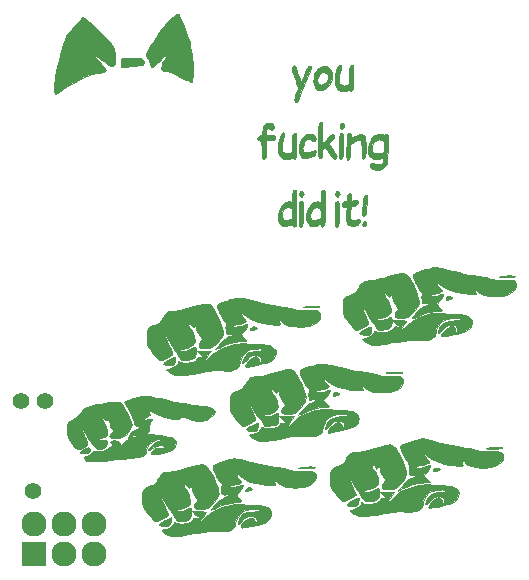
<source format=gbr>
G04 #@! TF.FileFunction,Soldermask,Top*
%FSLAX46Y46*%
G04 Gerber Fmt 4.6, Leading zero omitted, Abs format (unit mm)*
G04 Created by KiCad (PCBNEW 4.0.5+dfsg1-4) date Sun Sep 22 15:40:00 2019*
%MOMM*%
%LPD*%
G01*
G04 APERTURE LIST*
%ADD10C,0.100000*%
%ADD11C,0.010000*%
%ADD12R,2.127200X2.127200*%
%ADD13O,2.127200X2.127200*%
%ADD14C,1.390600*%
G04 APERTURE END LIST*
D10*
D11*
G36*
X46439202Y-60024537D02*
X46710669Y-60032335D01*
X47005989Y-60044426D01*
X47310749Y-60059908D01*
X47610537Y-60077884D01*
X47890939Y-60097452D01*
X48137543Y-60117714D01*
X48335936Y-60137770D01*
X48471705Y-60156719D01*
X48513167Y-60165953D01*
X48735487Y-60247393D01*
X48918917Y-60344881D01*
X49043090Y-60447125D01*
X49060703Y-60469519D01*
X49111098Y-60601914D01*
X49122771Y-60779318D01*
X49096397Y-60971799D01*
X49046012Y-61121748D01*
X48962379Y-61265872D01*
X48847322Y-61388640D01*
X48691818Y-61494206D01*
X48486846Y-61586726D01*
X48223383Y-61670354D01*
X47892407Y-61749247D01*
X47531596Y-61819232D01*
X47292033Y-61863671D01*
X47074187Y-61906640D01*
X46895110Y-61944583D01*
X46771853Y-61973941D01*
X46730952Y-61986269D01*
X46620769Y-62005742D01*
X46561082Y-61968582D01*
X46551693Y-61885969D01*
X46592401Y-61769081D01*
X46683009Y-61629099D01*
X46738476Y-61563245D01*
X46930424Y-61380437D01*
X47128881Y-61243869D01*
X47317258Y-61163099D01*
X47462768Y-61145870D01*
X47539537Y-61155512D01*
X47594670Y-61179326D01*
X47637778Y-61232085D01*
X47678470Y-61328564D01*
X47726355Y-61483534D01*
X47760541Y-61603667D01*
X47786439Y-61627380D01*
X47822923Y-61589151D01*
X47860169Y-61509206D01*
X47888352Y-61407774D01*
X47897833Y-61320989D01*
X47866207Y-61178181D01*
X47766257Y-61079887D01*
X47595918Y-61024815D01*
X47402606Y-61011000D01*
X47182091Y-61025532D01*
X47005095Y-61077136D01*
X46848681Y-61177829D01*
X46689914Y-61339624D01*
X46625378Y-61418138D01*
X46486316Y-61580056D01*
X46385361Y-61668837D01*
X46323253Y-61684215D01*
X46300728Y-61625922D01*
X46310587Y-61531921D01*
X46369316Y-61335104D01*
X46464156Y-61139115D01*
X46578529Y-60973612D01*
X46673563Y-60882650D01*
X46848816Y-60786145D01*
X47072740Y-60715391D01*
X47357891Y-60667198D01*
X47611370Y-60644467D01*
X47797412Y-60627682D01*
X47956441Y-60604918D01*
X48066099Y-60579794D01*
X48098135Y-60565665D01*
X48133203Y-60515881D01*
X48096929Y-60476490D01*
X48002048Y-60447942D01*
X47861299Y-60430684D01*
X47687419Y-60425165D01*
X47493145Y-60431835D01*
X47291215Y-60451141D01*
X47094365Y-60483533D01*
X46931050Y-60524556D01*
X46687797Y-60640725D01*
X46469354Y-60825220D01*
X46287538Y-61062705D01*
X46154164Y-61337841D01*
X46082221Y-61626407D01*
X46029911Y-61844492D01*
X45931075Y-62008638D01*
X45770151Y-62140480D01*
X45673175Y-62195115D01*
X45597379Y-62232620D01*
X45527728Y-62259928D01*
X45449811Y-62278413D01*
X45349219Y-62289448D01*
X45211540Y-62294406D01*
X45022366Y-62294661D01*
X44767285Y-62291587D01*
X44675469Y-62290217D01*
X44408568Y-62287656D01*
X44171794Y-62289660D01*
X43951000Y-62297744D01*
X43732036Y-62313424D01*
X43500753Y-62338216D01*
X43243004Y-62373636D01*
X42944638Y-62421199D01*
X42591508Y-62482422D01*
X42171282Y-62558485D01*
X41748438Y-62630639D01*
X41395559Y-62678211D01*
X41101670Y-62701470D01*
X40855797Y-62700685D01*
X40646967Y-62676124D01*
X40464205Y-62628054D01*
X40394912Y-62601881D01*
X40219164Y-62519475D01*
X40063750Y-62428316D01*
X39944227Y-62339528D01*
X39876154Y-62264240D01*
X39867670Y-62224824D01*
X39915855Y-62188448D01*
X40017480Y-62155012D01*
X40062729Y-62145832D01*
X40265885Y-62089763D01*
X40463425Y-61998035D01*
X40638781Y-61882719D01*
X40775383Y-61755881D01*
X40856659Y-61629591D01*
X40872000Y-61556408D01*
X40875846Y-61505135D01*
X40900537Y-61495271D01*
X40965805Y-61528190D01*
X41029999Y-61567410D01*
X41191955Y-61633089D01*
X41392660Y-61663148D01*
X41615434Y-61661177D01*
X41843600Y-61630764D01*
X42060478Y-61575498D01*
X42249392Y-61498969D01*
X42393661Y-61404765D01*
X42476609Y-61296475D01*
X42488416Y-61253573D01*
X42513717Y-61188387D01*
X42581298Y-61162781D01*
X42650000Y-61160170D01*
X42802465Y-61170112D01*
X42946334Y-61191064D01*
X43094500Y-61220954D01*
X42884106Y-61041894D01*
X42749261Y-60926163D01*
X42619430Y-60813166D01*
X42545440Y-60747658D01*
X42417167Y-60632482D01*
X43020417Y-60631241D01*
X43235440Y-60632285D01*
X43416636Y-60635996D01*
X43548993Y-60641846D01*
X43617498Y-60649306D01*
X43623667Y-60652505D01*
X43600020Y-60694208D01*
X43536724Y-60786882D01*
X43445244Y-60914001D01*
X43396040Y-60980588D01*
X43234702Y-61203312D01*
X43129630Y-61362792D01*
X43080828Y-61459058D01*
X43088302Y-61492137D01*
X43152056Y-61462057D01*
X43272097Y-61368848D01*
X43439663Y-61220579D01*
X43786591Y-60920229D01*
X44112234Y-60679834D01*
X44439080Y-60486877D01*
X44789617Y-60328839D01*
X45186332Y-60193201D01*
X45389612Y-60135130D01*
X45677772Y-60067247D01*
X45939799Y-60031778D01*
X46206000Y-60021930D01*
X46439202Y-60024537D01*
X46439202Y-60024537D01*
G37*
X46439202Y-60024537D02*
X46710669Y-60032335D01*
X47005989Y-60044426D01*
X47310749Y-60059908D01*
X47610537Y-60077884D01*
X47890939Y-60097452D01*
X48137543Y-60117714D01*
X48335936Y-60137770D01*
X48471705Y-60156719D01*
X48513167Y-60165953D01*
X48735487Y-60247393D01*
X48918917Y-60344881D01*
X49043090Y-60447125D01*
X49060703Y-60469519D01*
X49111098Y-60601914D01*
X49122771Y-60779318D01*
X49096397Y-60971799D01*
X49046012Y-61121748D01*
X48962379Y-61265872D01*
X48847322Y-61388640D01*
X48691818Y-61494206D01*
X48486846Y-61586726D01*
X48223383Y-61670354D01*
X47892407Y-61749247D01*
X47531596Y-61819232D01*
X47292033Y-61863671D01*
X47074187Y-61906640D01*
X46895110Y-61944583D01*
X46771853Y-61973941D01*
X46730952Y-61986269D01*
X46620769Y-62005742D01*
X46561082Y-61968582D01*
X46551693Y-61885969D01*
X46592401Y-61769081D01*
X46683009Y-61629099D01*
X46738476Y-61563245D01*
X46930424Y-61380437D01*
X47128881Y-61243869D01*
X47317258Y-61163099D01*
X47462768Y-61145870D01*
X47539537Y-61155512D01*
X47594670Y-61179326D01*
X47637778Y-61232085D01*
X47678470Y-61328564D01*
X47726355Y-61483534D01*
X47760541Y-61603667D01*
X47786439Y-61627380D01*
X47822923Y-61589151D01*
X47860169Y-61509206D01*
X47888352Y-61407774D01*
X47897833Y-61320989D01*
X47866207Y-61178181D01*
X47766257Y-61079887D01*
X47595918Y-61024815D01*
X47402606Y-61011000D01*
X47182091Y-61025532D01*
X47005095Y-61077136D01*
X46848681Y-61177829D01*
X46689914Y-61339624D01*
X46625378Y-61418138D01*
X46486316Y-61580056D01*
X46385361Y-61668837D01*
X46323253Y-61684215D01*
X46300728Y-61625922D01*
X46310587Y-61531921D01*
X46369316Y-61335104D01*
X46464156Y-61139115D01*
X46578529Y-60973612D01*
X46673563Y-60882650D01*
X46848816Y-60786145D01*
X47072740Y-60715391D01*
X47357891Y-60667198D01*
X47611370Y-60644467D01*
X47797412Y-60627682D01*
X47956441Y-60604918D01*
X48066099Y-60579794D01*
X48098135Y-60565665D01*
X48133203Y-60515881D01*
X48096929Y-60476490D01*
X48002048Y-60447942D01*
X47861299Y-60430684D01*
X47687419Y-60425165D01*
X47493145Y-60431835D01*
X47291215Y-60451141D01*
X47094365Y-60483533D01*
X46931050Y-60524556D01*
X46687797Y-60640725D01*
X46469354Y-60825220D01*
X46287538Y-61062705D01*
X46154164Y-61337841D01*
X46082221Y-61626407D01*
X46029911Y-61844492D01*
X45931075Y-62008638D01*
X45770151Y-62140480D01*
X45673175Y-62195115D01*
X45597379Y-62232620D01*
X45527728Y-62259928D01*
X45449811Y-62278413D01*
X45349219Y-62289448D01*
X45211540Y-62294406D01*
X45022366Y-62294661D01*
X44767285Y-62291587D01*
X44675469Y-62290217D01*
X44408568Y-62287656D01*
X44171794Y-62289660D01*
X43951000Y-62297744D01*
X43732036Y-62313424D01*
X43500753Y-62338216D01*
X43243004Y-62373636D01*
X42944638Y-62421199D01*
X42591508Y-62482422D01*
X42171282Y-62558485D01*
X41748438Y-62630639D01*
X41395559Y-62678211D01*
X41101670Y-62701470D01*
X40855797Y-62700685D01*
X40646967Y-62676124D01*
X40464205Y-62628054D01*
X40394912Y-62601881D01*
X40219164Y-62519475D01*
X40063750Y-62428316D01*
X39944227Y-62339528D01*
X39876154Y-62264240D01*
X39867670Y-62224824D01*
X39915855Y-62188448D01*
X40017480Y-62155012D01*
X40062729Y-62145832D01*
X40265885Y-62089763D01*
X40463425Y-61998035D01*
X40638781Y-61882719D01*
X40775383Y-61755881D01*
X40856659Y-61629591D01*
X40872000Y-61556408D01*
X40875846Y-61505135D01*
X40900537Y-61495271D01*
X40965805Y-61528190D01*
X41029999Y-61567410D01*
X41191955Y-61633089D01*
X41392660Y-61663148D01*
X41615434Y-61661177D01*
X41843600Y-61630764D01*
X42060478Y-61575498D01*
X42249392Y-61498969D01*
X42393661Y-61404765D01*
X42476609Y-61296475D01*
X42488416Y-61253573D01*
X42513717Y-61188387D01*
X42581298Y-61162781D01*
X42650000Y-61160170D01*
X42802465Y-61170112D01*
X42946334Y-61191064D01*
X43094500Y-61220954D01*
X42884106Y-61041894D01*
X42749261Y-60926163D01*
X42619430Y-60813166D01*
X42545440Y-60747658D01*
X42417167Y-60632482D01*
X43020417Y-60631241D01*
X43235440Y-60632285D01*
X43416636Y-60635996D01*
X43548993Y-60641846D01*
X43617498Y-60649306D01*
X43623667Y-60652505D01*
X43600020Y-60694208D01*
X43536724Y-60786882D01*
X43445244Y-60914001D01*
X43396040Y-60980588D01*
X43234702Y-61203312D01*
X43129630Y-61362792D01*
X43080828Y-61459058D01*
X43088302Y-61492137D01*
X43152056Y-61462057D01*
X43272097Y-61368848D01*
X43439663Y-61220579D01*
X43786591Y-60920229D01*
X44112234Y-60679834D01*
X44439080Y-60486877D01*
X44789617Y-60328839D01*
X45186332Y-60193201D01*
X45389612Y-60135130D01*
X45677772Y-60067247D01*
X45939799Y-60031778D01*
X46206000Y-60021930D01*
X46439202Y-60024537D01*
G36*
X40612992Y-61176466D02*
X40613608Y-61277456D01*
X40604538Y-61419362D01*
X40604141Y-61423750D01*
X40566698Y-61636084D01*
X40493941Y-61782406D01*
X40377551Y-61867565D01*
X40209212Y-61896407D01*
X39980604Y-61873780D01*
X39870311Y-61851379D01*
X39719371Y-61805300D01*
X39641237Y-61749192D01*
X39637477Y-61680424D01*
X39709657Y-61596368D01*
X39859345Y-61494395D01*
X40088108Y-61371874D01*
X40183922Y-61325191D01*
X40349872Y-61247034D01*
X40486636Y-61184884D01*
X40576792Y-61146526D01*
X40602793Y-61138000D01*
X40612992Y-61176466D01*
X40612992Y-61176466D01*
G37*
X40612992Y-61176466D02*
X40613608Y-61277456D01*
X40604538Y-61419362D01*
X40604141Y-61423750D01*
X40566698Y-61636084D01*
X40493941Y-61782406D01*
X40377551Y-61867565D01*
X40209212Y-61896407D01*
X39980604Y-61873780D01*
X39870311Y-61851379D01*
X39719371Y-61805300D01*
X39641237Y-61749192D01*
X39637477Y-61680424D01*
X39709657Y-61596368D01*
X39859345Y-61494395D01*
X40088108Y-61371874D01*
X40183922Y-61325191D01*
X40349872Y-61247034D01*
X40486636Y-61184884D01*
X40576792Y-61146526D01*
X40602793Y-61138000D01*
X40612992Y-61176466D01*
G36*
X43388618Y-56637244D02*
X43473109Y-56668787D01*
X43548438Y-56718294D01*
X43623632Y-56785098D01*
X43674831Y-56835596D01*
X43805640Y-56994509D01*
X43950610Y-57217699D01*
X44101371Y-57487830D01*
X44249557Y-57787565D01*
X44386800Y-58099567D01*
X44504731Y-58406498D01*
X44594985Y-58691023D01*
X44622476Y-58799030D01*
X44656217Y-58970404D01*
X44662607Y-59094396D01*
X44642630Y-59203412D01*
X44635445Y-59226614D01*
X44555172Y-59403224D01*
X44428331Y-59602182D01*
X44269423Y-59807443D01*
X44092949Y-60002964D01*
X43913412Y-60172702D01*
X43745312Y-60300614D01*
X43603152Y-60370656D01*
X43600715Y-60371345D01*
X43451772Y-60398373D01*
X43261928Y-60413407D01*
X43060478Y-60416258D01*
X42876718Y-60406736D01*
X42739940Y-60384653D01*
X42716256Y-60377048D01*
X42648588Y-60340175D01*
X42616674Y-60279327D01*
X42607799Y-60166750D01*
X42607667Y-60140033D01*
X42618520Y-60001322D01*
X42662336Y-59903948D01*
X42734667Y-59825667D01*
X42815022Y-59737607D01*
X42858906Y-59664238D01*
X42861667Y-59649797D01*
X42838206Y-59587027D01*
X42777294Y-59482108D01*
X42708579Y-59381031D01*
X42569474Y-59168771D01*
X42469772Y-58974723D01*
X42415950Y-58813644D01*
X42412610Y-58706916D01*
X42406130Y-58595137D01*
X42373894Y-58530762D01*
X42327344Y-58479655D01*
X42288006Y-58484619D01*
X42226305Y-58550392D01*
X42222379Y-58555034D01*
X42133480Y-58660235D01*
X42006634Y-58502118D01*
X41892236Y-58384003D01*
X41802848Y-58345613D01*
X41739322Y-58387161D01*
X41731964Y-58464753D01*
X41761991Y-58575825D01*
X41815826Y-58686250D01*
X41879892Y-58761897D01*
X41891252Y-58769074D01*
X41981077Y-58855772D01*
X42071270Y-59013325D01*
X42155062Y-59228225D01*
X42202257Y-59389817D01*
X42254247Y-59636814D01*
X42264061Y-59824876D01*
X42231210Y-59968764D01*
X42180157Y-60054194D01*
X42045942Y-60174770D01*
X41852183Y-60284362D01*
X41623998Y-60371166D01*
X41397814Y-60421829D01*
X41196578Y-60458917D01*
X41039649Y-60504860D01*
X40941286Y-60554568D01*
X40914334Y-60594462D01*
X40952842Y-60614075D01*
X41053930Y-60625452D01*
X41195940Y-60628882D01*
X41357216Y-60624658D01*
X41516101Y-60613072D01*
X41650938Y-60594414D01*
X41697500Y-60583923D01*
X41846571Y-60528048D01*
X41997496Y-60448612D01*
X42022587Y-60432311D01*
X42151240Y-60354891D01*
X42239308Y-60333092D01*
X42293933Y-60373628D01*
X42322253Y-60483214D01*
X42331410Y-60668562D01*
X42331556Y-60722852D01*
X42327811Y-60911523D01*
X42315166Y-61036684D01*
X42289745Y-61119343D01*
X42247674Y-61180508D01*
X42246989Y-61181267D01*
X42129555Y-61284468D01*
X41984871Y-61355232D01*
X41794553Y-61399738D01*
X41540212Y-61424167D01*
X41521357Y-61425190D01*
X41133085Y-61445499D01*
X41019233Y-61217666D01*
X40923268Y-61049012D01*
X40806833Y-60875508D01*
X40748201Y-60799334D01*
X40516964Y-60492985D01*
X40279352Y-60130076D01*
X40073783Y-59775980D01*
X39981790Y-59614545D01*
X39893721Y-59471279D01*
X39824940Y-59370861D01*
X39810247Y-59352646D01*
X39724525Y-59254167D01*
X39751416Y-59360000D01*
X39778778Y-59437599D01*
X39834225Y-59573610D01*
X39910032Y-59749722D01*
X39998471Y-59947627D01*
X40010417Y-59973834D01*
X40143404Y-60267196D01*
X40243045Y-60493114D01*
X40312741Y-60660419D01*
X40355893Y-60777942D01*
X40375901Y-60854516D01*
X40376166Y-60898973D01*
X40371058Y-60910413D01*
X40296140Y-60979395D01*
X40162199Y-61067140D01*
X39989796Y-61163526D01*
X39799496Y-61258431D01*
X39611862Y-61341736D01*
X39447459Y-61403319D01*
X39326848Y-61433059D01*
X39306563Y-61434334D01*
X39242575Y-61404654D01*
X39143311Y-61326120D01*
X39028212Y-61214488D01*
X39006231Y-61190917D01*
X38813855Y-60970425D01*
X38633286Y-60743579D01*
X38474964Y-60525183D01*
X38349330Y-60330041D01*
X38266825Y-60172955D01*
X38244245Y-60110531D01*
X38225085Y-59989173D01*
X38212986Y-59806101D01*
X38209035Y-59584053D01*
X38211483Y-59424915D01*
X38226754Y-59135594D01*
X38260365Y-58916861D01*
X38322476Y-58755032D01*
X38423248Y-58636427D01*
X38572842Y-58547360D01*
X38781419Y-58474150D01*
X38950890Y-58429215D01*
X39089528Y-58383382D01*
X39208040Y-58312997D01*
X39319801Y-58204996D01*
X39438188Y-58046314D01*
X39576575Y-57823884D01*
X39584707Y-57810096D01*
X39689670Y-57640556D01*
X39789298Y-57495086D01*
X39870614Y-57391815D01*
X39912001Y-57352821D01*
X39990091Y-57325754D01*
X40131511Y-57296438D01*
X40315143Y-57268664D01*
X40491000Y-57248878D01*
X40741532Y-57218157D01*
X41007866Y-57170538D01*
X41309210Y-57101954D01*
X41664774Y-57008338D01*
X41782167Y-56975533D01*
X42183615Y-56862631D01*
X42512696Y-56772366D01*
X42778439Y-56704072D01*
X42989874Y-56657080D01*
X43156029Y-56630723D01*
X43285934Y-56624334D01*
X43388618Y-56637244D01*
X43388618Y-56637244D01*
G37*
X43388618Y-56637244D02*
X43473109Y-56668787D01*
X43548438Y-56718294D01*
X43623632Y-56785098D01*
X43674831Y-56835596D01*
X43805640Y-56994509D01*
X43950610Y-57217699D01*
X44101371Y-57487830D01*
X44249557Y-57787565D01*
X44386800Y-58099567D01*
X44504731Y-58406498D01*
X44594985Y-58691023D01*
X44622476Y-58799030D01*
X44656217Y-58970404D01*
X44662607Y-59094396D01*
X44642630Y-59203412D01*
X44635445Y-59226614D01*
X44555172Y-59403224D01*
X44428331Y-59602182D01*
X44269423Y-59807443D01*
X44092949Y-60002964D01*
X43913412Y-60172702D01*
X43745312Y-60300614D01*
X43603152Y-60370656D01*
X43600715Y-60371345D01*
X43451772Y-60398373D01*
X43261928Y-60413407D01*
X43060478Y-60416258D01*
X42876718Y-60406736D01*
X42739940Y-60384653D01*
X42716256Y-60377048D01*
X42648588Y-60340175D01*
X42616674Y-60279327D01*
X42607799Y-60166750D01*
X42607667Y-60140033D01*
X42618520Y-60001322D01*
X42662336Y-59903948D01*
X42734667Y-59825667D01*
X42815022Y-59737607D01*
X42858906Y-59664238D01*
X42861667Y-59649797D01*
X42838206Y-59587027D01*
X42777294Y-59482108D01*
X42708579Y-59381031D01*
X42569474Y-59168771D01*
X42469772Y-58974723D01*
X42415950Y-58813644D01*
X42412610Y-58706916D01*
X42406130Y-58595137D01*
X42373894Y-58530762D01*
X42327344Y-58479655D01*
X42288006Y-58484619D01*
X42226305Y-58550392D01*
X42222379Y-58555034D01*
X42133480Y-58660235D01*
X42006634Y-58502118D01*
X41892236Y-58384003D01*
X41802848Y-58345613D01*
X41739322Y-58387161D01*
X41731964Y-58464753D01*
X41761991Y-58575825D01*
X41815826Y-58686250D01*
X41879892Y-58761897D01*
X41891252Y-58769074D01*
X41981077Y-58855772D01*
X42071270Y-59013325D01*
X42155062Y-59228225D01*
X42202257Y-59389817D01*
X42254247Y-59636814D01*
X42264061Y-59824876D01*
X42231210Y-59968764D01*
X42180157Y-60054194D01*
X42045942Y-60174770D01*
X41852183Y-60284362D01*
X41623998Y-60371166D01*
X41397814Y-60421829D01*
X41196578Y-60458917D01*
X41039649Y-60504860D01*
X40941286Y-60554568D01*
X40914334Y-60594462D01*
X40952842Y-60614075D01*
X41053930Y-60625452D01*
X41195940Y-60628882D01*
X41357216Y-60624658D01*
X41516101Y-60613072D01*
X41650938Y-60594414D01*
X41697500Y-60583923D01*
X41846571Y-60528048D01*
X41997496Y-60448612D01*
X42022587Y-60432311D01*
X42151240Y-60354891D01*
X42239308Y-60333092D01*
X42293933Y-60373628D01*
X42322253Y-60483214D01*
X42331410Y-60668562D01*
X42331556Y-60722852D01*
X42327811Y-60911523D01*
X42315166Y-61036684D01*
X42289745Y-61119343D01*
X42247674Y-61180508D01*
X42246989Y-61181267D01*
X42129555Y-61284468D01*
X41984871Y-61355232D01*
X41794553Y-61399738D01*
X41540212Y-61424167D01*
X41521357Y-61425190D01*
X41133085Y-61445499D01*
X41019233Y-61217666D01*
X40923268Y-61049012D01*
X40806833Y-60875508D01*
X40748201Y-60799334D01*
X40516964Y-60492985D01*
X40279352Y-60130076D01*
X40073783Y-59775980D01*
X39981790Y-59614545D01*
X39893721Y-59471279D01*
X39824940Y-59370861D01*
X39810247Y-59352646D01*
X39724525Y-59254167D01*
X39751416Y-59360000D01*
X39778778Y-59437599D01*
X39834225Y-59573610D01*
X39910032Y-59749722D01*
X39998471Y-59947627D01*
X40010417Y-59973834D01*
X40143404Y-60267196D01*
X40243045Y-60493114D01*
X40312741Y-60660419D01*
X40355893Y-60777942D01*
X40375901Y-60854516D01*
X40376166Y-60898973D01*
X40371058Y-60910413D01*
X40296140Y-60979395D01*
X40162199Y-61067140D01*
X39989796Y-61163526D01*
X39799496Y-61258431D01*
X39611862Y-61341736D01*
X39447459Y-61403319D01*
X39326848Y-61433059D01*
X39306563Y-61434334D01*
X39242575Y-61404654D01*
X39143311Y-61326120D01*
X39028212Y-61214488D01*
X39006231Y-61190917D01*
X38813855Y-60970425D01*
X38633286Y-60743579D01*
X38474964Y-60525183D01*
X38349330Y-60330041D01*
X38266825Y-60172955D01*
X38244245Y-60110531D01*
X38225085Y-59989173D01*
X38212986Y-59806101D01*
X38209035Y-59584053D01*
X38211483Y-59424915D01*
X38226754Y-59135594D01*
X38260365Y-58916861D01*
X38322476Y-58755032D01*
X38423248Y-58636427D01*
X38572842Y-58547360D01*
X38781419Y-58474150D01*
X38950890Y-58429215D01*
X39089528Y-58383382D01*
X39208040Y-58312997D01*
X39319801Y-58204996D01*
X39438188Y-58046314D01*
X39576575Y-57823884D01*
X39584707Y-57810096D01*
X39689670Y-57640556D01*
X39789298Y-57495086D01*
X39870614Y-57391815D01*
X39912001Y-57352821D01*
X39990091Y-57325754D01*
X40131511Y-57296438D01*
X40315143Y-57268664D01*
X40491000Y-57248878D01*
X40741532Y-57218157D01*
X41007866Y-57170538D01*
X41309210Y-57101954D01*
X41664774Y-57008338D01*
X41782167Y-56975533D01*
X42183615Y-56862631D01*
X42512696Y-56772366D01*
X42778439Y-56704072D01*
X42989874Y-56657080D01*
X43156029Y-56630723D01*
X43285934Y-56624334D01*
X43388618Y-56637244D01*
G36*
X62409678Y-58343911D02*
X62743261Y-58368378D01*
X62843000Y-58378087D01*
X63086328Y-58399160D01*
X63345375Y-58415874D01*
X63581867Y-58425996D01*
X63698166Y-58427978D01*
X64093894Y-58449802D01*
X64428970Y-58512729D01*
X64698367Y-58615325D01*
X64897056Y-58756156D01*
X64915718Y-58775352D01*
X64973202Y-58866780D01*
X64998774Y-58996763D01*
X65002000Y-59094502D01*
X64965757Y-59360732D01*
X64856552Y-59585336D01*
X64673676Y-59769206D01*
X64416417Y-59913232D01*
X64318510Y-59950966D01*
X64197661Y-59986054D01*
X64006121Y-60032435D01*
X63756706Y-60087435D01*
X63462230Y-60148381D01*
X63135511Y-60212599D01*
X62789363Y-60277416D01*
X62536084Y-60322816D01*
X62450962Y-60326450D01*
X62421282Y-60286564D01*
X62419667Y-60260157D01*
X62454765Y-60140544D01*
X62549003Y-59997668D01*
X62685794Y-59846132D01*
X62848551Y-59700543D01*
X63020687Y-59575503D01*
X63185615Y-59485618D01*
X63326750Y-59445493D01*
X63345825Y-59444667D01*
X63444599Y-59483632D01*
X63534270Y-59587371D01*
X63600586Y-59736146D01*
X63621340Y-59826191D01*
X63650794Y-59938764D01*
X63688099Y-59967743D01*
X63730794Y-59913571D01*
X63770348Y-59799368D01*
X63785600Y-59622397D01*
X63728841Y-59482172D01*
X63606657Y-59383956D01*
X63425634Y-59333014D01*
X63192357Y-59334610D01*
X63189361Y-59334958D01*
X62991731Y-59370693D01*
X62835668Y-59434723D01*
X62696073Y-59542251D01*
X62547843Y-59708477D01*
X62524946Y-59737331D01*
X62383254Y-59904836D01*
X62278618Y-60000422D01*
X62212361Y-60023822D01*
X62185809Y-59974767D01*
X62200285Y-59852990D01*
X62213284Y-59800527D01*
X62327291Y-59513582D01*
X62497569Y-59288701D01*
X62722380Y-59127781D01*
X62894415Y-59059129D01*
X62994582Y-59038394D01*
X63154425Y-59015655D01*
X63349115Y-58994133D01*
X63492493Y-58981543D01*
X63750032Y-58955155D01*
X63923555Y-58922592D01*
X64013498Y-58883699D01*
X64020297Y-58838325D01*
X63985646Y-58808552D01*
X63904866Y-58786343D01*
X63762489Y-58773312D01*
X63581068Y-58769313D01*
X63383159Y-58774200D01*
X63191314Y-58787829D01*
X63028090Y-58810054D01*
X63003834Y-58814883D01*
X62840790Y-58858224D01*
X62684652Y-58913568D01*
X62627325Y-58939389D01*
X62427218Y-59082393D01*
X62247005Y-59289995D01*
X62099158Y-59542451D01*
X61996149Y-59820018D01*
X61960398Y-59995132D01*
X61916007Y-60193945D01*
X61835357Y-60339817D01*
X61702006Y-60453218D01*
X61517050Y-60547155D01*
X61437835Y-60579046D01*
X61359203Y-60603408D01*
X61269364Y-60620960D01*
X61156527Y-60632416D01*
X61008903Y-60638493D01*
X60814701Y-60639908D01*
X60562132Y-60637378D01*
X60239405Y-60631618D01*
X60154834Y-60629928D01*
X59978187Y-60628307D01*
X59809132Y-60631868D01*
X59636032Y-60642080D01*
X59447253Y-60660411D01*
X59231157Y-60688328D01*
X58976110Y-60727301D01*
X58670474Y-60778796D01*
X58302615Y-60844282D01*
X57961615Y-60906642D01*
X57594931Y-60971142D01*
X57296572Y-61015529D01*
X57052723Y-61040223D01*
X56849570Y-61045648D01*
X56673300Y-61032227D01*
X56510099Y-61000383D01*
X56360897Y-60955612D01*
X56173863Y-60880070D01*
X56005147Y-60790758D01*
X55871651Y-60698775D01*
X55790278Y-60615222D01*
X55773334Y-60569756D01*
X55811968Y-60526873D01*
X55913136Y-60492348D01*
X55946552Y-60486123D01*
X56134158Y-60435749D01*
X56323077Y-60350645D01*
X56495954Y-60242930D01*
X56635437Y-60124724D01*
X56724173Y-60008144D01*
X56747000Y-59927115D01*
X56750124Y-59857020D01*
X56771758Y-59833158D01*
X56830301Y-59854462D01*
X56937693Y-59916056D01*
X57022821Y-59959902D01*
X57109809Y-59984621D01*
X57222962Y-59993359D01*
X57386586Y-59989264D01*
X57469200Y-59984876D01*
X57686061Y-59966661D01*
X57851418Y-59935866D01*
X57998291Y-59884881D01*
X58091004Y-59841570D01*
X58247944Y-59749779D01*
X58334567Y-59668127D01*
X58348655Y-59635167D01*
X58394675Y-59528760D01*
X58492097Y-59480964D01*
X58648620Y-59488243D01*
X58662837Y-59490887D01*
X58819273Y-59517987D01*
X58899142Y-59520522D01*
X58908023Y-59494440D01*
X58851493Y-59435689D01*
X58799229Y-59391805D01*
X58662279Y-59276583D01*
X58522465Y-59153947D01*
X58482667Y-59117784D01*
X58334500Y-58981291D01*
X58938522Y-58980146D01*
X59542544Y-58979000D01*
X59314485Y-59278336D01*
X59154581Y-59495906D01*
X59048085Y-59657602D01*
X58994952Y-59761761D01*
X58995137Y-59806719D01*
X59048594Y-59790813D01*
X59155278Y-59712379D01*
X59315142Y-59569753D01*
X59322290Y-59563021D01*
X59725273Y-59215346D01*
X60128561Y-58937905D01*
X60553493Y-58718921D01*
X61021404Y-58546613D01*
X61308600Y-58466514D01*
X61601229Y-58399776D01*
X61864836Y-58358101D01*
X62125594Y-58339983D01*
X62409678Y-58343911D01*
X62409678Y-58343911D01*
G37*
X62409678Y-58343911D02*
X62743261Y-58368378D01*
X62843000Y-58378087D01*
X63086328Y-58399160D01*
X63345375Y-58415874D01*
X63581867Y-58425996D01*
X63698166Y-58427978D01*
X64093894Y-58449802D01*
X64428970Y-58512729D01*
X64698367Y-58615325D01*
X64897056Y-58756156D01*
X64915718Y-58775352D01*
X64973202Y-58866780D01*
X64998774Y-58996763D01*
X65002000Y-59094502D01*
X64965757Y-59360732D01*
X64856552Y-59585336D01*
X64673676Y-59769206D01*
X64416417Y-59913232D01*
X64318510Y-59950966D01*
X64197661Y-59986054D01*
X64006121Y-60032435D01*
X63756706Y-60087435D01*
X63462230Y-60148381D01*
X63135511Y-60212599D01*
X62789363Y-60277416D01*
X62536084Y-60322816D01*
X62450962Y-60326450D01*
X62421282Y-60286564D01*
X62419667Y-60260157D01*
X62454765Y-60140544D01*
X62549003Y-59997668D01*
X62685794Y-59846132D01*
X62848551Y-59700543D01*
X63020687Y-59575503D01*
X63185615Y-59485618D01*
X63326750Y-59445493D01*
X63345825Y-59444667D01*
X63444599Y-59483632D01*
X63534270Y-59587371D01*
X63600586Y-59736146D01*
X63621340Y-59826191D01*
X63650794Y-59938764D01*
X63688099Y-59967743D01*
X63730794Y-59913571D01*
X63770348Y-59799368D01*
X63785600Y-59622397D01*
X63728841Y-59482172D01*
X63606657Y-59383956D01*
X63425634Y-59333014D01*
X63192357Y-59334610D01*
X63189361Y-59334958D01*
X62991731Y-59370693D01*
X62835668Y-59434723D01*
X62696073Y-59542251D01*
X62547843Y-59708477D01*
X62524946Y-59737331D01*
X62383254Y-59904836D01*
X62278618Y-60000422D01*
X62212361Y-60023822D01*
X62185809Y-59974767D01*
X62200285Y-59852990D01*
X62213284Y-59800527D01*
X62327291Y-59513582D01*
X62497569Y-59288701D01*
X62722380Y-59127781D01*
X62894415Y-59059129D01*
X62994582Y-59038394D01*
X63154425Y-59015655D01*
X63349115Y-58994133D01*
X63492493Y-58981543D01*
X63750032Y-58955155D01*
X63923555Y-58922592D01*
X64013498Y-58883699D01*
X64020297Y-58838325D01*
X63985646Y-58808552D01*
X63904866Y-58786343D01*
X63762489Y-58773312D01*
X63581068Y-58769313D01*
X63383159Y-58774200D01*
X63191314Y-58787829D01*
X63028090Y-58810054D01*
X63003834Y-58814883D01*
X62840790Y-58858224D01*
X62684652Y-58913568D01*
X62627325Y-58939389D01*
X62427218Y-59082393D01*
X62247005Y-59289995D01*
X62099158Y-59542451D01*
X61996149Y-59820018D01*
X61960398Y-59995132D01*
X61916007Y-60193945D01*
X61835357Y-60339817D01*
X61702006Y-60453218D01*
X61517050Y-60547155D01*
X61437835Y-60579046D01*
X61359203Y-60603408D01*
X61269364Y-60620960D01*
X61156527Y-60632416D01*
X61008903Y-60638493D01*
X60814701Y-60639908D01*
X60562132Y-60637378D01*
X60239405Y-60631618D01*
X60154834Y-60629928D01*
X59978187Y-60628307D01*
X59809132Y-60631868D01*
X59636032Y-60642080D01*
X59447253Y-60660411D01*
X59231157Y-60688328D01*
X58976110Y-60727301D01*
X58670474Y-60778796D01*
X58302615Y-60844282D01*
X57961615Y-60906642D01*
X57594931Y-60971142D01*
X57296572Y-61015529D01*
X57052723Y-61040223D01*
X56849570Y-61045648D01*
X56673300Y-61032227D01*
X56510099Y-61000383D01*
X56360897Y-60955612D01*
X56173863Y-60880070D01*
X56005147Y-60790758D01*
X55871651Y-60698775D01*
X55790278Y-60615222D01*
X55773334Y-60569756D01*
X55811968Y-60526873D01*
X55913136Y-60492348D01*
X55946552Y-60486123D01*
X56134158Y-60435749D01*
X56323077Y-60350645D01*
X56495954Y-60242930D01*
X56635437Y-60124724D01*
X56724173Y-60008144D01*
X56747000Y-59927115D01*
X56750124Y-59857020D01*
X56771758Y-59833158D01*
X56830301Y-59854462D01*
X56937693Y-59916056D01*
X57022821Y-59959902D01*
X57109809Y-59984621D01*
X57222962Y-59993359D01*
X57386586Y-59989264D01*
X57469200Y-59984876D01*
X57686061Y-59966661D01*
X57851418Y-59935866D01*
X57998291Y-59884881D01*
X58091004Y-59841570D01*
X58247944Y-59749779D01*
X58334567Y-59668127D01*
X58348655Y-59635167D01*
X58394675Y-59528760D01*
X58492097Y-59480964D01*
X58648620Y-59488243D01*
X58662837Y-59490887D01*
X58819273Y-59517987D01*
X58899142Y-59520522D01*
X58908023Y-59494440D01*
X58851493Y-59435689D01*
X58799229Y-59391805D01*
X58662279Y-59276583D01*
X58522465Y-59153947D01*
X58482667Y-59117784D01*
X58334500Y-58981291D01*
X58938522Y-58980146D01*
X59542544Y-58979000D01*
X59314485Y-59278336D01*
X59154581Y-59495906D01*
X59048085Y-59657602D01*
X58994952Y-59761761D01*
X58995137Y-59806719D01*
X59048594Y-59790813D01*
X59155278Y-59712379D01*
X59315142Y-59569753D01*
X59322290Y-59563021D01*
X59725273Y-59215346D01*
X60128561Y-58937905D01*
X60553493Y-58718921D01*
X61021404Y-58546613D01*
X61308600Y-58466514D01*
X61601229Y-58399776D01*
X61864836Y-58358101D01*
X62125594Y-58339983D01*
X62409678Y-58343911D01*
G36*
X46141688Y-56153485D02*
X46325240Y-56183649D01*
X46555177Y-56229726D01*
X46813921Y-56288284D01*
X46991580Y-56332010D01*
X47383448Y-56428597D01*
X47794059Y-56524342D01*
X48208508Y-56616174D01*
X48611888Y-56701023D01*
X48989294Y-56775819D01*
X49325820Y-56837493D01*
X49606561Y-56882973D01*
X49771583Y-56904614D01*
X49987101Y-56936357D01*
X50243276Y-56985996D01*
X50500208Y-57045382D01*
X50629834Y-57079938D01*
X50812641Y-57130681D01*
X50957535Y-57165786D01*
X51086785Y-57187446D01*
X51222661Y-57197852D01*
X51387430Y-57199198D01*
X51603363Y-57193676D01*
X51737790Y-57189013D01*
X52075588Y-57181320D01*
X52338986Y-57187256D01*
X52537586Y-57209857D01*
X52680989Y-57252163D01*
X52778798Y-57317212D01*
X52840613Y-57408043D01*
X52876036Y-57527694D01*
X52880021Y-57550483D01*
X52888799Y-57732039D01*
X52843057Y-57889539D01*
X52733405Y-58050612D01*
X52695195Y-58094356D01*
X52460564Y-58292649D01*
X52160151Y-58443992D01*
X51799928Y-58546376D01*
X51385869Y-58597789D01*
X51181255Y-58603767D01*
X50749221Y-58583973D01*
X50367895Y-58524110D01*
X50044561Y-58426251D01*
X49786502Y-58292471D01*
X49633825Y-58163021D01*
X49519774Y-58059365D01*
X49436794Y-58025991D01*
X49389846Y-58063637D01*
X49381000Y-58125412D01*
X49404449Y-58215761D01*
X49443006Y-58286686D01*
X49481825Y-58360364D01*
X49464193Y-58403863D01*
X49380445Y-58424245D01*
X49248605Y-58428667D01*
X48761739Y-58405750D01*
X48275895Y-58339870D01*
X47805611Y-58235333D01*
X47365424Y-58096448D01*
X46969874Y-57927520D01*
X46633497Y-57732857D01*
X46464097Y-57603763D01*
X46324557Y-57493724D01*
X46237344Y-57448256D01*
X46204702Y-57457100D01*
X46190085Y-57559273D01*
X46253982Y-57691799D01*
X46396537Y-57854972D01*
X46403674Y-57861942D01*
X46501890Y-57968276D01*
X46568423Y-58061128D01*
X46587000Y-58109551D01*
X46557462Y-58168648D01*
X46464741Y-58224501D01*
X46302682Y-58279478D01*
X46065128Y-58335948D01*
X45926935Y-58363433D01*
X45709263Y-58407454D01*
X45564928Y-58444465D01*
X45483374Y-58478887D01*
X45454048Y-58515140D01*
X45465738Y-58556591D01*
X45527435Y-58584709D01*
X45652478Y-58593053D01*
X45822316Y-58583339D01*
X46018401Y-58557285D01*
X46222185Y-58516606D01*
X46390008Y-58471060D01*
X46534821Y-58429480D01*
X46645601Y-58404615D01*
X46700284Y-58401329D01*
X46701771Y-58402326D01*
X46701327Y-58456680D01*
X46658468Y-58559481D01*
X46583457Y-58692894D01*
X46486561Y-58839085D01*
X46378042Y-58980219D01*
X46350963Y-59011865D01*
X46258467Y-59118098D01*
X46205808Y-59195288D01*
X46196304Y-59262080D01*
X46233275Y-59337120D01*
X46320039Y-59439053D01*
X46451725Y-59577903D01*
X46539408Y-59672264D01*
X46584980Y-59737057D01*
X46580247Y-59779370D01*
X46517015Y-59806291D01*
X46387090Y-59824910D01*
X46182277Y-59842316D01*
X46142500Y-59845424D01*
X45677286Y-59899079D01*
X45260670Y-59987711D01*
X44860747Y-60120071D01*
X44445612Y-60304914D01*
X44418263Y-60318494D01*
X44258175Y-60397244D01*
X44127673Y-60459241D01*
X44044370Y-60496235D01*
X44024279Y-60503000D01*
X44025643Y-60474431D01*
X44055183Y-60424705D01*
X44167272Y-60279263D01*
X44314433Y-60106147D01*
X44475609Y-59928494D01*
X44629741Y-59769439D01*
X44755772Y-59652120D01*
X44766520Y-59643162D01*
X44916643Y-59541616D01*
X45099873Y-59446924D01*
X45218399Y-59399927D01*
X45392309Y-59331787D01*
X45511804Y-59263648D01*
X45566838Y-59202485D01*
X45558295Y-59163851D01*
X45506529Y-59157381D01*
X45397776Y-59166006D01*
X45287680Y-59182488D01*
X45118486Y-59203254D01*
X45010412Y-59184025D01*
X44944296Y-59111700D01*
X44900976Y-58973181D01*
X44888162Y-58909351D01*
X44869059Y-58706909D01*
X44887357Y-58529853D01*
X44940239Y-58404180D01*
X44943336Y-58400214D01*
X44942474Y-58342717D01*
X44876289Y-58244262D01*
X44796841Y-58156071D01*
X44678112Y-58010674D01*
X44557682Y-57826039D01*
X44442037Y-57617187D01*
X44337659Y-57399140D01*
X44251034Y-57186920D01*
X44188646Y-56995549D01*
X44156977Y-56840050D01*
X44162514Y-56735444D01*
X44174298Y-56713807D01*
X44253485Y-56656942D01*
X44399594Y-56587079D01*
X44596796Y-56509113D01*
X44829260Y-56427936D01*
X45081153Y-56348442D01*
X45336645Y-56275524D01*
X45579905Y-56214076D01*
X45795101Y-56168990D01*
X45966402Y-56145160D01*
X46022101Y-56142667D01*
X46141688Y-56153485D01*
X46141688Y-56153485D01*
G37*
X46141688Y-56153485D02*
X46325240Y-56183649D01*
X46555177Y-56229726D01*
X46813921Y-56288284D01*
X46991580Y-56332010D01*
X47383448Y-56428597D01*
X47794059Y-56524342D01*
X48208508Y-56616174D01*
X48611888Y-56701023D01*
X48989294Y-56775819D01*
X49325820Y-56837493D01*
X49606561Y-56882973D01*
X49771583Y-56904614D01*
X49987101Y-56936357D01*
X50243276Y-56985996D01*
X50500208Y-57045382D01*
X50629834Y-57079938D01*
X50812641Y-57130681D01*
X50957535Y-57165786D01*
X51086785Y-57187446D01*
X51222661Y-57197852D01*
X51387430Y-57199198D01*
X51603363Y-57193676D01*
X51737790Y-57189013D01*
X52075588Y-57181320D01*
X52338986Y-57187256D01*
X52537586Y-57209857D01*
X52680989Y-57252163D01*
X52778798Y-57317212D01*
X52840613Y-57408043D01*
X52876036Y-57527694D01*
X52880021Y-57550483D01*
X52888799Y-57732039D01*
X52843057Y-57889539D01*
X52733405Y-58050612D01*
X52695195Y-58094356D01*
X52460564Y-58292649D01*
X52160151Y-58443992D01*
X51799928Y-58546376D01*
X51385869Y-58597789D01*
X51181255Y-58603767D01*
X50749221Y-58583973D01*
X50367895Y-58524110D01*
X50044561Y-58426251D01*
X49786502Y-58292471D01*
X49633825Y-58163021D01*
X49519774Y-58059365D01*
X49436794Y-58025991D01*
X49389846Y-58063637D01*
X49381000Y-58125412D01*
X49404449Y-58215761D01*
X49443006Y-58286686D01*
X49481825Y-58360364D01*
X49464193Y-58403863D01*
X49380445Y-58424245D01*
X49248605Y-58428667D01*
X48761739Y-58405750D01*
X48275895Y-58339870D01*
X47805611Y-58235333D01*
X47365424Y-58096448D01*
X46969874Y-57927520D01*
X46633497Y-57732857D01*
X46464097Y-57603763D01*
X46324557Y-57493724D01*
X46237344Y-57448256D01*
X46204702Y-57457100D01*
X46190085Y-57559273D01*
X46253982Y-57691799D01*
X46396537Y-57854972D01*
X46403674Y-57861942D01*
X46501890Y-57968276D01*
X46568423Y-58061128D01*
X46587000Y-58109551D01*
X46557462Y-58168648D01*
X46464741Y-58224501D01*
X46302682Y-58279478D01*
X46065128Y-58335948D01*
X45926935Y-58363433D01*
X45709263Y-58407454D01*
X45564928Y-58444465D01*
X45483374Y-58478887D01*
X45454048Y-58515140D01*
X45465738Y-58556591D01*
X45527435Y-58584709D01*
X45652478Y-58593053D01*
X45822316Y-58583339D01*
X46018401Y-58557285D01*
X46222185Y-58516606D01*
X46390008Y-58471060D01*
X46534821Y-58429480D01*
X46645601Y-58404615D01*
X46700284Y-58401329D01*
X46701771Y-58402326D01*
X46701327Y-58456680D01*
X46658468Y-58559481D01*
X46583457Y-58692894D01*
X46486561Y-58839085D01*
X46378042Y-58980219D01*
X46350963Y-59011865D01*
X46258467Y-59118098D01*
X46205808Y-59195288D01*
X46196304Y-59262080D01*
X46233275Y-59337120D01*
X46320039Y-59439053D01*
X46451725Y-59577903D01*
X46539408Y-59672264D01*
X46584980Y-59737057D01*
X46580247Y-59779370D01*
X46517015Y-59806291D01*
X46387090Y-59824910D01*
X46182277Y-59842316D01*
X46142500Y-59845424D01*
X45677286Y-59899079D01*
X45260670Y-59987711D01*
X44860747Y-60120071D01*
X44445612Y-60304914D01*
X44418263Y-60318494D01*
X44258175Y-60397244D01*
X44127673Y-60459241D01*
X44044370Y-60496235D01*
X44024279Y-60503000D01*
X44025643Y-60474431D01*
X44055183Y-60424705D01*
X44167272Y-60279263D01*
X44314433Y-60106147D01*
X44475609Y-59928494D01*
X44629741Y-59769439D01*
X44755772Y-59652120D01*
X44766520Y-59643162D01*
X44916643Y-59541616D01*
X45099873Y-59446924D01*
X45218399Y-59399927D01*
X45392309Y-59331787D01*
X45511804Y-59263648D01*
X45566838Y-59202485D01*
X45558295Y-59163851D01*
X45506529Y-59157381D01*
X45397776Y-59166006D01*
X45287680Y-59182488D01*
X45118486Y-59203254D01*
X45010412Y-59184025D01*
X44944296Y-59111700D01*
X44900976Y-58973181D01*
X44888162Y-58909351D01*
X44869059Y-58706909D01*
X44887357Y-58529853D01*
X44940239Y-58404180D01*
X44943336Y-58400214D01*
X44942474Y-58342717D01*
X44876289Y-58244262D01*
X44796841Y-58156071D01*
X44678112Y-58010674D01*
X44557682Y-57826039D01*
X44442037Y-57617187D01*
X44337659Y-57399140D01*
X44251034Y-57186920D01*
X44188646Y-56995549D01*
X44156977Y-56840050D01*
X44162514Y-56735444D01*
X44174298Y-56713807D01*
X44253485Y-56656942D01*
X44399594Y-56587079D01*
X44596796Y-56509113D01*
X44829260Y-56427936D01*
X45081153Y-56348442D01*
X45336645Y-56275524D01*
X45579905Y-56214076D01*
X45795101Y-56168990D01*
X45966402Y-56145160D01*
X46022101Y-56142667D01*
X46141688Y-56153485D01*
G36*
X56523669Y-59461224D02*
X56524759Y-59506436D01*
X56515098Y-59612573D01*
X56496769Y-59756876D01*
X56496292Y-59760248D01*
X56458817Y-59961718D01*
X56405398Y-60092578D01*
X56321959Y-60166867D01*
X56194428Y-60198619D01*
X56052522Y-60202849D01*
X55885944Y-60193919D01*
X55731389Y-60174995D01*
X55654223Y-60158607D01*
X55557340Y-60118220D01*
X55525471Y-60061667D01*
X55527223Y-60024842D01*
X55550992Y-59974969D01*
X55615653Y-59916973D01*
X55731797Y-59843733D01*
X55910014Y-59748129D01*
X56025528Y-59689805D01*
X56208422Y-59600110D01*
X56361877Y-59527585D01*
X56471278Y-59478936D01*
X56522011Y-59460871D01*
X56523669Y-59461224D01*
X56523669Y-59461224D01*
G37*
X56523669Y-59461224D02*
X56524759Y-59506436D01*
X56515098Y-59612573D01*
X56496769Y-59756876D01*
X56496292Y-59760248D01*
X56458817Y-59961718D01*
X56405398Y-60092578D01*
X56321959Y-60166867D01*
X56194428Y-60198619D01*
X56052522Y-60202849D01*
X55885944Y-60193919D01*
X55731389Y-60174995D01*
X55654223Y-60158607D01*
X55557340Y-60118220D01*
X55525471Y-60061667D01*
X55527223Y-60024842D01*
X55550992Y-59974969D01*
X55615653Y-59916973D01*
X55731797Y-59843733D01*
X55910014Y-59748129D01*
X56025528Y-59689805D01*
X56208422Y-59600110D01*
X56361877Y-59527585D01*
X56471278Y-59478936D01*
X56522011Y-59460871D01*
X56523669Y-59461224D01*
G36*
X59264282Y-54963323D02*
X59344772Y-54990209D01*
X59429551Y-55051367D01*
X59542044Y-55160173D01*
X59569757Y-55188651D01*
X59699469Y-55348597D01*
X59841084Y-55567115D01*
X59987345Y-55828058D01*
X60130995Y-56115280D01*
X60264776Y-56412636D01*
X60381432Y-56703978D01*
X60473707Y-56973162D01*
X60534342Y-57204040D01*
X60556081Y-57380468D01*
X60556070Y-57383102D01*
X60537388Y-57509197D01*
X60492094Y-57654734D01*
X60476732Y-57691139D01*
X60389189Y-57841348D01*
X60254989Y-58022864D01*
X60093362Y-58213824D01*
X59923539Y-58392366D01*
X59764754Y-58536628D01*
X59674748Y-58602820D01*
X59582971Y-58657555D01*
X59500420Y-58692944D01*
X59404976Y-58713178D01*
X59274522Y-58722447D01*
X59086940Y-58724943D01*
X59029896Y-58725000D01*
X58799866Y-58721604D01*
X58642403Y-58706841D01*
X58545524Y-58673846D01*
X58497250Y-58615753D01*
X58485599Y-58525700D01*
X58495549Y-58418845D01*
X58539921Y-58263202D01*
X58638247Y-58143948D01*
X58654620Y-58130195D01*
X58715835Y-58079171D01*
X58751128Y-58035391D01*
X58756688Y-57984286D01*
X58728706Y-57911289D01*
X58663372Y-57801830D01*
X58556874Y-57641341D01*
X58507615Y-57568104D01*
X58402794Y-57404575D01*
X58340808Y-57280336D01*
X58312517Y-57167840D01*
X58308782Y-57039541D01*
X58312049Y-56978650D01*
X58292418Y-56872292D01*
X58230458Y-56828473D01*
X58148253Y-56855568D01*
X58105073Y-56900151D01*
X58034646Y-56993518D01*
X57880754Y-56822093D01*
X57787230Y-56726559D01*
X57711417Y-56664327D01*
X57681431Y-56650667D01*
X57651793Y-56687956D01*
X57636548Y-56780018D01*
X57636000Y-56803707D01*
X57652000Y-56919723D01*
X57711892Y-57019162D01*
X57787114Y-57095163D01*
X57883570Y-57203461D01*
X57962104Y-57343479D01*
X58036252Y-57539967D01*
X58044865Y-57566539D01*
X58126782Y-57869301D01*
X58157426Y-58107537D01*
X58136919Y-58284005D01*
X58080552Y-58386187D01*
X57893762Y-58537770D01*
X57641448Y-58658542D01*
X57339453Y-58741101D01*
X57309354Y-58746583D01*
X57095302Y-58786474D01*
X56953833Y-58820047D01*
X56873499Y-58851333D01*
X56842849Y-58884360D01*
X56844635Y-58910133D01*
X56896545Y-58936148D01*
X57026346Y-58950657D01*
X57209576Y-58953223D01*
X57396602Y-58946851D01*
X57535522Y-58927600D01*
X57662811Y-58886408D01*
X57814944Y-58814209D01*
X57857258Y-58792279D01*
X58021414Y-58713867D01*
X58138197Y-58673484D01*
X58195802Y-58675202D01*
X58214311Y-58733855D01*
X58227627Y-58853407D01*
X58233326Y-59010134D01*
X58233347Y-59042396D01*
X58218972Y-59279904D01*
X58171225Y-59454920D01*
X58078899Y-59579338D01*
X57930790Y-59665055D01*
X57715691Y-59723966D01*
X57567924Y-59748793D01*
X57341007Y-59775452D01*
X57178903Y-59774967D01*
X57064750Y-59742495D01*
X56981683Y-59673194D01*
X56912839Y-59562222D01*
X56911924Y-59560406D01*
X56848444Y-59451198D01*
X56748350Y-59298168D01*
X56627053Y-59124287D01*
X56536060Y-59000167D01*
X56386209Y-58789498D01*
X56226289Y-58547176D01*
X56082037Y-58312801D01*
X56027930Y-58218380D01*
X55898920Y-57987433D01*
X55804297Y-57822916D01*
X55738430Y-57716651D01*
X55695686Y-57660455D01*
X55670434Y-57646150D01*
X55657042Y-57665552D01*
X55654613Y-57676107D01*
X55667321Y-57735122D01*
X55710691Y-57857196D01*
X55779322Y-58028788D01*
X55867810Y-58236353D01*
X55963647Y-58450803D01*
X56065842Y-58679840D01*
X56153253Y-58885652D01*
X56220469Y-59054669D01*
X56262079Y-59173321D01*
X56273039Y-59226652D01*
X56232316Y-59269578D01*
X56131720Y-59337972D01*
X55988613Y-59422615D01*
X55820356Y-59514291D01*
X55644314Y-59603782D01*
X55477848Y-59681873D01*
X55338320Y-59739344D01*
X55262158Y-59763289D01*
X55200418Y-59767464D01*
X55136468Y-59741878D01*
X55054236Y-59675684D01*
X54937650Y-59558037D01*
X54902324Y-59520461D01*
X54711231Y-59306405D01*
X54528956Y-59084694D01*
X54368568Y-58872547D01*
X54243133Y-58687180D01*
X54170098Y-58555667D01*
X54135727Y-58430059D01*
X54112360Y-58243257D01*
X54099954Y-58018007D01*
X54098467Y-57777058D01*
X54107856Y-57543158D01*
X54128080Y-57339055D01*
X54159095Y-57187496D01*
X54172715Y-57150578D01*
X54269597Y-57012801D01*
X54428414Y-56902294D01*
X54657884Y-56813815D01*
X54791559Y-56778598D01*
X54963391Y-56723850D01*
X55105830Y-56640514D01*
X55234002Y-56514670D01*
X55363030Y-56332401D01*
X55464362Y-56159477D01*
X55583131Y-55950733D01*
X55680071Y-55804195D01*
X55773629Y-55707596D01*
X55882249Y-55648669D01*
X56024377Y-55615145D01*
X56218459Y-55594756D01*
X56325493Y-55586754D01*
X56547619Y-55565376D01*
X56769839Y-55531502D01*
X57013603Y-55480832D01*
X57300359Y-55409065D01*
X57542938Y-55342630D01*
X57937460Y-55232652D01*
X58259925Y-55144671D01*
X58519422Y-55076525D01*
X58725041Y-55026056D01*
X58885874Y-54991104D01*
X59011009Y-54969509D01*
X59109537Y-54959111D01*
X59164658Y-54957334D01*
X59264282Y-54963323D01*
X59264282Y-54963323D01*
G37*
X59264282Y-54963323D02*
X59344772Y-54990209D01*
X59429551Y-55051367D01*
X59542044Y-55160173D01*
X59569757Y-55188651D01*
X59699469Y-55348597D01*
X59841084Y-55567115D01*
X59987345Y-55828058D01*
X60130995Y-56115280D01*
X60264776Y-56412636D01*
X60381432Y-56703978D01*
X60473707Y-56973162D01*
X60534342Y-57204040D01*
X60556081Y-57380468D01*
X60556070Y-57383102D01*
X60537388Y-57509197D01*
X60492094Y-57654734D01*
X60476732Y-57691139D01*
X60389189Y-57841348D01*
X60254989Y-58022864D01*
X60093362Y-58213824D01*
X59923539Y-58392366D01*
X59764754Y-58536628D01*
X59674748Y-58602820D01*
X59582971Y-58657555D01*
X59500420Y-58692944D01*
X59404976Y-58713178D01*
X59274522Y-58722447D01*
X59086940Y-58724943D01*
X59029896Y-58725000D01*
X58799866Y-58721604D01*
X58642403Y-58706841D01*
X58545524Y-58673846D01*
X58497250Y-58615753D01*
X58485599Y-58525700D01*
X58495549Y-58418845D01*
X58539921Y-58263202D01*
X58638247Y-58143948D01*
X58654620Y-58130195D01*
X58715835Y-58079171D01*
X58751128Y-58035391D01*
X58756688Y-57984286D01*
X58728706Y-57911289D01*
X58663372Y-57801830D01*
X58556874Y-57641341D01*
X58507615Y-57568104D01*
X58402794Y-57404575D01*
X58340808Y-57280336D01*
X58312517Y-57167840D01*
X58308782Y-57039541D01*
X58312049Y-56978650D01*
X58292418Y-56872292D01*
X58230458Y-56828473D01*
X58148253Y-56855568D01*
X58105073Y-56900151D01*
X58034646Y-56993518D01*
X57880754Y-56822093D01*
X57787230Y-56726559D01*
X57711417Y-56664327D01*
X57681431Y-56650667D01*
X57651793Y-56687956D01*
X57636548Y-56780018D01*
X57636000Y-56803707D01*
X57652000Y-56919723D01*
X57711892Y-57019162D01*
X57787114Y-57095163D01*
X57883570Y-57203461D01*
X57962104Y-57343479D01*
X58036252Y-57539967D01*
X58044865Y-57566539D01*
X58126782Y-57869301D01*
X58157426Y-58107537D01*
X58136919Y-58284005D01*
X58080552Y-58386187D01*
X57893762Y-58537770D01*
X57641448Y-58658542D01*
X57339453Y-58741101D01*
X57309354Y-58746583D01*
X57095302Y-58786474D01*
X56953833Y-58820047D01*
X56873499Y-58851333D01*
X56842849Y-58884360D01*
X56844635Y-58910133D01*
X56896545Y-58936148D01*
X57026346Y-58950657D01*
X57209576Y-58953223D01*
X57396602Y-58946851D01*
X57535522Y-58927600D01*
X57662811Y-58886408D01*
X57814944Y-58814209D01*
X57857258Y-58792279D01*
X58021414Y-58713867D01*
X58138197Y-58673484D01*
X58195802Y-58675202D01*
X58214311Y-58733855D01*
X58227627Y-58853407D01*
X58233326Y-59010134D01*
X58233347Y-59042396D01*
X58218972Y-59279904D01*
X58171225Y-59454920D01*
X58078899Y-59579338D01*
X57930790Y-59665055D01*
X57715691Y-59723966D01*
X57567924Y-59748793D01*
X57341007Y-59775452D01*
X57178903Y-59774967D01*
X57064750Y-59742495D01*
X56981683Y-59673194D01*
X56912839Y-59562222D01*
X56911924Y-59560406D01*
X56848444Y-59451198D01*
X56748350Y-59298168D01*
X56627053Y-59124287D01*
X56536060Y-59000167D01*
X56386209Y-58789498D01*
X56226289Y-58547176D01*
X56082037Y-58312801D01*
X56027930Y-58218380D01*
X55898920Y-57987433D01*
X55804297Y-57822916D01*
X55738430Y-57716651D01*
X55695686Y-57660455D01*
X55670434Y-57646150D01*
X55657042Y-57665552D01*
X55654613Y-57676107D01*
X55667321Y-57735122D01*
X55710691Y-57857196D01*
X55779322Y-58028788D01*
X55867810Y-58236353D01*
X55963647Y-58450803D01*
X56065842Y-58679840D01*
X56153253Y-58885652D01*
X56220469Y-59054669D01*
X56262079Y-59173321D01*
X56273039Y-59226652D01*
X56232316Y-59269578D01*
X56131720Y-59337972D01*
X55988613Y-59422615D01*
X55820356Y-59514291D01*
X55644314Y-59603782D01*
X55477848Y-59681873D01*
X55338320Y-59739344D01*
X55262158Y-59763289D01*
X55200418Y-59767464D01*
X55136468Y-59741878D01*
X55054236Y-59675684D01*
X54937650Y-59558037D01*
X54902324Y-59520461D01*
X54711231Y-59306405D01*
X54528956Y-59084694D01*
X54368568Y-58872547D01*
X54243133Y-58687180D01*
X54170098Y-58555667D01*
X54135727Y-58430059D01*
X54112360Y-58243257D01*
X54099954Y-58018007D01*
X54098467Y-57777058D01*
X54107856Y-57543158D01*
X54128080Y-57339055D01*
X54159095Y-57187496D01*
X54172715Y-57150578D01*
X54269597Y-57012801D01*
X54428414Y-56902294D01*
X54657884Y-56813815D01*
X54791559Y-56778598D01*
X54963391Y-56723850D01*
X55105830Y-56640514D01*
X55234002Y-56514670D01*
X55363030Y-56332401D01*
X55464362Y-56159477D01*
X55583131Y-55950733D01*
X55680071Y-55804195D01*
X55773629Y-55707596D01*
X55882249Y-55648669D01*
X56024377Y-55615145D01*
X56218459Y-55594756D01*
X56325493Y-55586754D01*
X56547619Y-55565376D01*
X56769839Y-55531502D01*
X57013603Y-55480832D01*
X57300359Y-55409065D01*
X57542938Y-55342630D01*
X57937460Y-55232652D01*
X58259925Y-55144671D01*
X58519422Y-55076525D01*
X58725041Y-55026056D01*
X58885874Y-54991104D01*
X59011009Y-54969509D01*
X59109537Y-54959111D01*
X59164658Y-54957334D01*
X59264282Y-54963323D01*
G36*
X47291210Y-58576393D02*
X47382713Y-58626680D01*
X47447910Y-58688690D01*
X47464061Y-58744586D01*
X47454834Y-58758573D01*
X47393013Y-58789123D01*
X47280191Y-58826870D01*
X47148467Y-58862815D01*
X47029943Y-58887963D01*
X46970421Y-58894334D01*
X46934068Y-58858900D01*
X46925667Y-58809667D01*
X46962506Y-58701211D01*
X47053037Y-58607960D01*
X47167283Y-58558067D01*
X47196144Y-58555667D01*
X47291210Y-58576393D01*
X47291210Y-58576393D01*
G37*
X47291210Y-58576393D02*
X47382713Y-58626680D01*
X47447910Y-58688690D01*
X47464061Y-58744586D01*
X47454834Y-58758573D01*
X47393013Y-58789123D01*
X47280191Y-58826870D01*
X47148467Y-58862815D01*
X47029943Y-58887963D01*
X46970421Y-58894334D01*
X46934068Y-58858900D01*
X46925667Y-58809667D01*
X46962506Y-58701211D01*
X47053037Y-58607960D01*
X47167283Y-58558067D01*
X47196144Y-58555667D01*
X47291210Y-58576393D01*
G36*
X62927667Y-54675216D02*
X63423643Y-54795453D01*
X63912012Y-54907671D01*
X64380008Y-55009255D01*
X64814865Y-55097592D01*
X65203815Y-55170068D01*
X65534093Y-55224069D01*
X65743636Y-55251780D01*
X65976180Y-55287472D01*
X66233541Y-55341659D01*
X66463796Y-55403268D01*
X66484470Y-55409776D01*
X66614068Y-55449864D01*
X66727753Y-55479450D01*
X66841990Y-55500159D01*
X66973245Y-55513621D01*
X67137980Y-55521463D01*
X67352662Y-55525313D01*
X67633755Y-55526799D01*
X67669000Y-55526887D01*
X68002786Y-55529588D01*
X68261457Y-55538736D01*
X68454537Y-55558541D01*
X68591548Y-55593219D01*
X68682013Y-55646980D01*
X68735454Y-55724040D01*
X68761396Y-55828609D01*
X68769360Y-55964902D01*
X68769667Y-56013830D01*
X68763213Y-56144112D01*
X68733977Y-56240517D01*
X68667149Y-56337455D01*
X68595741Y-56417913D01*
X68341017Y-56632138D01*
X68024641Y-56790259D01*
X67648998Y-56891561D01*
X67216472Y-56935328D01*
X66885834Y-56931591D01*
X66465209Y-56892285D01*
X66110634Y-56821857D01*
X65825973Y-56721568D01*
X65615090Y-56592683D01*
X65510683Y-56482292D01*
X65416340Y-56387655D01*
X65332851Y-56361289D01*
X65277432Y-56393348D01*
X65267300Y-56473988D01*
X65318787Y-56592019D01*
X65359899Y-56667356D01*
X65362440Y-56719457D01*
X65317644Y-56750608D01*
X65216742Y-56763097D01*
X65050967Y-56759209D01*
X64811552Y-56741232D01*
X64763069Y-56736955D01*
X64205064Y-56671261D01*
X63718348Y-56578731D01*
X63292865Y-56456013D01*
X62918560Y-56299753D01*
X62585377Y-56106602D01*
X62354784Y-55934153D01*
X62242009Y-55844868D01*
X62154252Y-55782543D01*
X62113526Y-55761667D01*
X62089525Y-55798109D01*
X62081000Y-55873157D01*
X62110077Y-55972172D01*
X62201693Y-56097661D01*
X62292667Y-56193001D01*
X62397849Y-56301715D01*
X62473624Y-56389909D01*
X62504268Y-56439218D01*
X62504334Y-56440257D01*
X62464618Y-56494029D01*
X62354628Y-56552812D01*
X62188098Y-56611092D01*
X61978764Y-56663350D01*
X61919326Y-56675212D01*
X61644126Y-56732693D01*
X61453163Y-56784801D01*
X61346187Y-56831661D01*
X61322946Y-56873395D01*
X61383190Y-56910129D01*
X61422391Y-56921438D01*
X61565646Y-56932879D01*
X61764065Y-56915849D01*
X61994753Y-56874666D01*
X62234814Y-56813650D01*
X62461354Y-56737120D01*
X62514917Y-56715340D01*
X62575744Y-56710324D01*
X62589607Y-56760840D01*
X62561793Y-56855800D01*
X62497589Y-56984116D01*
X62402282Y-57134698D01*
X62281157Y-57296460D01*
X62183181Y-57411136D01*
X62024586Y-57586681D01*
X62291069Y-57855555D01*
X62557553Y-58124429D01*
X62266360Y-58152308D01*
X61829957Y-58200513D01*
X61458734Y-58257442D01*
X61133287Y-58328128D01*
X60834208Y-58417604D01*
X60542094Y-58530902D01*
X60237537Y-58673056D01*
X60215071Y-58684307D01*
X59869154Y-58858231D01*
X60073661Y-58597926D01*
X60274255Y-58357650D01*
X60473524Y-58146480D01*
X60658911Y-57976383D01*
X60817855Y-57859328D01*
X60886769Y-57823019D01*
X61024765Y-57764569D01*
X61186247Y-57696321D01*
X61244917Y-57671563D01*
X61385905Y-57602816D01*
X61444733Y-57551558D01*
X61422422Y-57519482D01*
X61319991Y-57508285D01*
X61152566Y-57518209D01*
X60859132Y-57547677D01*
X60809333Y-57381463D01*
X60783532Y-57233438D01*
X60777399Y-57053750D01*
X60790022Y-56879110D01*
X60820488Y-56746228D01*
X60825417Y-56734576D01*
X60813738Y-56659321D01*
X60729855Y-56540073D01*
X60674175Y-56478014D01*
X60545468Y-56315069D01*
X60413957Y-56104337D01*
X60289398Y-55866854D01*
X60181543Y-55623657D01*
X60100148Y-55395781D01*
X60054965Y-55204263D01*
X60049000Y-55129717D01*
X60075129Y-55021093D01*
X60123084Y-54977939D01*
X60285444Y-54915968D01*
X60502739Y-54840623D01*
X60752642Y-54758868D01*
X61012829Y-54677665D01*
X61260973Y-54603977D01*
X61474750Y-54544767D01*
X61631835Y-54506997D01*
X61635427Y-54506270D01*
X61975167Y-54438062D01*
X62927667Y-54675216D01*
X62927667Y-54675216D01*
G37*
X62927667Y-54675216D02*
X63423643Y-54795453D01*
X63912012Y-54907671D01*
X64380008Y-55009255D01*
X64814865Y-55097592D01*
X65203815Y-55170068D01*
X65534093Y-55224069D01*
X65743636Y-55251780D01*
X65976180Y-55287472D01*
X66233541Y-55341659D01*
X66463796Y-55403268D01*
X66484470Y-55409776D01*
X66614068Y-55449864D01*
X66727753Y-55479450D01*
X66841990Y-55500159D01*
X66973245Y-55513621D01*
X67137980Y-55521463D01*
X67352662Y-55525313D01*
X67633755Y-55526799D01*
X67669000Y-55526887D01*
X68002786Y-55529588D01*
X68261457Y-55538736D01*
X68454537Y-55558541D01*
X68591548Y-55593219D01*
X68682013Y-55646980D01*
X68735454Y-55724040D01*
X68761396Y-55828609D01*
X68769360Y-55964902D01*
X68769667Y-56013830D01*
X68763213Y-56144112D01*
X68733977Y-56240517D01*
X68667149Y-56337455D01*
X68595741Y-56417913D01*
X68341017Y-56632138D01*
X68024641Y-56790259D01*
X67648998Y-56891561D01*
X67216472Y-56935328D01*
X66885834Y-56931591D01*
X66465209Y-56892285D01*
X66110634Y-56821857D01*
X65825973Y-56721568D01*
X65615090Y-56592683D01*
X65510683Y-56482292D01*
X65416340Y-56387655D01*
X65332851Y-56361289D01*
X65277432Y-56393348D01*
X65267300Y-56473988D01*
X65318787Y-56592019D01*
X65359899Y-56667356D01*
X65362440Y-56719457D01*
X65317644Y-56750608D01*
X65216742Y-56763097D01*
X65050967Y-56759209D01*
X64811552Y-56741232D01*
X64763069Y-56736955D01*
X64205064Y-56671261D01*
X63718348Y-56578731D01*
X63292865Y-56456013D01*
X62918560Y-56299753D01*
X62585377Y-56106602D01*
X62354784Y-55934153D01*
X62242009Y-55844868D01*
X62154252Y-55782543D01*
X62113526Y-55761667D01*
X62089525Y-55798109D01*
X62081000Y-55873157D01*
X62110077Y-55972172D01*
X62201693Y-56097661D01*
X62292667Y-56193001D01*
X62397849Y-56301715D01*
X62473624Y-56389909D01*
X62504268Y-56439218D01*
X62504334Y-56440257D01*
X62464618Y-56494029D01*
X62354628Y-56552812D01*
X62188098Y-56611092D01*
X61978764Y-56663350D01*
X61919326Y-56675212D01*
X61644126Y-56732693D01*
X61453163Y-56784801D01*
X61346187Y-56831661D01*
X61322946Y-56873395D01*
X61383190Y-56910129D01*
X61422391Y-56921438D01*
X61565646Y-56932879D01*
X61764065Y-56915849D01*
X61994753Y-56874666D01*
X62234814Y-56813650D01*
X62461354Y-56737120D01*
X62514917Y-56715340D01*
X62575744Y-56710324D01*
X62589607Y-56760840D01*
X62561793Y-56855800D01*
X62497589Y-56984116D01*
X62402282Y-57134698D01*
X62281157Y-57296460D01*
X62183181Y-57411136D01*
X62024586Y-57586681D01*
X62291069Y-57855555D01*
X62557553Y-58124429D01*
X62266360Y-58152308D01*
X61829957Y-58200513D01*
X61458734Y-58257442D01*
X61133287Y-58328128D01*
X60834208Y-58417604D01*
X60542094Y-58530902D01*
X60237537Y-58673056D01*
X60215071Y-58684307D01*
X59869154Y-58858231D01*
X60073661Y-58597926D01*
X60274255Y-58357650D01*
X60473524Y-58146480D01*
X60658911Y-57976383D01*
X60817855Y-57859328D01*
X60886769Y-57823019D01*
X61024765Y-57764569D01*
X61186247Y-57696321D01*
X61244917Y-57671563D01*
X61385905Y-57602816D01*
X61444733Y-57551558D01*
X61422422Y-57519482D01*
X61319991Y-57508285D01*
X61152566Y-57518209D01*
X60859132Y-57547677D01*
X60809333Y-57381463D01*
X60783532Y-57233438D01*
X60777399Y-57053750D01*
X60790022Y-56879110D01*
X60820488Y-56746228D01*
X60825417Y-56734576D01*
X60813738Y-56659321D01*
X60729855Y-56540073D01*
X60674175Y-56478014D01*
X60545468Y-56315069D01*
X60413957Y-56104337D01*
X60289398Y-55866854D01*
X60181543Y-55623657D01*
X60100148Y-55395781D01*
X60054965Y-55204263D01*
X60049000Y-55129717D01*
X60075129Y-55021093D01*
X60123084Y-54977939D01*
X60285444Y-54915968D01*
X60502739Y-54840623D01*
X60752642Y-54758868D01*
X61012829Y-54677665D01*
X61260973Y-54603977D01*
X61474750Y-54544767D01*
X61631835Y-54506997D01*
X61635427Y-54506270D01*
X61975167Y-54438062D01*
X62927667Y-54675216D01*
G36*
X63228766Y-56937438D02*
X63312022Y-56983538D01*
X63409425Y-57062410D01*
X63315500Y-57112676D01*
X63218118Y-57147337D01*
X63078176Y-57177961D01*
X63006213Y-57188450D01*
X62880600Y-57201419D01*
X62820751Y-57196308D01*
X62808422Y-57165562D01*
X62822106Y-57112228D01*
X62863225Y-57011352D01*
X62895698Y-56957584D01*
X62977526Y-56914332D01*
X63099987Y-56908330D01*
X63228766Y-56937438D01*
X63228766Y-56937438D01*
G37*
X63228766Y-56937438D02*
X63312022Y-56983538D01*
X63409425Y-57062410D01*
X63315500Y-57112676D01*
X63218118Y-57147337D01*
X63078176Y-57177961D01*
X63006213Y-57188450D01*
X62880600Y-57201419D01*
X62820751Y-57196308D01*
X62808422Y-57165562D01*
X62822106Y-57112228D01*
X62863225Y-57011352D01*
X62895698Y-56957584D01*
X62977526Y-56914332D01*
X63099987Y-56908330D01*
X63228766Y-56937438D01*
G36*
X52600878Y-56825014D02*
X52723583Y-56842748D01*
X52761603Y-56857690D01*
X52794520Y-56889383D01*
X52777615Y-56914795D01*
X52704087Y-56935048D01*
X52567136Y-56951261D01*
X52359962Y-56964555D01*
X52075766Y-56976050D01*
X52034870Y-56977403D01*
X51759035Y-56984462D01*
X51562922Y-56984922D01*
X51441833Y-56978614D01*
X51391067Y-56965374D01*
X51391834Y-56954619D01*
X51466066Y-56918542D01*
X51605509Y-56886027D01*
X51790734Y-56858449D01*
X52002311Y-56837185D01*
X52220813Y-56823607D01*
X52426812Y-56819092D01*
X52600878Y-56825014D01*
X52600878Y-56825014D01*
G37*
X52600878Y-56825014D02*
X52723583Y-56842748D01*
X52761603Y-56857690D01*
X52794520Y-56889383D01*
X52777615Y-56914795D01*
X52704087Y-56935048D01*
X52567136Y-56951261D01*
X52359962Y-56964555D01*
X52075766Y-56976050D01*
X52034870Y-56977403D01*
X51759035Y-56984462D01*
X51562922Y-56984922D01*
X51441833Y-56978614D01*
X51391067Y-56965374D01*
X51391834Y-56954619D01*
X51466066Y-56918542D01*
X51605509Y-56886027D01*
X51790734Y-56858449D01*
X52002311Y-56837185D01*
X52220813Y-56823607D01*
X52426812Y-56819092D01*
X52600878Y-56825014D01*
G36*
X38643903Y-50858951D02*
X38853025Y-50882125D01*
X39098073Y-50922761D01*
X39390848Y-50982119D01*
X39743150Y-51061458D01*
X40110000Y-51148377D01*
X40930178Y-51332761D01*
X41699646Y-51478713D01*
X42440923Y-51590296D01*
X42798167Y-51633377D01*
X43215214Y-51684677D01*
X43554453Y-51738221D01*
X43822742Y-51795972D01*
X44026940Y-51859892D01*
X44173904Y-51931944D01*
X44270493Y-52014089D01*
X44304705Y-52064423D01*
X44336404Y-52143379D01*
X44328227Y-52217161D01*
X44275824Y-52322473D01*
X44273679Y-52326231D01*
X44155451Y-52478100D01*
X43983402Y-52632142D01*
X43785040Y-52767005D01*
X43587878Y-52861334D01*
X43581334Y-52863640D01*
X43211137Y-52948215D01*
X42816714Y-52955643D01*
X42407045Y-52886657D01*
X41991110Y-52741995D01*
X41967339Y-52731458D01*
X41745635Y-52642074D01*
X41577228Y-52595596D01*
X41467819Y-52592928D01*
X41423108Y-52634974D01*
X41422334Y-52645031D01*
X41382819Y-52714527D01*
X41271639Y-52763285D01*
X41099841Y-52788655D01*
X40878472Y-52787987D01*
X40837933Y-52785189D01*
X40466576Y-52730279D01*
X40053658Y-52622888D01*
X39619070Y-52468777D01*
X39355261Y-52355857D01*
X39095465Y-52241608D01*
X38900453Y-52165431D01*
X38773024Y-52128270D01*
X38715979Y-52131070D01*
X38713000Y-52139292D01*
X38735881Y-52188521D01*
X38792021Y-52273449D01*
X38802653Y-52288023D01*
X38854735Y-52380654D01*
X38865831Y-52450130D01*
X38862910Y-52456846D01*
X38814459Y-52495041D01*
X38707577Y-52559683D01*
X38560080Y-52640405D01*
X38451344Y-52696345D01*
X38293293Y-52777751D01*
X38170181Y-52845053D01*
X38097233Y-52889687D01*
X38084170Y-52902856D01*
X38129816Y-52903082D01*
X38238797Y-52891179D01*
X38391033Y-52869511D01*
X38459000Y-52858728D01*
X38700991Y-52821417D01*
X38867572Y-52804047D01*
X38966428Y-52810318D01*
X39005244Y-52843931D01*
X38991705Y-52908590D01*
X38933496Y-53007994D01*
X38892917Y-53067735D01*
X38827626Y-53175449D01*
X38792201Y-53280993D01*
X38778171Y-53417747D01*
X38776500Y-53526624D01*
X38770047Y-53704840D01*
X38741554Y-53814947D01*
X38677324Y-53873090D01*
X38563659Y-53895414D01*
X38461117Y-53898352D01*
X38344566Y-53906345D01*
X38307162Y-53928629D01*
X38314040Y-53940307D01*
X38387921Y-53975892D01*
X38539736Y-54016375D01*
X38762973Y-54060572D01*
X39051118Y-54107301D01*
X39397658Y-54155378D01*
X39707834Y-54193465D01*
X40088302Y-54241514D01*
X40391905Y-54289934D01*
X40626366Y-54342648D01*
X40799411Y-54403580D01*
X40918765Y-54476656D01*
X40992155Y-54565799D01*
X41027305Y-54674934D01*
X41031941Y-54807984D01*
X41027493Y-54863827D01*
X40996131Y-55048490D01*
X40937214Y-55199127D01*
X40841421Y-55322256D01*
X40699432Y-55424394D01*
X40501927Y-55512060D01*
X40239585Y-55591772D01*
X39903086Y-55670049D01*
X39862508Y-55678568D01*
X39543187Y-55741842D01*
X39298369Y-55782447D01*
X39121094Y-55800783D01*
X39004403Y-55797251D01*
X38941336Y-55772251D01*
X38924667Y-55732536D01*
X38959267Y-55616868D01*
X39049780Y-55487225D01*
X39176272Y-55367263D01*
X39297038Y-55290650D01*
X39419276Y-55240255D01*
X39536230Y-55219912D01*
X39685705Y-55224592D01*
X39747825Y-55230687D01*
X39920917Y-55241655D01*
X40018492Y-55226937D01*
X40046614Y-55183494D01*
X40011347Y-55108285D01*
X40006223Y-55101153D01*
X39944855Y-55050021D01*
X39842402Y-55025640D01*
X39721829Y-55020834D01*
X39466102Y-55058726D01*
X39206545Y-55174311D01*
X38970594Y-55341786D01*
X38838937Y-55435138D01*
X38753059Y-55461197D01*
X38714881Y-55419559D01*
X38713000Y-55396247D01*
X38748430Y-55274491D01*
X38845243Y-55132604D01*
X38989228Y-54988584D01*
X39105048Y-54899831D01*
X39321558Y-54769271D01*
X39549301Y-54672090D01*
X39815832Y-54598022D01*
X40025334Y-54556993D01*
X40342834Y-54501988D01*
X39940667Y-54497064D01*
X39674489Y-54500569D01*
X39468062Y-54522336D01*
X39297405Y-54568068D01*
X39138539Y-54643471D01*
X39024334Y-54715057D01*
X38794118Y-54910572D01*
X38636573Y-55143282D01*
X38543360Y-55425997D01*
X38535838Y-55465370D01*
X38504335Y-55615765D01*
X38470516Y-55736261D01*
X38444279Y-55796208D01*
X38396263Y-55845687D01*
X38327841Y-55890102D01*
X38232154Y-55930691D01*
X38102342Y-55968692D01*
X37931546Y-56005342D01*
X37712907Y-56041881D01*
X37439565Y-56079546D01*
X37104662Y-56119574D01*
X36701336Y-56163205D01*
X36222730Y-56211675D01*
X36046000Y-56229051D01*
X35507872Y-56280398D01*
X35047615Y-56321376D01*
X34659098Y-56352216D01*
X34336191Y-56373148D01*
X34072765Y-56384402D01*
X33862688Y-56386207D01*
X33699831Y-56378793D01*
X33578063Y-56362390D01*
X33491255Y-56337229D01*
X33466837Y-56325782D01*
X33320205Y-56223828D01*
X33256827Y-56123597D01*
X33275798Y-56032032D01*
X33376214Y-55956075D01*
X33521025Y-55909804D01*
X33676483Y-55856828D01*
X33811211Y-55759664D01*
X33882120Y-55687554D01*
X34046553Y-55507667D01*
X34447293Y-55507667D01*
X34704624Y-55500706D01*
X34902301Y-55475396D01*
X35064525Y-55425098D01*
X35215495Y-55343171D01*
X35321838Y-55267703D01*
X35472415Y-55173871D01*
X35604709Y-55128800D01*
X35632417Y-55126667D01*
X35756991Y-55126667D01*
X35626329Y-54948994D01*
X35551761Y-54838554D01*
X35504455Y-54751110D01*
X35495667Y-54721098D01*
X35533920Y-54669733D01*
X35635277Y-54635819D01*
X35779634Y-54621159D01*
X35946887Y-54627554D01*
X36116932Y-54656807D01*
X36141250Y-54663226D01*
X36263076Y-54719182D01*
X36310976Y-54802558D01*
X36285608Y-54919095D01*
X36188221Y-55073750D01*
X36125408Y-55164318D01*
X36115884Y-55201950D01*
X36162584Y-55186027D01*
X36268443Y-55115930D01*
X36380820Y-55033166D01*
X36597105Y-54862316D01*
X36778311Y-54703283D01*
X36915111Y-54565314D01*
X36998174Y-54457659D01*
X37019667Y-54399848D01*
X37043480Y-54281087D01*
X37358334Y-54281087D01*
X37395875Y-54310690D01*
X37494083Y-54320549D01*
X37631337Y-54310843D01*
X37786013Y-54281747D01*
X37802834Y-54277456D01*
X37958647Y-54235061D01*
X38042842Y-54205994D01*
X38066141Y-54183871D01*
X38039267Y-54162308D01*
X38014500Y-54151432D01*
X37885858Y-54121888D01*
X37734626Y-54120431D01*
X37583793Y-54142518D01*
X37456346Y-54183607D01*
X37375274Y-54239156D01*
X37358334Y-54281087D01*
X37043480Y-54281087D01*
X37051574Y-54240727D01*
X37135682Y-54069764D01*
X37254571Y-53909954D01*
X37390819Y-53784295D01*
X37527007Y-53715782D01*
X37540007Y-53712949D01*
X37730288Y-53644667D01*
X37873031Y-53527318D01*
X37912897Y-53467763D01*
X37938664Y-53407062D01*
X37910254Y-53394495D01*
X37844746Y-53408490D01*
X37725392Y-53408188D01*
X37627459Y-53337586D01*
X37545760Y-53191378D01*
X37499534Y-53055466D01*
X37360488Y-52657693D01*
X37167212Y-52227254D01*
X36929803Y-51786532D01*
X36917941Y-51766303D01*
X36822424Y-51600890D01*
X36747018Y-51464300D01*
X36699786Y-51371562D01*
X36688098Y-51337939D01*
X36745133Y-51307479D01*
X36865482Y-51258631D01*
X37031388Y-51197431D01*
X37225095Y-51129912D01*
X37428849Y-51062108D01*
X37624893Y-51000054D01*
X37795472Y-50949782D01*
X37922830Y-50917328D01*
X37930672Y-50915671D01*
X38114092Y-50881599D01*
X38286237Y-50859948D01*
X38458907Y-50851979D01*
X38643903Y-50858951D01*
X38643903Y-50858951D01*
G37*
X38643903Y-50858951D02*
X38853025Y-50882125D01*
X39098073Y-50922761D01*
X39390848Y-50982119D01*
X39743150Y-51061458D01*
X40110000Y-51148377D01*
X40930178Y-51332761D01*
X41699646Y-51478713D01*
X42440923Y-51590296D01*
X42798167Y-51633377D01*
X43215214Y-51684677D01*
X43554453Y-51738221D01*
X43822742Y-51795972D01*
X44026940Y-51859892D01*
X44173904Y-51931944D01*
X44270493Y-52014089D01*
X44304705Y-52064423D01*
X44336404Y-52143379D01*
X44328227Y-52217161D01*
X44275824Y-52322473D01*
X44273679Y-52326231D01*
X44155451Y-52478100D01*
X43983402Y-52632142D01*
X43785040Y-52767005D01*
X43587878Y-52861334D01*
X43581334Y-52863640D01*
X43211137Y-52948215D01*
X42816714Y-52955643D01*
X42407045Y-52886657D01*
X41991110Y-52741995D01*
X41967339Y-52731458D01*
X41745635Y-52642074D01*
X41577228Y-52595596D01*
X41467819Y-52592928D01*
X41423108Y-52634974D01*
X41422334Y-52645031D01*
X41382819Y-52714527D01*
X41271639Y-52763285D01*
X41099841Y-52788655D01*
X40878472Y-52787987D01*
X40837933Y-52785189D01*
X40466576Y-52730279D01*
X40053658Y-52622888D01*
X39619070Y-52468777D01*
X39355261Y-52355857D01*
X39095465Y-52241608D01*
X38900453Y-52165431D01*
X38773024Y-52128270D01*
X38715979Y-52131070D01*
X38713000Y-52139292D01*
X38735881Y-52188521D01*
X38792021Y-52273449D01*
X38802653Y-52288023D01*
X38854735Y-52380654D01*
X38865831Y-52450130D01*
X38862910Y-52456846D01*
X38814459Y-52495041D01*
X38707577Y-52559683D01*
X38560080Y-52640405D01*
X38451344Y-52696345D01*
X38293293Y-52777751D01*
X38170181Y-52845053D01*
X38097233Y-52889687D01*
X38084170Y-52902856D01*
X38129816Y-52903082D01*
X38238797Y-52891179D01*
X38391033Y-52869511D01*
X38459000Y-52858728D01*
X38700991Y-52821417D01*
X38867572Y-52804047D01*
X38966428Y-52810318D01*
X39005244Y-52843931D01*
X38991705Y-52908590D01*
X38933496Y-53007994D01*
X38892917Y-53067735D01*
X38827626Y-53175449D01*
X38792201Y-53280993D01*
X38778171Y-53417747D01*
X38776500Y-53526624D01*
X38770047Y-53704840D01*
X38741554Y-53814947D01*
X38677324Y-53873090D01*
X38563659Y-53895414D01*
X38461117Y-53898352D01*
X38344566Y-53906345D01*
X38307162Y-53928629D01*
X38314040Y-53940307D01*
X38387921Y-53975892D01*
X38539736Y-54016375D01*
X38762973Y-54060572D01*
X39051118Y-54107301D01*
X39397658Y-54155378D01*
X39707834Y-54193465D01*
X40088302Y-54241514D01*
X40391905Y-54289934D01*
X40626366Y-54342648D01*
X40799411Y-54403580D01*
X40918765Y-54476656D01*
X40992155Y-54565799D01*
X41027305Y-54674934D01*
X41031941Y-54807984D01*
X41027493Y-54863827D01*
X40996131Y-55048490D01*
X40937214Y-55199127D01*
X40841421Y-55322256D01*
X40699432Y-55424394D01*
X40501927Y-55512060D01*
X40239585Y-55591772D01*
X39903086Y-55670049D01*
X39862508Y-55678568D01*
X39543187Y-55741842D01*
X39298369Y-55782447D01*
X39121094Y-55800783D01*
X39004403Y-55797251D01*
X38941336Y-55772251D01*
X38924667Y-55732536D01*
X38959267Y-55616868D01*
X39049780Y-55487225D01*
X39176272Y-55367263D01*
X39297038Y-55290650D01*
X39419276Y-55240255D01*
X39536230Y-55219912D01*
X39685705Y-55224592D01*
X39747825Y-55230687D01*
X39920917Y-55241655D01*
X40018492Y-55226937D01*
X40046614Y-55183494D01*
X40011347Y-55108285D01*
X40006223Y-55101153D01*
X39944855Y-55050021D01*
X39842402Y-55025640D01*
X39721829Y-55020834D01*
X39466102Y-55058726D01*
X39206545Y-55174311D01*
X38970594Y-55341786D01*
X38838937Y-55435138D01*
X38753059Y-55461197D01*
X38714881Y-55419559D01*
X38713000Y-55396247D01*
X38748430Y-55274491D01*
X38845243Y-55132604D01*
X38989228Y-54988584D01*
X39105048Y-54899831D01*
X39321558Y-54769271D01*
X39549301Y-54672090D01*
X39815832Y-54598022D01*
X40025334Y-54556993D01*
X40342834Y-54501988D01*
X39940667Y-54497064D01*
X39674489Y-54500569D01*
X39468062Y-54522336D01*
X39297405Y-54568068D01*
X39138539Y-54643471D01*
X39024334Y-54715057D01*
X38794118Y-54910572D01*
X38636573Y-55143282D01*
X38543360Y-55425997D01*
X38535838Y-55465370D01*
X38504335Y-55615765D01*
X38470516Y-55736261D01*
X38444279Y-55796208D01*
X38396263Y-55845687D01*
X38327841Y-55890102D01*
X38232154Y-55930691D01*
X38102342Y-55968692D01*
X37931546Y-56005342D01*
X37712907Y-56041881D01*
X37439565Y-56079546D01*
X37104662Y-56119574D01*
X36701336Y-56163205D01*
X36222730Y-56211675D01*
X36046000Y-56229051D01*
X35507872Y-56280398D01*
X35047615Y-56321376D01*
X34659098Y-56352216D01*
X34336191Y-56373148D01*
X34072765Y-56384402D01*
X33862688Y-56386207D01*
X33699831Y-56378793D01*
X33578063Y-56362390D01*
X33491255Y-56337229D01*
X33466837Y-56325782D01*
X33320205Y-56223828D01*
X33256827Y-56123597D01*
X33275798Y-56032032D01*
X33376214Y-55956075D01*
X33521025Y-55909804D01*
X33676483Y-55856828D01*
X33811211Y-55759664D01*
X33882120Y-55687554D01*
X34046553Y-55507667D01*
X34447293Y-55507667D01*
X34704624Y-55500706D01*
X34902301Y-55475396D01*
X35064525Y-55425098D01*
X35215495Y-55343171D01*
X35321838Y-55267703D01*
X35472415Y-55173871D01*
X35604709Y-55128800D01*
X35632417Y-55126667D01*
X35756991Y-55126667D01*
X35626329Y-54948994D01*
X35551761Y-54838554D01*
X35504455Y-54751110D01*
X35495667Y-54721098D01*
X35533920Y-54669733D01*
X35635277Y-54635819D01*
X35779634Y-54621159D01*
X35946887Y-54627554D01*
X36116932Y-54656807D01*
X36141250Y-54663226D01*
X36263076Y-54719182D01*
X36310976Y-54802558D01*
X36285608Y-54919095D01*
X36188221Y-55073750D01*
X36125408Y-55164318D01*
X36115884Y-55201950D01*
X36162584Y-55186027D01*
X36268443Y-55115930D01*
X36380820Y-55033166D01*
X36597105Y-54862316D01*
X36778311Y-54703283D01*
X36915111Y-54565314D01*
X36998174Y-54457659D01*
X37019667Y-54399848D01*
X37043480Y-54281087D01*
X37358334Y-54281087D01*
X37395875Y-54310690D01*
X37494083Y-54320549D01*
X37631337Y-54310843D01*
X37786013Y-54281747D01*
X37802834Y-54277456D01*
X37958647Y-54235061D01*
X38042842Y-54205994D01*
X38066141Y-54183871D01*
X38039267Y-54162308D01*
X38014500Y-54151432D01*
X37885858Y-54121888D01*
X37734626Y-54120431D01*
X37583793Y-54142518D01*
X37456346Y-54183607D01*
X37375274Y-54239156D01*
X37358334Y-54281087D01*
X37043480Y-54281087D01*
X37051574Y-54240727D01*
X37135682Y-54069764D01*
X37254571Y-53909954D01*
X37390819Y-53784295D01*
X37527007Y-53715782D01*
X37540007Y-53712949D01*
X37730288Y-53644667D01*
X37873031Y-53527318D01*
X37912897Y-53467763D01*
X37938664Y-53407062D01*
X37910254Y-53394495D01*
X37844746Y-53408490D01*
X37725392Y-53408188D01*
X37627459Y-53337586D01*
X37545760Y-53191378D01*
X37499534Y-53055466D01*
X37360488Y-52657693D01*
X37167212Y-52227254D01*
X36929803Y-51786532D01*
X36917941Y-51766303D01*
X36822424Y-51600890D01*
X36747018Y-51464300D01*
X36699786Y-51371562D01*
X36688098Y-51337939D01*
X36745133Y-51307479D01*
X36865482Y-51258631D01*
X37031388Y-51197431D01*
X37225095Y-51129912D01*
X37428849Y-51062108D01*
X37624893Y-51000054D01*
X37795472Y-50949782D01*
X37922830Y-50917328D01*
X37930672Y-50915671D01*
X38114092Y-50881599D01*
X38286237Y-50859948D01*
X38458907Y-50851979D01*
X38643903Y-50858951D01*
G36*
X33726764Y-55243445D02*
X33777840Y-55324732D01*
X33786107Y-55432628D01*
X33752640Y-55544565D01*
X33678514Y-55637973D01*
X33609598Y-55677850D01*
X33509734Y-55700513D01*
X33370485Y-55714008D01*
X33217613Y-55718245D01*
X33076883Y-55713132D01*
X32974057Y-55698577D01*
X32936503Y-55680241D01*
X32949274Y-55627614D01*
X33020541Y-55550219D01*
X33132525Y-55460046D01*
X33267449Y-55369081D01*
X33407538Y-55289316D01*
X33535013Y-55232737D01*
X33631805Y-55211334D01*
X33726764Y-55243445D01*
X33726764Y-55243445D01*
G37*
X33726764Y-55243445D02*
X33777840Y-55324732D01*
X33786107Y-55432628D01*
X33752640Y-55544565D01*
X33678514Y-55637973D01*
X33609598Y-55677850D01*
X33509734Y-55700513D01*
X33370485Y-55714008D01*
X33217613Y-55718245D01*
X33076883Y-55713132D01*
X32974057Y-55698577D01*
X32936503Y-55680241D01*
X32949274Y-55627614D01*
X33020541Y-55550219D01*
X33132525Y-55460046D01*
X33267449Y-55369081D01*
X33407538Y-55289316D01*
X33535013Y-55232737D01*
X33631805Y-55211334D01*
X33726764Y-55243445D01*
G36*
X36161601Y-51327086D02*
X36286061Y-51353124D01*
X36391440Y-51409369D01*
X36488304Y-51504471D01*
X36587219Y-51647081D01*
X36698754Y-51845848D01*
X36833473Y-52109423D01*
X36881608Y-52205667D01*
X36997594Y-52443194D01*
X37103131Y-52669090D01*
X37190846Y-52866812D01*
X37253368Y-53019818D01*
X37281128Y-53102094D01*
X37304763Y-53207967D01*
X37307397Y-53291753D01*
X37283635Y-53381102D01*
X37228082Y-53503663D01*
X37186701Y-53586030D01*
X37005124Y-53884205D01*
X36798507Y-54117502D01*
X36574356Y-54278482D01*
X36425431Y-54340044D01*
X36213353Y-54386406D01*
X35995487Y-54405841D01*
X35789571Y-54399969D01*
X35613344Y-54370409D01*
X35484544Y-54318781D01*
X35421442Y-54248380D01*
X35439917Y-54192322D01*
X35505704Y-54101766D01*
X35579309Y-54022059D01*
X35676154Y-53922467D01*
X35720281Y-53859086D01*
X35720690Y-53810166D01*
X35688830Y-53757345D01*
X35569830Y-53567306D01*
X35489996Y-53370106D01*
X35436068Y-53142824D01*
X35406557Y-52994165D01*
X35380201Y-52911149D01*
X35345235Y-52876077D01*
X35289894Y-52871249D01*
X35257384Y-52874018D01*
X35108277Y-52849876D01*
X34969804Y-52776675D01*
X34869739Y-52716258D01*
X34800550Y-52688284D01*
X34785603Y-52689953D01*
X34793222Y-52735101D01*
X34831480Y-52839731D01*
X34893846Y-52987255D01*
X34957521Y-53126733D01*
X35096511Y-53443034D01*
X35182905Y-53699878D01*
X35213503Y-53906570D01*
X35185108Y-54072413D01*
X35094520Y-54206714D01*
X34938542Y-54318778D01*
X34713974Y-54417908D01*
X34488001Y-54492582D01*
X34343256Y-54538242D01*
X34238417Y-54575066D01*
X34192143Y-54596395D01*
X34191668Y-54598340D01*
X34236556Y-54599728D01*
X34346020Y-54593053D01*
X34500492Y-54579662D01*
X34585500Y-54571182D01*
X34820830Y-54551396D01*
X34986498Y-54550509D01*
X35095841Y-54570706D01*
X35162197Y-54614172D01*
X35194742Y-54670984D01*
X35212609Y-54831795D01*
X35162413Y-54996853D01*
X35057382Y-55146730D01*
X34910744Y-55261997D01*
X34752622Y-55320375D01*
X34591871Y-55331775D01*
X34438453Y-55299751D01*
X34286106Y-55218675D01*
X34128570Y-55082919D01*
X33959586Y-54886856D01*
X33772892Y-54624857D01*
X33562228Y-54291296D01*
X33508723Y-54202177D01*
X33360308Y-53956479D01*
X33248302Y-53779878D01*
X33168623Y-53667112D01*
X33117190Y-53612922D01*
X33089922Y-53612045D01*
X33082667Y-53652989D01*
X33099855Y-53708507D01*
X33146825Y-53824183D01*
X33216690Y-53983860D01*
X33302559Y-54171385D01*
X33315500Y-54199013D01*
X33404019Y-54395966D01*
X33477061Y-54574664D01*
X33527491Y-54716467D01*
X33548175Y-54802738D01*
X33548334Y-54807244D01*
X33510188Y-54923062D01*
X33405122Y-55049535D01*
X33247192Y-55172595D01*
X33101051Y-55254894D01*
X32898073Y-55325154D01*
X32717981Y-55323202D01*
X32635299Y-55297535D01*
X32563709Y-55249052D01*
X32459974Y-55155913D01*
X32346481Y-55038227D01*
X32345867Y-55037544D01*
X32095884Y-54701770D01*
X31923007Y-54338751D01*
X31829902Y-53955138D01*
X31813405Y-53708500D01*
X31837194Y-53403033D01*
X31911111Y-53162786D01*
X32037915Y-52982803D01*
X32220366Y-52858128D01*
X32305899Y-52823869D01*
X32521413Y-52727300D01*
X32705853Y-52588678D01*
X32877496Y-52392225D01*
X32981718Y-52240379D01*
X33087303Y-52084352D01*
X33177921Y-51979715D01*
X33278678Y-51903275D01*
X33414679Y-51831840D01*
X33433557Y-51822971D01*
X33586133Y-51765247D01*
X33805951Y-51700203D01*
X34076275Y-51631300D01*
X34380371Y-51561997D01*
X34701501Y-51495755D01*
X35022931Y-51436032D01*
X35327924Y-51386289D01*
X35599746Y-51349986D01*
X35813167Y-51331033D01*
X36007492Y-51322606D01*
X36161601Y-51327086D01*
X36161601Y-51327086D01*
G37*
X36161601Y-51327086D02*
X36286061Y-51353124D01*
X36391440Y-51409369D01*
X36488304Y-51504471D01*
X36587219Y-51647081D01*
X36698754Y-51845848D01*
X36833473Y-52109423D01*
X36881608Y-52205667D01*
X36997594Y-52443194D01*
X37103131Y-52669090D01*
X37190846Y-52866812D01*
X37253368Y-53019818D01*
X37281128Y-53102094D01*
X37304763Y-53207967D01*
X37307397Y-53291753D01*
X37283635Y-53381102D01*
X37228082Y-53503663D01*
X37186701Y-53586030D01*
X37005124Y-53884205D01*
X36798507Y-54117502D01*
X36574356Y-54278482D01*
X36425431Y-54340044D01*
X36213353Y-54386406D01*
X35995487Y-54405841D01*
X35789571Y-54399969D01*
X35613344Y-54370409D01*
X35484544Y-54318781D01*
X35421442Y-54248380D01*
X35439917Y-54192322D01*
X35505704Y-54101766D01*
X35579309Y-54022059D01*
X35676154Y-53922467D01*
X35720281Y-53859086D01*
X35720690Y-53810166D01*
X35688830Y-53757345D01*
X35569830Y-53567306D01*
X35489996Y-53370106D01*
X35436068Y-53142824D01*
X35406557Y-52994165D01*
X35380201Y-52911149D01*
X35345235Y-52876077D01*
X35289894Y-52871249D01*
X35257384Y-52874018D01*
X35108277Y-52849876D01*
X34969804Y-52776675D01*
X34869739Y-52716258D01*
X34800550Y-52688284D01*
X34785603Y-52689953D01*
X34793222Y-52735101D01*
X34831480Y-52839731D01*
X34893846Y-52987255D01*
X34957521Y-53126733D01*
X35096511Y-53443034D01*
X35182905Y-53699878D01*
X35213503Y-53906570D01*
X35185108Y-54072413D01*
X35094520Y-54206714D01*
X34938542Y-54318778D01*
X34713974Y-54417908D01*
X34488001Y-54492582D01*
X34343256Y-54538242D01*
X34238417Y-54575066D01*
X34192143Y-54596395D01*
X34191668Y-54598340D01*
X34236556Y-54599728D01*
X34346020Y-54593053D01*
X34500492Y-54579662D01*
X34585500Y-54571182D01*
X34820830Y-54551396D01*
X34986498Y-54550509D01*
X35095841Y-54570706D01*
X35162197Y-54614172D01*
X35194742Y-54670984D01*
X35212609Y-54831795D01*
X35162413Y-54996853D01*
X35057382Y-55146730D01*
X34910744Y-55261997D01*
X34752622Y-55320375D01*
X34591871Y-55331775D01*
X34438453Y-55299751D01*
X34286106Y-55218675D01*
X34128570Y-55082919D01*
X33959586Y-54886856D01*
X33772892Y-54624857D01*
X33562228Y-54291296D01*
X33508723Y-54202177D01*
X33360308Y-53956479D01*
X33248302Y-53779878D01*
X33168623Y-53667112D01*
X33117190Y-53612922D01*
X33089922Y-53612045D01*
X33082667Y-53652989D01*
X33099855Y-53708507D01*
X33146825Y-53824183D01*
X33216690Y-53983860D01*
X33302559Y-54171385D01*
X33315500Y-54199013D01*
X33404019Y-54395966D01*
X33477061Y-54574664D01*
X33527491Y-54716467D01*
X33548175Y-54802738D01*
X33548334Y-54807244D01*
X33510188Y-54923062D01*
X33405122Y-55049535D01*
X33247192Y-55172595D01*
X33101051Y-55254894D01*
X32898073Y-55325154D01*
X32717981Y-55323202D01*
X32635299Y-55297535D01*
X32563709Y-55249052D01*
X32459974Y-55155913D01*
X32346481Y-55038227D01*
X32345867Y-55037544D01*
X32095884Y-54701770D01*
X31923007Y-54338751D01*
X31829902Y-53955138D01*
X31813405Y-53708500D01*
X31837194Y-53403033D01*
X31911111Y-53162786D01*
X32037915Y-52982803D01*
X32220366Y-52858128D01*
X32305899Y-52823869D01*
X32521413Y-52727300D01*
X32705853Y-52588678D01*
X32877496Y-52392225D01*
X32981718Y-52240379D01*
X33087303Y-52084352D01*
X33177921Y-51979715D01*
X33278678Y-51903275D01*
X33414679Y-51831840D01*
X33433557Y-51822971D01*
X33586133Y-51765247D01*
X33805951Y-51700203D01*
X34076275Y-51631300D01*
X34380371Y-51561997D01*
X34701501Y-51495755D01*
X35022931Y-51436032D01*
X35327924Y-51386289D01*
X35599746Y-51349986D01*
X35813167Y-51331033D01*
X36007492Y-51322606D01*
X36161601Y-51327086D01*
G36*
X68374448Y-55170867D02*
X68532139Y-55177367D01*
X68641467Y-55189764D01*
X68684874Y-55208226D01*
X68685000Y-55209415D01*
X68648048Y-55242677D01*
X68558023Y-55269549D01*
X68547417Y-55271325D01*
X68401819Y-55287751D01*
X68209138Y-55300913D01*
X67992652Y-55310210D01*
X67775643Y-55315037D01*
X67581389Y-55314793D01*
X67433170Y-55308876D01*
X67372667Y-55301727D01*
X67294845Y-55285083D01*
X67274678Y-55271468D01*
X67320029Y-55254671D01*
X67438763Y-55228485D01*
X67474977Y-55220959D01*
X67611155Y-55200486D01*
X67786746Y-55185073D01*
X67984196Y-55174887D01*
X68185948Y-55170096D01*
X68374448Y-55170867D01*
X68374448Y-55170867D01*
G37*
X68374448Y-55170867D02*
X68532139Y-55177367D01*
X68641467Y-55189764D01*
X68684874Y-55208226D01*
X68685000Y-55209415D01*
X68648048Y-55242677D01*
X68558023Y-55269549D01*
X68547417Y-55271325D01*
X68401819Y-55287751D01*
X68209138Y-55300913D01*
X67992652Y-55310210D01*
X67775643Y-55315037D01*
X67581389Y-55314793D01*
X67433170Y-55308876D01*
X67372667Y-55301727D01*
X67294845Y-55285083D01*
X67274678Y-55271468D01*
X67320029Y-55254671D01*
X67438763Y-55228485D01*
X67474977Y-55220959D01*
X67611155Y-55200486D01*
X67786746Y-55185073D01*
X67984196Y-55174887D01*
X68185948Y-55170096D01*
X68374448Y-55170867D01*
G36*
X54073954Y-51986952D02*
X54436645Y-52001442D01*
X54872424Y-52023492D01*
X54884334Y-52024137D01*
X55224771Y-52044207D01*
X55494055Y-52064771D01*
X55705674Y-52088261D01*
X55873118Y-52117108D01*
X56009878Y-52153745D01*
X56129444Y-52200604D01*
X56245305Y-52260117D01*
X56269383Y-52273847D01*
X56423331Y-52406798D01*
X56506518Y-52583350D01*
X56515961Y-52796364D01*
X56508209Y-52845518D01*
X56448252Y-53048801D01*
X56347511Y-53220363D01*
X56198586Y-53364694D01*
X55994079Y-53486286D01*
X55726592Y-53589630D01*
X55388725Y-53679218D01*
X55014058Y-53752541D01*
X54773023Y-53795654D01*
X54547247Y-53838698D01*
X54356501Y-53877714D01*
X54220554Y-53908743D01*
X54182264Y-53919123D01*
X54061260Y-53945105D01*
X53969884Y-53946409D01*
X53950534Y-53939809D01*
X53919819Y-53878019D01*
X53947327Y-53779195D01*
X54022542Y-53655740D01*
X54134953Y-53520057D01*
X54274043Y-53384548D01*
X54429301Y-53261614D01*
X54590212Y-53163657D01*
X54621336Y-53148530D01*
X54750702Y-53091649D01*
X54831809Y-53069832D01*
X54891977Y-53079984D01*
X54947319Y-53111604D01*
X55026547Y-53200816D01*
X55093429Y-53339790D01*
X55133091Y-53493661D01*
X55138097Y-53558822D01*
X55152717Y-53598535D01*
X55187891Y-53577475D01*
X55231459Y-53512962D01*
X55271263Y-53422314D01*
X55292954Y-53338262D01*
X55298260Y-53217859D01*
X55254728Y-53127027D01*
X55208792Y-53076610D01*
X55140683Y-53018282D01*
X55065547Y-52985346D01*
X54957103Y-52970808D01*
X54799489Y-52967667D01*
X54605559Y-52975466D01*
X54453912Y-53006438D01*
X54322344Y-53071939D01*
X54188653Y-53183329D01*
X54030638Y-53351968D01*
X54016139Y-53368434D01*
X53902778Y-53492989D01*
X53808289Y-53588426D01*
X53747623Y-53639976D01*
X53736164Y-53645000D01*
X53700129Y-53611067D01*
X53699177Y-53521623D01*
X53727330Y-53395200D01*
X53778610Y-53250332D01*
X53847039Y-53105552D01*
X53926639Y-52979391D01*
X53966211Y-52931797D01*
X54139378Y-52798695D01*
X54376590Y-52693331D01*
X54660171Y-52621302D01*
X54972446Y-52588204D01*
X55056150Y-52586667D01*
X55260881Y-52577446D01*
X55413522Y-52551639D01*
X55501981Y-52512028D01*
X55519334Y-52480071D01*
X55499484Y-52430935D01*
X55432141Y-52398896D01*
X55305612Y-52381199D01*
X55108204Y-52375088D01*
X55073455Y-52375000D01*
X54731985Y-52394402D01*
X54427511Y-52450021D01*
X54180665Y-52537974D01*
X54164667Y-52545962D01*
X54021451Y-52643321D01*
X53864275Y-52787179D01*
X53720801Y-52950309D01*
X53646861Y-53055615D01*
X53585382Y-53183666D01*
X53524584Y-53355062D01*
X53475089Y-53534367D01*
X53447519Y-53686144D01*
X53445000Y-53729046D01*
X53408070Y-53843884D01*
X53308906Y-53969665D01*
X53164945Y-54088688D01*
X53000500Y-54180282D01*
X52934051Y-54204523D01*
X52852099Y-54223129D01*
X52742924Y-54236894D01*
X52594808Y-54246615D01*
X52396031Y-54253086D01*
X52134875Y-54257102D01*
X51836334Y-54259277D01*
X50841500Y-54264365D01*
X49786835Y-54462683D01*
X49351783Y-54541261D01*
X48988965Y-54599068D01*
X48688724Y-54636824D01*
X48441400Y-54655248D01*
X48237335Y-54655062D01*
X48066869Y-54636984D01*
X47920500Y-54601783D01*
X47727648Y-54529433D01*
X47557482Y-54444918D01*
X47418490Y-54355991D01*
X47319161Y-54270403D01*
X47267981Y-54195909D01*
X47273440Y-54140259D01*
X47344026Y-54111207D01*
X47380750Y-54108809D01*
X47572864Y-54075910D01*
X47790803Y-53990199D01*
X47991362Y-53872732D01*
X48112099Y-53777229D01*
X48188011Y-53676865D01*
X48245567Y-53534903D01*
X48254193Y-53507942D01*
X48275262Y-53465208D01*
X48314763Y-53463396D01*
X48395966Y-53504586D01*
X48428340Y-53523515D01*
X48512653Y-53566457D01*
X48601442Y-53591244D01*
X48718284Y-53601007D01*
X48886759Y-53598874D01*
X48970766Y-53595529D01*
X49302517Y-53559630D01*
X49560301Y-53484292D01*
X49743702Y-53369689D01*
X49846667Y-53229084D01*
X49889038Y-53146188D01*
X49936650Y-53107484D01*
X50017940Y-53100579D01*
X50121834Y-53109180D01*
X50263933Y-53127200D01*
X50381875Y-53149014D01*
X50418167Y-53158896D01*
X50434422Y-53150380D01*
X50393704Y-53099782D01*
X50312473Y-53024799D01*
X50175126Y-52905467D01*
X50036466Y-52782296D01*
X49973806Y-52725396D01*
X49825500Y-52588958D01*
X50432412Y-52587812D01*
X51039325Y-52586667D01*
X50904457Y-52766584D01*
X50739245Y-52993698D01*
X50611844Y-53182896D01*
X50527112Y-53326333D01*
X50489906Y-53416164D01*
X50489720Y-53436327D01*
X50524901Y-53428794D01*
X50608730Y-53371744D01*
X50728969Y-53274492D01*
X50873377Y-53146354D01*
X50885656Y-53135003D01*
X51250032Y-52821006D01*
X51604156Y-52570270D01*
X51971870Y-52369693D01*
X52377016Y-52206172D01*
X52817317Y-52073475D01*
X52972235Y-52037093D01*
X53134309Y-52009845D01*
X53314530Y-51991469D01*
X53523885Y-51981704D01*
X53773364Y-51980285D01*
X54073954Y-51986952D01*
X54073954Y-51986952D01*
G37*
X54073954Y-51986952D02*
X54436645Y-52001442D01*
X54872424Y-52023492D01*
X54884334Y-52024137D01*
X55224771Y-52044207D01*
X55494055Y-52064771D01*
X55705674Y-52088261D01*
X55873118Y-52117108D01*
X56009878Y-52153745D01*
X56129444Y-52200604D01*
X56245305Y-52260117D01*
X56269383Y-52273847D01*
X56423331Y-52406798D01*
X56506518Y-52583350D01*
X56515961Y-52796364D01*
X56508209Y-52845518D01*
X56448252Y-53048801D01*
X56347511Y-53220363D01*
X56198586Y-53364694D01*
X55994079Y-53486286D01*
X55726592Y-53589630D01*
X55388725Y-53679218D01*
X55014058Y-53752541D01*
X54773023Y-53795654D01*
X54547247Y-53838698D01*
X54356501Y-53877714D01*
X54220554Y-53908743D01*
X54182264Y-53919123D01*
X54061260Y-53945105D01*
X53969884Y-53946409D01*
X53950534Y-53939809D01*
X53919819Y-53878019D01*
X53947327Y-53779195D01*
X54022542Y-53655740D01*
X54134953Y-53520057D01*
X54274043Y-53384548D01*
X54429301Y-53261614D01*
X54590212Y-53163657D01*
X54621336Y-53148530D01*
X54750702Y-53091649D01*
X54831809Y-53069832D01*
X54891977Y-53079984D01*
X54947319Y-53111604D01*
X55026547Y-53200816D01*
X55093429Y-53339790D01*
X55133091Y-53493661D01*
X55138097Y-53558822D01*
X55152717Y-53598535D01*
X55187891Y-53577475D01*
X55231459Y-53512962D01*
X55271263Y-53422314D01*
X55292954Y-53338262D01*
X55298260Y-53217859D01*
X55254728Y-53127027D01*
X55208792Y-53076610D01*
X55140683Y-53018282D01*
X55065547Y-52985346D01*
X54957103Y-52970808D01*
X54799489Y-52967667D01*
X54605559Y-52975466D01*
X54453912Y-53006438D01*
X54322344Y-53071939D01*
X54188653Y-53183329D01*
X54030638Y-53351968D01*
X54016139Y-53368434D01*
X53902778Y-53492989D01*
X53808289Y-53588426D01*
X53747623Y-53639976D01*
X53736164Y-53645000D01*
X53700129Y-53611067D01*
X53699177Y-53521623D01*
X53727330Y-53395200D01*
X53778610Y-53250332D01*
X53847039Y-53105552D01*
X53926639Y-52979391D01*
X53966211Y-52931797D01*
X54139378Y-52798695D01*
X54376590Y-52693331D01*
X54660171Y-52621302D01*
X54972446Y-52588204D01*
X55056150Y-52586667D01*
X55260881Y-52577446D01*
X55413522Y-52551639D01*
X55501981Y-52512028D01*
X55519334Y-52480071D01*
X55499484Y-52430935D01*
X55432141Y-52398896D01*
X55305612Y-52381199D01*
X55108204Y-52375088D01*
X55073455Y-52375000D01*
X54731985Y-52394402D01*
X54427511Y-52450021D01*
X54180665Y-52537974D01*
X54164667Y-52545962D01*
X54021451Y-52643321D01*
X53864275Y-52787179D01*
X53720801Y-52950309D01*
X53646861Y-53055615D01*
X53585382Y-53183666D01*
X53524584Y-53355062D01*
X53475089Y-53534367D01*
X53447519Y-53686144D01*
X53445000Y-53729046D01*
X53408070Y-53843884D01*
X53308906Y-53969665D01*
X53164945Y-54088688D01*
X53000500Y-54180282D01*
X52934051Y-54204523D01*
X52852099Y-54223129D01*
X52742924Y-54236894D01*
X52594808Y-54246615D01*
X52396031Y-54253086D01*
X52134875Y-54257102D01*
X51836334Y-54259277D01*
X50841500Y-54264365D01*
X49786835Y-54462683D01*
X49351783Y-54541261D01*
X48988965Y-54599068D01*
X48688724Y-54636824D01*
X48441400Y-54655248D01*
X48237335Y-54655062D01*
X48066869Y-54636984D01*
X47920500Y-54601783D01*
X47727648Y-54529433D01*
X47557482Y-54444918D01*
X47418490Y-54355991D01*
X47319161Y-54270403D01*
X47267981Y-54195909D01*
X47273440Y-54140259D01*
X47344026Y-54111207D01*
X47380750Y-54108809D01*
X47572864Y-54075910D01*
X47790803Y-53990199D01*
X47991362Y-53872732D01*
X48112099Y-53777229D01*
X48188011Y-53676865D01*
X48245567Y-53534903D01*
X48254193Y-53507942D01*
X48275262Y-53465208D01*
X48314763Y-53463396D01*
X48395966Y-53504586D01*
X48428340Y-53523515D01*
X48512653Y-53566457D01*
X48601442Y-53591244D01*
X48718284Y-53601007D01*
X48886759Y-53598874D01*
X48970766Y-53595529D01*
X49302517Y-53559630D01*
X49560301Y-53484292D01*
X49743702Y-53369689D01*
X49846667Y-53229084D01*
X49889038Y-53146188D01*
X49936650Y-53107484D01*
X50017940Y-53100579D01*
X50121834Y-53109180D01*
X50263933Y-53127200D01*
X50381875Y-53149014D01*
X50418167Y-53158896D01*
X50434422Y-53150380D01*
X50393704Y-53099782D01*
X50312473Y-53024799D01*
X50175126Y-52905467D01*
X50036466Y-52782296D01*
X49973806Y-52725396D01*
X49825500Y-52588958D01*
X50432412Y-52587812D01*
X51039325Y-52586667D01*
X50904457Y-52766584D01*
X50739245Y-52993698D01*
X50611844Y-53182896D01*
X50527112Y-53326333D01*
X50489906Y-53416164D01*
X50489720Y-53436327D01*
X50524901Y-53428794D01*
X50608730Y-53371744D01*
X50728969Y-53274492D01*
X50873377Y-53146354D01*
X50885656Y-53135003D01*
X51250032Y-52821006D01*
X51604156Y-52570270D01*
X51971870Y-52369693D01*
X52377016Y-52206172D01*
X52817317Y-52073475D01*
X52972235Y-52037093D01*
X53134309Y-52009845D01*
X53314530Y-51991469D01*
X53523885Y-51981704D01*
X53773364Y-51980285D01*
X54073954Y-51986952D01*
G36*
X48022639Y-53166657D02*
X48013756Y-53279376D01*
X47990834Y-53421017D01*
X47958941Y-53565470D01*
X47923145Y-53686625D01*
X47888514Y-53758373D01*
X47885779Y-53761364D01*
X47797781Y-53806035D01*
X47658597Y-53833976D01*
X47500818Y-53840703D01*
X47391334Y-53829400D01*
X47186112Y-53780859D01*
X47062556Y-53725822D01*
X47017753Y-53661628D01*
X47048790Y-53585614D01*
X47084417Y-53548909D01*
X47156451Y-53499245D01*
X47277418Y-53430945D01*
X47429147Y-53352623D01*
X47593470Y-53272894D01*
X47752218Y-53200369D01*
X47887221Y-53143663D01*
X47980311Y-53111390D01*
X48012415Y-53108970D01*
X48022639Y-53166657D01*
X48022639Y-53166657D01*
G37*
X48022639Y-53166657D02*
X48013756Y-53279376D01*
X47990834Y-53421017D01*
X47958941Y-53565470D01*
X47923145Y-53686625D01*
X47888514Y-53758373D01*
X47885779Y-53761364D01*
X47797781Y-53806035D01*
X47658597Y-53833976D01*
X47500818Y-53840703D01*
X47391334Y-53829400D01*
X47186112Y-53780859D01*
X47062556Y-53725822D01*
X47017753Y-53661628D01*
X47048790Y-53585614D01*
X47084417Y-53548909D01*
X47156451Y-53499245D01*
X47277418Y-53430945D01*
X47429147Y-53352623D01*
X47593470Y-53272894D01*
X47752218Y-53200369D01*
X47887221Y-53143663D01*
X47980311Y-53111390D01*
X48012415Y-53108970D01*
X48022639Y-53166657D01*
G36*
X50757420Y-48591586D02*
X50842822Y-48622086D01*
X50924621Y-48668999D01*
X50928930Y-48671831D01*
X51050624Y-48768618D01*
X51168896Y-48900165D01*
X51291674Y-49077894D01*
X51426888Y-49313223D01*
X51574884Y-49602167D01*
X51713548Y-49900977D01*
X51835168Y-50197047D01*
X51934299Y-50474513D01*
X52005494Y-50717509D01*
X52043307Y-50910173D01*
X52048000Y-50980242D01*
X52025918Y-51158920D01*
X51955188Y-51342382D01*
X51829089Y-51542651D01*
X51640897Y-51771751D01*
X51550318Y-51870345D01*
X51372602Y-52054939D01*
X51230488Y-52185180D01*
X51103950Y-52270546D01*
X50972966Y-52320514D01*
X50817511Y-52344562D01*
X50617563Y-52352166D01*
X50531217Y-52352703D01*
X50330679Y-52351533D01*
X50197326Y-52344843D01*
X50113714Y-52329720D01*
X50062400Y-52303253D01*
X50030779Y-52269167D01*
X49984618Y-52142115D01*
X50001665Y-51991948D01*
X50076133Y-51844625D01*
X50141530Y-51772347D01*
X50222698Y-51688203D01*
X50267141Y-51620804D01*
X50270000Y-51608069D01*
X50246806Y-51549607D01*
X50186807Y-51448497D01*
X50124629Y-51357266D01*
X49955628Y-51098532D01*
X49851008Y-50880075D01*
X49806566Y-50692528D01*
X49804334Y-50643518D01*
X49789333Y-50505654D01*
X49744230Y-50446871D01*
X49668873Y-50467056D01*
X49619156Y-50507333D01*
X49524914Y-50595869D01*
X49370758Y-50423078D01*
X49257888Y-50315284D01*
X49179878Y-50281889D01*
X49139205Y-50322492D01*
X49138344Y-50436691D01*
X49141819Y-50460252D01*
X49207485Y-50621093D01*
X49311357Y-50742244D01*
X49412393Y-50873544D01*
X49507746Y-51067642D01*
X49589159Y-51302706D01*
X49648370Y-51556906D01*
X49666744Y-51681557D01*
X49671991Y-51792178D01*
X49647670Y-51877912D01*
X49580684Y-51972218D01*
X49530759Y-52028996D01*
X49353406Y-52176756D01*
X49130360Y-52293121D01*
X48896242Y-52362465D01*
X48764219Y-52375000D01*
X48632091Y-52389721D01*
X48498137Y-52427203D01*
X48388026Y-52477428D01*
X48327430Y-52530375D01*
X48322667Y-52547352D01*
X48351098Y-52571893D01*
X48442254Y-52583084D01*
X48604926Y-52581644D01*
X48693084Y-52577635D01*
X48922698Y-52558317D01*
X49106614Y-52520813D01*
X49281102Y-52454257D01*
X49482427Y-52347783D01*
X49506392Y-52333966D01*
X49607723Y-52285893D01*
X49675494Y-52286857D01*
X49715849Y-52345680D01*
X49734934Y-52471190D01*
X49738922Y-52667872D01*
X49722521Y-52906861D01*
X49670367Y-53086576D01*
X49573333Y-53214583D01*
X49422288Y-53298446D01*
X49208105Y-53345730D01*
X48921653Y-53364001D01*
X48898396Y-53364393D01*
X48521625Y-53369834D01*
X48403497Y-53142710D01*
X48303922Y-52974198D01*
X48181962Y-52798146D01*
X48118154Y-52717280D01*
X47961280Y-52514204D01*
X47786873Y-52260237D01*
X47612113Y-51981706D01*
X47454182Y-51704944D01*
X47438979Y-51676500D01*
X47355380Y-51527564D01*
X47272854Y-51394466D01*
X47217428Y-51316667D01*
X47130648Y-51210834D01*
X47158568Y-51337834D01*
X47186044Y-51420351D01*
X47242900Y-51562112D01*
X47321904Y-51746020D01*
X47415823Y-51954977D01*
X47460008Y-52050445D01*
X47582492Y-52315875D01*
X47670297Y-52516641D01*
X47726395Y-52663914D01*
X47753759Y-52768866D01*
X47755360Y-52842667D01*
X47734170Y-52896488D01*
X47696320Y-52938669D01*
X47622027Y-52988230D01*
X47492998Y-53057993D01*
X47329390Y-53138736D01*
X47151361Y-53221239D01*
X46979067Y-53296281D01*
X46832666Y-53354641D01*
X46732315Y-53387097D01*
X46707977Y-53390795D01*
X46648187Y-53361416D01*
X46551366Y-53283239D01*
X46435851Y-53171521D01*
X46404717Y-53138537D01*
X46158275Y-52858751D01*
X45949310Y-52593962D01*
X45787521Y-52357223D01*
X45688135Y-52174204D01*
X45646675Y-52066636D01*
X45619766Y-51951634D01*
X45604496Y-51807191D01*
X45597952Y-51611298D01*
X45597039Y-51486000D01*
X45605053Y-51172384D01*
X45635345Y-50930266D01*
X45694955Y-50747859D01*
X45790924Y-50613377D01*
X45930292Y-50515034D01*
X46120100Y-50441044D01*
X46240770Y-50408354D01*
X46437741Y-50347006D01*
X46595245Y-50261984D01*
X46730578Y-50138268D01*
X46861034Y-49960833D01*
X46971600Y-49773553D01*
X47060642Y-49618133D01*
X47144262Y-49480465D01*
X47206440Y-49386787D01*
X47213532Y-49377372D01*
X47336839Y-49285555D01*
X47537485Y-49227049D01*
X47814910Y-49202002D01*
X47881978Y-49201010D01*
X47970781Y-49198990D01*
X48060734Y-49192110D01*
X48161934Y-49178062D01*
X48284476Y-49154538D01*
X48438455Y-49119232D01*
X48633967Y-49069835D01*
X48881107Y-49004040D01*
X49189970Y-48919540D01*
X49550334Y-48819677D01*
X49889483Y-48726795D01*
X50158707Y-48657441D01*
X50369059Y-48610429D01*
X50531593Y-48584572D01*
X50657362Y-48578687D01*
X50757420Y-48591586D01*
X50757420Y-48591586D01*
G37*
X50757420Y-48591586D02*
X50842822Y-48622086D01*
X50924621Y-48668999D01*
X50928930Y-48671831D01*
X51050624Y-48768618D01*
X51168896Y-48900165D01*
X51291674Y-49077894D01*
X51426888Y-49313223D01*
X51574884Y-49602167D01*
X51713548Y-49900977D01*
X51835168Y-50197047D01*
X51934299Y-50474513D01*
X52005494Y-50717509D01*
X52043307Y-50910173D01*
X52048000Y-50980242D01*
X52025918Y-51158920D01*
X51955188Y-51342382D01*
X51829089Y-51542651D01*
X51640897Y-51771751D01*
X51550318Y-51870345D01*
X51372602Y-52054939D01*
X51230488Y-52185180D01*
X51103950Y-52270546D01*
X50972966Y-52320514D01*
X50817511Y-52344562D01*
X50617563Y-52352166D01*
X50531217Y-52352703D01*
X50330679Y-52351533D01*
X50197326Y-52344843D01*
X50113714Y-52329720D01*
X50062400Y-52303253D01*
X50030779Y-52269167D01*
X49984618Y-52142115D01*
X50001665Y-51991948D01*
X50076133Y-51844625D01*
X50141530Y-51772347D01*
X50222698Y-51688203D01*
X50267141Y-51620804D01*
X50270000Y-51608069D01*
X50246806Y-51549607D01*
X50186807Y-51448497D01*
X50124629Y-51357266D01*
X49955628Y-51098532D01*
X49851008Y-50880075D01*
X49806566Y-50692528D01*
X49804334Y-50643518D01*
X49789333Y-50505654D01*
X49744230Y-50446871D01*
X49668873Y-50467056D01*
X49619156Y-50507333D01*
X49524914Y-50595869D01*
X49370758Y-50423078D01*
X49257888Y-50315284D01*
X49179878Y-50281889D01*
X49139205Y-50322492D01*
X49138344Y-50436691D01*
X49141819Y-50460252D01*
X49207485Y-50621093D01*
X49311357Y-50742244D01*
X49412393Y-50873544D01*
X49507746Y-51067642D01*
X49589159Y-51302706D01*
X49648370Y-51556906D01*
X49666744Y-51681557D01*
X49671991Y-51792178D01*
X49647670Y-51877912D01*
X49580684Y-51972218D01*
X49530759Y-52028996D01*
X49353406Y-52176756D01*
X49130360Y-52293121D01*
X48896242Y-52362465D01*
X48764219Y-52375000D01*
X48632091Y-52389721D01*
X48498137Y-52427203D01*
X48388026Y-52477428D01*
X48327430Y-52530375D01*
X48322667Y-52547352D01*
X48351098Y-52571893D01*
X48442254Y-52583084D01*
X48604926Y-52581644D01*
X48693084Y-52577635D01*
X48922698Y-52558317D01*
X49106614Y-52520813D01*
X49281102Y-52454257D01*
X49482427Y-52347783D01*
X49506392Y-52333966D01*
X49607723Y-52285893D01*
X49675494Y-52286857D01*
X49715849Y-52345680D01*
X49734934Y-52471190D01*
X49738922Y-52667872D01*
X49722521Y-52906861D01*
X49670367Y-53086576D01*
X49573333Y-53214583D01*
X49422288Y-53298446D01*
X49208105Y-53345730D01*
X48921653Y-53364001D01*
X48898396Y-53364393D01*
X48521625Y-53369834D01*
X48403497Y-53142710D01*
X48303922Y-52974198D01*
X48181962Y-52798146D01*
X48118154Y-52717280D01*
X47961280Y-52514204D01*
X47786873Y-52260237D01*
X47612113Y-51981706D01*
X47454182Y-51704944D01*
X47438979Y-51676500D01*
X47355380Y-51527564D01*
X47272854Y-51394466D01*
X47217428Y-51316667D01*
X47130648Y-51210834D01*
X47158568Y-51337834D01*
X47186044Y-51420351D01*
X47242900Y-51562112D01*
X47321904Y-51746020D01*
X47415823Y-51954977D01*
X47460008Y-52050445D01*
X47582492Y-52315875D01*
X47670297Y-52516641D01*
X47726395Y-52663914D01*
X47753759Y-52768866D01*
X47755360Y-52842667D01*
X47734170Y-52896488D01*
X47696320Y-52938669D01*
X47622027Y-52988230D01*
X47492998Y-53057993D01*
X47329390Y-53138736D01*
X47151361Y-53221239D01*
X46979067Y-53296281D01*
X46832666Y-53354641D01*
X46732315Y-53387097D01*
X46707977Y-53390795D01*
X46648187Y-53361416D01*
X46551366Y-53283239D01*
X46435851Y-53171521D01*
X46404717Y-53138537D01*
X46158275Y-52858751D01*
X45949310Y-52593962D01*
X45787521Y-52357223D01*
X45688135Y-52174204D01*
X45646675Y-52066636D01*
X45619766Y-51951634D01*
X45604496Y-51807191D01*
X45597952Y-51611298D01*
X45597039Y-51486000D01*
X45605053Y-51172384D01*
X45635345Y-50930266D01*
X45694955Y-50747859D01*
X45790924Y-50613377D01*
X45930292Y-50515034D01*
X46120100Y-50441044D01*
X46240770Y-50408354D01*
X46437741Y-50347006D01*
X46595245Y-50261984D01*
X46730578Y-50138268D01*
X46861034Y-49960833D01*
X46971600Y-49773553D01*
X47060642Y-49618133D01*
X47144262Y-49480465D01*
X47206440Y-49386787D01*
X47213532Y-49377372D01*
X47336839Y-49285555D01*
X47537485Y-49227049D01*
X47814910Y-49202002D01*
X47881978Y-49201010D01*
X47970781Y-49198990D01*
X48060734Y-49192110D01*
X48161934Y-49178062D01*
X48284476Y-49154538D01*
X48438455Y-49119232D01*
X48633967Y-49069835D01*
X48881107Y-49004040D01*
X49189970Y-48919540D01*
X49550334Y-48819677D01*
X49889483Y-48726795D01*
X50158707Y-48657441D01*
X50369059Y-48610429D01*
X50531593Y-48584572D01*
X50657362Y-48578687D01*
X50757420Y-48591586D01*
G36*
X53524711Y-48113027D02*
X53738430Y-48140841D01*
X53995259Y-48190766D01*
X54310430Y-48263740D01*
X54491471Y-48308368D01*
X54944896Y-48418347D01*
X55400303Y-48522826D01*
X55843566Y-48618924D01*
X56260555Y-48703757D01*
X56637144Y-48774444D01*
X56959204Y-48828101D01*
X57194468Y-48859866D01*
X57408112Y-48891766D01*
X57661769Y-48941638D01*
X57914983Y-49001128D01*
X58032353Y-49032891D01*
X58198997Y-49079696D01*
X58335064Y-49113393D01*
X58459623Y-49135832D01*
X58591742Y-49148861D01*
X58750491Y-49154331D01*
X58954938Y-49154090D01*
X59224152Y-49149988D01*
X59237288Y-49149757D01*
X59543522Y-49146245D01*
X59776682Y-49150201D01*
X59948261Y-49165010D01*
X60069752Y-49194056D01*
X60152649Y-49240723D01*
X60208447Y-49308397D01*
X60248637Y-49400460D01*
X60265200Y-49452436D01*
X60286393Y-49661540D01*
X60227432Y-49865020D01*
X60092816Y-50055640D01*
X59887041Y-50226162D01*
X59727372Y-50317783D01*
X59450187Y-50426948D01*
X59135181Y-50501758D01*
X58796585Y-50543328D01*
X58448631Y-50552774D01*
X58105551Y-50531214D01*
X57781578Y-50479761D01*
X57490944Y-50399533D01*
X57247880Y-50291645D01*
X57066619Y-50157213D01*
X57021573Y-50105625D01*
X56941226Y-50016478D01*
X56871910Y-49966148D01*
X56855208Y-49962000D01*
X56790576Y-49994829D01*
X56770520Y-50074194D01*
X56800752Y-50171413D01*
X56810509Y-50186526D01*
X56865751Y-50275388D01*
X56877951Y-50334346D01*
X56838072Y-50367842D01*
X56737077Y-50380316D01*
X56565930Y-50376212D01*
X56440084Y-50368593D01*
X55822303Y-50307174D01*
X55276338Y-50208965D01*
X54796984Y-50072334D01*
X54379036Y-49895650D01*
X54017287Y-49677281D01*
X53868634Y-49562644D01*
X53728686Y-49449763D01*
X53640151Y-49389466D01*
X53592097Y-49377047D01*
X53573596Y-49407800D01*
X53572000Y-49434936D01*
X53606218Y-49562699D01*
X53699603Y-49711282D01*
X53838253Y-49858736D01*
X53843221Y-49863138D01*
X53932859Y-49950781D01*
X53987507Y-50020977D01*
X53995334Y-50042078D01*
X53953820Y-50111045D01*
X53828967Y-50178803D01*
X53620303Y-50245552D01*
X53388588Y-50299208D01*
X53201964Y-50340516D01*
X53038929Y-50381875D01*
X52922683Y-50417145D01*
X52886287Y-50432152D01*
X52825003Y-50471344D01*
X52836166Y-50500748D01*
X52872384Y-50522713D01*
X52971622Y-50545044D01*
X53130457Y-50543821D01*
X53327939Y-50521575D01*
X53543117Y-50480840D01*
X53755040Y-50424146D01*
X53794844Y-50411231D01*
X53938022Y-50367610D01*
X54046755Y-50342737D01*
X54099616Y-50341398D01*
X54101079Y-50342858D01*
X54095807Y-50405448D01*
X54045796Y-50517018D01*
X53960426Y-50661435D01*
X53849075Y-50822566D01*
X53744145Y-50956834D01*
X53533821Y-51210834D01*
X54049489Y-51733040D01*
X53863661Y-51757075D01*
X53735125Y-51772939D01*
X53554865Y-51794226D01*
X53355319Y-51817126D01*
X53289264Y-51824555D01*
X52701543Y-51931831D01*
X52129129Y-52118255D01*
X51792873Y-52269733D01*
X51634170Y-52346954D01*
X51508004Y-52403615D01*
X51430205Y-52432890D01*
X51413000Y-52433512D01*
X51438680Y-52392137D01*
X51508287Y-52300693D01*
X51610674Y-52173419D01*
X51714200Y-52048828D01*
X51896620Y-51844464D01*
X52075574Y-51666177D01*
X52237328Y-51526427D01*
X52368151Y-51437670D01*
X52407834Y-51419563D01*
X52627667Y-51338543D01*
X52778808Y-51278526D01*
X52872937Y-51233897D01*
X52921736Y-51199040D01*
X52936886Y-51168339D01*
X52937000Y-51165163D01*
X52922075Y-51133848D01*
X52866455Y-51120289D01*
X52753872Y-51122624D01*
X52643856Y-51131654D01*
X52350711Y-51158899D01*
X52301526Y-50976240D01*
X52270916Y-50747286D01*
X52287283Y-50501174D01*
X52321537Y-50359016D01*
X52323897Y-50279605D01*
X52268013Y-50193051D01*
X52222913Y-50147349D01*
X52085960Y-49987003D01*
X51941042Y-49764157D01*
X51799741Y-49498689D01*
X51673641Y-49210479D01*
X51666878Y-49193070D01*
X51588306Y-48972158D01*
X51549554Y-48813423D01*
X51549844Y-48704742D01*
X51588401Y-48633991D01*
X51629214Y-48604900D01*
X51728059Y-48561169D01*
X51889810Y-48499770D01*
X52096167Y-48426986D01*
X52328828Y-48349101D01*
X52569492Y-48272397D01*
X52796353Y-48204175D01*
X52989925Y-48152900D01*
X53165689Y-48119993D01*
X53338874Y-48106390D01*
X53524711Y-48113027D01*
X53524711Y-48113027D01*
G37*
X53524711Y-48113027D02*
X53738430Y-48140841D01*
X53995259Y-48190766D01*
X54310430Y-48263740D01*
X54491471Y-48308368D01*
X54944896Y-48418347D01*
X55400303Y-48522826D01*
X55843566Y-48618924D01*
X56260555Y-48703757D01*
X56637144Y-48774444D01*
X56959204Y-48828101D01*
X57194468Y-48859866D01*
X57408112Y-48891766D01*
X57661769Y-48941638D01*
X57914983Y-49001128D01*
X58032353Y-49032891D01*
X58198997Y-49079696D01*
X58335064Y-49113393D01*
X58459623Y-49135832D01*
X58591742Y-49148861D01*
X58750491Y-49154331D01*
X58954938Y-49154090D01*
X59224152Y-49149988D01*
X59237288Y-49149757D01*
X59543522Y-49146245D01*
X59776682Y-49150201D01*
X59948261Y-49165010D01*
X60069752Y-49194056D01*
X60152649Y-49240723D01*
X60208447Y-49308397D01*
X60248637Y-49400460D01*
X60265200Y-49452436D01*
X60286393Y-49661540D01*
X60227432Y-49865020D01*
X60092816Y-50055640D01*
X59887041Y-50226162D01*
X59727372Y-50317783D01*
X59450187Y-50426948D01*
X59135181Y-50501758D01*
X58796585Y-50543328D01*
X58448631Y-50552774D01*
X58105551Y-50531214D01*
X57781578Y-50479761D01*
X57490944Y-50399533D01*
X57247880Y-50291645D01*
X57066619Y-50157213D01*
X57021573Y-50105625D01*
X56941226Y-50016478D01*
X56871910Y-49966148D01*
X56855208Y-49962000D01*
X56790576Y-49994829D01*
X56770520Y-50074194D01*
X56800752Y-50171413D01*
X56810509Y-50186526D01*
X56865751Y-50275388D01*
X56877951Y-50334346D01*
X56838072Y-50367842D01*
X56737077Y-50380316D01*
X56565930Y-50376212D01*
X56440084Y-50368593D01*
X55822303Y-50307174D01*
X55276338Y-50208965D01*
X54796984Y-50072334D01*
X54379036Y-49895650D01*
X54017287Y-49677281D01*
X53868634Y-49562644D01*
X53728686Y-49449763D01*
X53640151Y-49389466D01*
X53592097Y-49377047D01*
X53573596Y-49407800D01*
X53572000Y-49434936D01*
X53606218Y-49562699D01*
X53699603Y-49711282D01*
X53838253Y-49858736D01*
X53843221Y-49863138D01*
X53932859Y-49950781D01*
X53987507Y-50020977D01*
X53995334Y-50042078D01*
X53953820Y-50111045D01*
X53828967Y-50178803D01*
X53620303Y-50245552D01*
X53388588Y-50299208D01*
X53201964Y-50340516D01*
X53038929Y-50381875D01*
X52922683Y-50417145D01*
X52886287Y-50432152D01*
X52825003Y-50471344D01*
X52836166Y-50500748D01*
X52872384Y-50522713D01*
X52971622Y-50545044D01*
X53130457Y-50543821D01*
X53327939Y-50521575D01*
X53543117Y-50480840D01*
X53755040Y-50424146D01*
X53794844Y-50411231D01*
X53938022Y-50367610D01*
X54046755Y-50342737D01*
X54099616Y-50341398D01*
X54101079Y-50342858D01*
X54095807Y-50405448D01*
X54045796Y-50517018D01*
X53960426Y-50661435D01*
X53849075Y-50822566D01*
X53744145Y-50956834D01*
X53533821Y-51210834D01*
X54049489Y-51733040D01*
X53863661Y-51757075D01*
X53735125Y-51772939D01*
X53554865Y-51794226D01*
X53355319Y-51817126D01*
X53289264Y-51824555D01*
X52701543Y-51931831D01*
X52129129Y-52118255D01*
X51792873Y-52269733D01*
X51634170Y-52346954D01*
X51508004Y-52403615D01*
X51430205Y-52432890D01*
X51413000Y-52433512D01*
X51438680Y-52392137D01*
X51508287Y-52300693D01*
X51610674Y-52173419D01*
X51714200Y-52048828D01*
X51896620Y-51844464D01*
X52075574Y-51666177D01*
X52237328Y-51526427D01*
X52368151Y-51437670D01*
X52407834Y-51419563D01*
X52627667Y-51338543D01*
X52778808Y-51278526D01*
X52872937Y-51233897D01*
X52921736Y-51199040D01*
X52936886Y-51168339D01*
X52937000Y-51165163D01*
X52922075Y-51133848D01*
X52866455Y-51120289D01*
X52753872Y-51122624D01*
X52643856Y-51131654D01*
X52350711Y-51158899D01*
X52301526Y-50976240D01*
X52270916Y-50747286D01*
X52287283Y-50501174D01*
X52321537Y-50359016D01*
X52323897Y-50279605D01*
X52268013Y-50193051D01*
X52222913Y-50147349D01*
X52085960Y-49987003D01*
X51941042Y-49764157D01*
X51799741Y-49498689D01*
X51673641Y-49210479D01*
X51666878Y-49193070D01*
X51588306Y-48972158D01*
X51549554Y-48813423D01*
X51549844Y-48704742D01*
X51588401Y-48633991D01*
X51629214Y-48604900D01*
X51728059Y-48561169D01*
X51889810Y-48499770D01*
X52096167Y-48426986D01*
X52328828Y-48349101D01*
X52569492Y-48272397D01*
X52796353Y-48204175D01*
X52989925Y-48152900D01*
X53165689Y-48119993D01*
X53338874Y-48106390D01*
X53524711Y-48113027D01*
G36*
X54725170Y-50542183D02*
X54790247Y-50578234D01*
X54858606Y-50631984D01*
X54882561Y-50674277D01*
X54853922Y-50711232D01*
X54764497Y-50748968D01*
X54606094Y-50793603D01*
X54450417Y-50832077D01*
X54367071Y-50843052D01*
X54337115Y-50807453D01*
X54334000Y-50756317D01*
X54369354Y-50632025D01*
X54460874Y-50549229D01*
X54586750Y-50516444D01*
X54725170Y-50542183D01*
X54725170Y-50542183D01*
G37*
X54725170Y-50542183D02*
X54790247Y-50578234D01*
X54858606Y-50631984D01*
X54882561Y-50674277D01*
X54853922Y-50711232D01*
X54764497Y-50748968D01*
X54606094Y-50793603D01*
X54450417Y-50832077D01*
X54367071Y-50843052D01*
X54337115Y-50807453D01*
X54334000Y-50756317D01*
X54369354Y-50632025D01*
X54460874Y-50549229D01*
X54586750Y-50516444D01*
X54725170Y-50542183D01*
G36*
X46722177Y-46400239D02*
X46929165Y-46406157D01*
X47178656Y-46416068D01*
X47453863Y-46429051D01*
X47738001Y-46444183D01*
X48014283Y-46460543D01*
X48265925Y-46477208D01*
X48476139Y-46493257D01*
X48628140Y-46507766D01*
X48682500Y-46515029D01*
X48916988Y-46571203D01*
X49134026Y-46654524D01*
X49309343Y-46754177D01*
X49400410Y-46834966D01*
X49488539Y-47001686D01*
X49508784Y-47198300D01*
X49463756Y-47407809D01*
X49356067Y-47613212D01*
X49263520Y-47726301D01*
X49195577Y-47793974D01*
X49125015Y-47852901D01*
X49043763Y-47905468D01*
X48943747Y-47954063D01*
X48816897Y-48001071D01*
X48655141Y-48048880D01*
X48450407Y-48099875D01*
X48194623Y-48156444D01*
X47879717Y-48220973D01*
X47497618Y-48295848D01*
X47042084Y-48383108D01*
X46958322Y-48389071D01*
X46928537Y-48348665D01*
X46925667Y-48297886D01*
X46960955Y-48178602D01*
X47055598Y-48037018D01*
X47192761Y-47887769D01*
X47355612Y-47745485D01*
X47527316Y-47624799D01*
X47691040Y-47540343D01*
X47829951Y-47506749D01*
X47835931Y-47506667D01*
X47953682Y-47546030D01*
X48041464Y-47659570D01*
X48093378Y-47836794D01*
X48124345Y-47975868D01*
X48159452Y-48030463D01*
X48199006Y-48000682D01*
X48243312Y-47886630D01*
X48268872Y-47698566D01*
X48222794Y-47552652D01*
X48108198Y-47451299D01*
X47928205Y-47396913D01*
X47685938Y-47391904D01*
X47611618Y-47399166D01*
X47503977Y-47414346D01*
X47420540Y-47437727D01*
X47343575Y-47480982D01*
X47255351Y-47555782D01*
X47138134Y-47673799D01*
X47044211Y-47772639D01*
X46897484Y-47924232D01*
X46796965Y-48018165D01*
X46733928Y-48061203D01*
X46699645Y-48060110D01*
X46691036Y-48046415D01*
X46685032Y-47934802D01*
X46724421Y-47783581D01*
X46798876Y-47616891D01*
X46898071Y-47458873D01*
X46985795Y-47357342D01*
X47115836Y-47248803D01*
X47260902Y-47168452D01*
X47438315Y-47110664D01*
X47665393Y-47069813D01*
X47959456Y-47040275D01*
X47962834Y-47040014D01*
X48206308Y-47018080D01*
X48374987Y-46994487D01*
X48478738Y-46966998D01*
X48527431Y-46933371D01*
X48534334Y-46910278D01*
X48493017Y-46866957D01*
X48369026Y-46841036D01*
X48162297Y-46832507D01*
X47885502Y-46840697D01*
X47584320Y-46865711D01*
X47348623Y-46910122D01*
X47160207Y-46980497D01*
X47000869Y-47083399D01*
X46869134Y-47207264D01*
X46673874Y-47449492D01*
X46545604Y-47695604D01*
X46470148Y-47973579D01*
X46464793Y-48005253D01*
X46434395Y-48156429D01*
X46398413Y-48282718D01*
X46373025Y-48341298D01*
X46249171Y-48469707D01*
X46053511Y-48581794D01*
X45798390Y-48670589D01*
X45782667Y-48674713D01*
X45643891Y-48706688D01*
X45520606Y-48722805D01*
X45385741Y-48723786D01*
X45212224Y-48710352D01*
X45063000Y-48693896D01*
X44863775Y-48675080D01*
X44665804Y-48666937D01*
X44456770Y-48670577D01*
X44224356Y-48687109D01*
X43956244Y-48717641D01*
X43640115Y-48763284D01*
X43263654Y-48825144D01*
X42904000Y-48888265D01*
X42544814Y-48952448D01*
X42258422Y-49003189D01*
X42034287Y-49042027D01*
X41861871Y-49070501D01*
X41730638Y-49090149D01*
X41630052Y-49102511D01*
X41549574Y-49109125D01*
X41478668Y-49111530D01*
X41406797Y-49111265D01*
X41380000Y-49110836D01*
X41212649Y-49101284D01*
X41051387Y-49081569D01*
X40988244Y-49069373D01*
X40820012Y-49015988D01*
X40644951Y-48938016D01*
X40481185Y-48846476D01*
X40346839Y-48752383D01*
X40260039Y-48666755D01*
X40237000Y-48612744D01*
X40274309Y-48583329D01*
X40367146Y-48555765D01*
X40399898Y-48549773D01*
X40618536Y-48493671D01*
X40828686Y-48402463D01*
X41012197Y-48287775D01*
X41150915Y-48161235D01*
X41226688Y-48034470D01*
X41231266Y-48017249D01*
X41260655Y-47917799D01*
X41300509Y-47895448D01*
X41370830Y-47943165D01*
X41390995Y-47961117D01*
X41480021Y-48008324D01*
X41630034Y-48038035D01*
X41784489Y-48050338D01*
X42030991Y-48045439D01*
X42269778Y-48009658D01*
X42486351Y-47948565D01*
X42666208Y-47867730D01*
X42794848Y-47772725D01*
X42857771Y-47669120D01*
X42861667Y-47636547D01*
X42886958Y-47560783D01*
X42968253Y-47530839D01*
X43113689Y-47544451D01*
X43158728Y-47553877D01*
X43279418Y-47575725D01*
X43366631Y-47582103D01*
X43383341Y-47579720D01*
X43372700Y-47548548D01*
X43307844Y-47476917D01*
X43200713Y-47377201D01*
X43126564Y-47313589D01*
X42825658Y-47062167D01*
X43118829Y-47049729D01*
X43327627Y-47044971D01*
X43560263Y-47045688D01*
X43711769Y-47049729D01*
X44011537Y-47062167D01*
X43802925Y-47337470D01*
X43662485Y-47531038D01*
X43558782Y-47691052D01*
X43496658Y-47808816D01*
X43480956Y-47875636D01*
X43496530Y-47887667D01*
X43543613Y-47860280D01*
X43637430Y-47786006D01*
X43763713Y-47676671D01*
X43887563Y-47563473D01*
X44068341Y-47403030D01*
X44267707Y-47239724D01*
X44454915Y-47098232D01*
X44541205Y-47038879D01*
X44838766Y-46871842D01*
X45190136Y-46718432D01*
X45570163Y-46586561D01*
X45953694Y-46484143D01*
X46315578Y-46419090D01*
X46574477Y-46399237D01*
X46722177Y-46400239D01*
X46722177Y-46400239D01*
G37*
X46722177Y-46400239D02*
X46929165Y-46406157D01*
X47178656Y-46416068D01*
X47453863Y-46429051D01*
X47738001Y-46444183D01*
X48014283Y-46460543D01*
X48265925Y-46477208D01*
X48476139Y-46493257D01*
X48628140Y-46507766D01*
X48682500Y-46515029D01*
X48916988Y-46571203D01*
X49134026Y-46654524D01*
X49309343Y-46754177D01*
X49400410Y-46834966D01*
X49488539Y-47001686D01*
X49508784Y-47198300D01*
X49463756Y-47407809D01*
X49356067Y-47613212D01*
X49263520Y-47726301D01*
X49195577Y-47793974D01*
X49125015Y-47852901D01*
X49043763Y-47905468D01*
X48943747Y-47954063D01*
X48816897Y-48001071D01*
X48655141Y-48048880D01*
X48450407Y-48099875D01*
X48194623Y-48156444D01*
X47879717Y-48220973D01*
X47497618Y-48295848D01*
X47042084Y-48383108D01*
X46958322Y-48389071D01*
X46928537Y-48348665D01*
X46925667Y-48297886D01*
X46960955Y-48178602D01*
X47055598Y-48037018D01*
X47192761Y-47887769D01*
X47355612Y-47745485D01*
X47527316Y-47624799D01*
X47691040Y-47540343D01*
X47829951Y-47506749D01*
X47835931Y-47506667D01*
X47953682Y-47546030D01*
X48041464Y-47659570D01*
X48093378Y-47836794D01*
X48124345Y-47975868D01*
X48159452Y-48030463D01*
X48199006Y-48000682D01*
X48243312Y-47886630D01*
X48268872Y-47698566D01*
X48222794Y-47552652D01*
X48108198Y-47451299D01*
X47928205Y-47396913D01*
X47685938Y-47391904D01*
X47611618Y-47399166D01*
X47503977Y-47414346D01*
X47420540Y-47437727D01*
X47343575Y-47480982D01*
X47255351Y-47555782D01*
X47138134Y-47673799D01*
X47044211Y-47772639D01*
X46897484Y-47924232D01*
X46796965Y-48018165D01*
X46733928Y-48061203D01*
X46699645Y-48060110D01*
X46691036Y-48046415D01*
X46685032Y-47934802D01*
X46724421Y-47783581D01*
X46798876Y-47616891D01*
X46898071Y-47458873D01*
X46985795Y-47357342D01*
X47115836Y-47248803D01*
X47260902Y-47168452D01*
X47438315Y-47110664D01*
X47665393Y-47069813D01*
X47959456Y-47040275D01*
X47962834Y-47040014D01*
X48206308Y-47018080D01*
X48374987Y-46994487D01*
X48478738Y-46966998D01*
X48527431Y-46933371D01*
X48534334Y-46910278D01*
X48493017Y-46866957D01*
X48369026Y-46841036D01*
X48162297Y-46832507D01*
X47885502Y-46840697D01*
X47584320Y-46865711D01*
X47348623Y-46910122D01*
X47160207Y-46980497D01*
X47000869Y-47083399D01*
X46869134Y-47207264D01*
X46673874Y-47449492D01*
X46545604Y-47695604D01*
X46470148Y-47973579D01*
X46464793Y-48005253D01*
X46434395Y-48156429D01*
X46398413Y-48282718D01*
X46373025Y-48341298D01*
X46249171Y-48469707D01*
X46053511Y-48581794D01*
X45798390Y-48670589D01*
X45782667Y-48674713D01*
X45643891Y-48706688D01*
X45520606Y-48722805D01*
X45385741Y-48723786D01*
X45212224Y-48710352D01*
X45063000Y-48693896D01*
X44863775Y-48675080D01*
X44665804Y-48666937D01*
X44456770Y-48670577D01*
X44224356Y-48687109D01*
X43956244Y-48717641D01*
X43640115Y-48763284D01*
X43263654Y-48825144D01*
X42904000Y-48888265D01*
X42544814Y-48952448D01*
X42258422Y-49003189D01*
X42034287Y-49042027D01*
X41861871Y-49070501D01*
X41730638Y-49090149D01*
X41630052Y-49102511D01*
X41549574Y-49109125D01*
X41478668Y-49111530D01*
X41406797Y-49111265D01*
X41380000Y-49110836D01*
X41212649Y-49101284D01*
X41051387Y-49081569D01*
X40988244Y-49069373D01*
X40820012Y-49015988D01*
X40644951Y-48938016D01*
X40481185Y-48846476D01*
X40346839Y-48752383D01*
X40260039Y-48666755D01*
X40237000Y-48612744D01*
X40274309Y-48583329D01*
X40367146Y-48555765D01*
X40399898Y-48549773D01*
X40618536Y-48493671D01*
X40828686Y-48402463D01*
X41012197Y-48287775D01*
X41150915Y-48161235D01*
X41226688Y-48034470D01*
X41231266Y-48017249D01*
X41260655Y-47917799D01*
X41300509Y-47895448D01*
X41370830Y-47943165D01*
X41390995Y-47961117D01*
X41480021Y-48008324D01*
X41630034Y-48038035D01*
X41784489Y-48050338D01*
X42030991Y-48045439D01*
X42269778Y-48009658D01*
X42486351Y-47948565D01*
X42666208Y-47867730D01*
X42794848Y-47772725D01*
X42857771Y-47669120D01*
X42861667Y-47636547D01*
X42886958Y-47560783D01*
X42968253Y-47530839D01*
X43113689Y-47544451D01*
X43158728Y-47553877D01*
X43279418Y-47575725D01*
X43366631Y-47582103D01*
X43383341Y-47579720D01*
X43372700Y-47548548D01*
X43307844Y-47476917D01*
X43200713Y-47377201D01*
X43126564Y-47313589D01*
X42825658Y-47062167D01*
X43118829Y-47049729D01*
X43327627Y-47044971D01*
X43560263Y-47045688D01*
X43711769Y-47049729D01*
X44011537Y-47062167D01*
X43802925Y-47337470D01*
X43662485Y-47531038D01*
X43558782Y-47691052D01*
X43496658Y-47808816D01*
X43480956Y-47875636D01*
X43496530Y-47887667D01*
X43543613Y-47860280D01*
X43637430Y-47786006D01*
X43763713Y-47676671D01*
X43887563Y-47563473D01*
X44068341Y-47403030D01*
X44267707Y-47239724D01*
X44454915Y-47098232D01*
X44541205Y-47038879D01*
X44838766Y-46871842D01*
X45190136Y-46718432D01*
X45570163Y-46586561D01*
X45953694Y-46484143D01*
X46315578Y-46419090D01*
X46574477Y-46399237D01*
X46722177Y-46400239D01*
G36*
X59980087Y-48783230D02*
X60121790Y-48796242D01*
X60191936Y-48819857D01*
X60185092Y-48853463D01*
X60165632Y-48866295D01*
X60094245Y-48885069D01*
X59961475Y-48902069D01*
X59785143Y-48916658D01*
X59583072Y-48928199D01*
X59373082Y-48936055D01*
X59172995Y-48939590D01*
X59000633Y-48938168D01*
X58873817Y-48931151D01*
X58810368Y-48917903D01*
X58807064Y-48914826D01*
X58809050Y-48882590D01*
X58863824Y-48855933D01*
X58978846Y-48833535D01*
X59161579Y-48814073D01*
X59419484Y-48796227D01*
X59503731Y-48791473D01*
X59772257Y-48781436D01*
X59980087Y-48783230D01*
X59980087Y-48783230D01*
G37*
X59980087Y-48783230D02*
X60121790Y-48796242D01*
X60191936Y-48819857D01*
X60185092Y-48853463D01*
X60165632Y-48866295D01*
X60094245Y-48885069D01*
X59961475Y-48902069D01*
X59785143Y-48916658D01*
X59583072Y-48928199D01*
X59373082Y-48936055D01*
X59172995Y-48939590D01*
X59000633Y-48938168D01*
X58873817Y-48931151D01*
X58810368Y-48917903D01*
X58807064Y-48914826D01*
X58809050Y-48882590D01*
X58863824Y-48855933D01*
X58978846Y-48833535D01*
X59161579Y-48814073D01*
X59419484Y-48796227D01*
X59503731Y-48791473D01*
X59772257Y-48781436D01*
X59980087Y-48783230D01*
G36*
X40988032Y-47586058D02*
X40995458Y-47681314D01*
X40987235Y-47810894D01*
X40965937Y-47950924D01*
X40934136Y-48077528D01*
X40896068Y-48164347D01*
X40848711Y-48222365D01*
X40786957Y-48253227D01*
X40685531Y-48264585D01*
X40564108Y-48264849D01*
X40397660Y-48256332D01*
X40244561Y-48238360D01*
X40165001Y-48221845D01*
X40041882Y-48171212D01*
X39999468Y-48109714D01*
X40033869Y-48030007D01*
X40052055Y-48008529D01*
X40117927Y-47958830D01*
X40238455Y-47886772D01*
X40393282Y-47802630D01*
X40562053Y-47716679D01*
X40724413Y-47639194D01*
X40860007Y-47580452D01*
X40948479Y-47550726D01*
X40962385Y-47549000D01*
X40988032Y-47586058D01*
X40988032Y-47586058D01*
G37*
X40988032Y-47586058D02*
X40995458Y-47681314D01*
X40987235Y-47810894D01*
X40965937Y-47950924D01*
X40934136Y-48077528D01*
X40896068Y-48164347D01*
X40848711Y-48222365D01*
X40786957Y-48253227D01*
X40685531Y-48264585D01*
X40564108Y-48264849D01*
X40397660Y-48256332D01*
X40244561Y-48238360D01*
X40165001Y-48221845D01*
X40041882Y-48171212D01*
X39999468Y-48109714D01*
X40033869Y-48030007D01*
X40052055Y-48008529D01*
X40117927Y-47958830D01*
X40238455Y-47886772D01*
X40393282Y-47802630D01*
X40562053Y-47716679D01*
X40724413Y-47639194D01*
X40860007Y-47580452D01*
X40948479Y-47550726D01*
X40962385Y-47549000D01*
X40988032Y-47586058D01*
G36*
X43717365Y-43035916D02*
X43879256Y-43084016D01*
X44024153Y-43189513D01*
X44172703Y-43363260D01*
X44191012Y-43388189D01*
X44305742Y-43566169D01*
X44437438Y-43802735D01*
X44575559Y-44076402D01*
X44709562Y-44365683D01*
X44828907Y-44649090D01*
X44894107Y-44821316D01*
X44986652Y-45121220D01*
X45027991Y-45369079D01*
X45018837Y-45579724D01*
X44959903Y-45767988D01*
X44941471Y-45805678D01*
X44861618Y-45929719D01*
X44739867Y-46083965D01*
X44591953Y-46251948D01*
X44433607Y-46417196D01*
X44280563Y-46563238D01*
X44148554Y-46673604D01*
X44058943Y-46729585D01*
X43952434Y-46756742D01*
X43796198Y-46775495D01*
X43612308Y-46785700D01*
X43422836Y-46787216D01*
X43249855Y-46779899D01*
X43115438Y-46763604D01*
X43041657Y-46738190D01*
X43039467Y-46736200D01*
X43006315Y-46663029D01*
X42989274Y-46547196D01*
X42988667Y-46521277D01*
X43008751Y-46382326D01*
X43081744Y-46266027D01*
X43115667Y-46230154D01*
X43195179Y-46136198D01*
X43239419Y-46055873D01*
X43242667Y-46037999D01*
X43219001Y-45969691D01*
X43157996Y-45862251D01*
X43099816Y-45776672D01*
X42942610Y-45539783D01*
X42838138Y-45335553D01*
X42790449Y-45172917D01*
X42791347Y-45096017D01*
X42796383Y-44974331D01*
X42760871Y-44903257D01*
X42694386Y-44896246D01*
X42661789Y-44914020D01*
X42562834Y-44974170D01*
X42488719Y-44980454D01*
X42410920Y-44927800D01*
X42342799Y-44857317D01*
X42233003Y-44757914D01*
X42155523Y-44729630D01*
X42116243Y-44771446D01*
X42121043Y-44882345D01*
X42123738Y-44895224D01*
X42173402Y-45049160D01*
X42238494Y-45148659D01*
X42299263Y-45178334D01*
X42362482Y-45220188D01*
X42432699Y-45344568D01*
X42509066Y-45549695D01*
X42563758Y-45733251D01*
X42623090Y-45969149D01*
X42648954Y-46144256D01*
X42639464Y-46276338D01*
X42592730Y-46383164D01*
X42506863Y-46482498D01*
X42481610Y-46505945D01*
X42286823Y-46653809D01*
X42077463Y-46748722D01*
X41821343Y-46804931D01*
X41799216Y-46808002D01*
X41614838Y-46840841D01*
X41464959Y-46882713D01*
X41362721Y-46928142D01*
X41321265Y-46971656D01*
X41338360Y-46999991D01*
X41461327Y-47038185D01*
X41637814Y-47043235D01*
X41845205Y-47019035D01*
X42060887Y-46969479D01*
X42262244Y-46898463D01*
X42421448Y-46813461D01*
X42530181Y-46746804D01*
X42615423Y-46707142D01*
X42637854Y-46702334D01*
X42691609Y-46742502D01*
X42723491Y-46859605D01*
X42732569Y-47048543D01*
X42726969Y-47189799D01*
X42696874Y-47400612D01*
X42630390Y-47560078D01*
X42517550Y-47675930D01*
X42348386Y-47755904D01*
X42112931Y-47807734D01*
X41899759Y-47831714D01*
X41709863Y-47841134D01*
X41582553Y-47824915D01*
X41497419Y-47774150D01*
X41434052Y-47679936D01*
X41405041Y-47615870D01*
X41356479Y-47527512D01*
X41269357Y-47393621D01*
X41157664Y-47235053D01*
X41076258Y-47125667D01*
X40934934Y-46931969D01*
X40789321Y-46719018D01*
X40662937Y-46521671D01*
X40619233Y-46448334D01*
X40470698Y-46191216D01*
X40358326Y-45998629D01*
X40276422Y-45861507D01*
X40219290Y-45770784D01*
X40181236Y-45717394D01*
X40156563Y-45692273D01*
X40140536Y-45686334D01*
X40122666Y-45699221D01*
X40125666Y-45743778D01*
X40152833Y-45828846D01*
X40207468Y-45963264D01*
X40292868Y-46155875D01*
X40412331Y-46415518D01*
X40413686Y-46418433D01*
X40510909Y-46630490D01*
X40599894Y-46829794D01*
X40671952Y-46996527D01*
X40718397Y-47110874D01*
X40724285Y-47126948D01*
X40757862Y-47233394D01*
X40752997Y-47298303D01*
X40698560Y-47357425D01*
X40637821Y-47404730D01*
X40548752Y-47460874D01*
X40410692Y-47534835D01*
X40243822Y-47617271D01*
X40068321Y-47698843D01*
X39904368Y-47770208D01*
X39772144Y-47822027D01*
X39691827Y-47844960D01*
X39685938Y-47845334D01*
X39636045Y-47817162D01*
X39549497Y-47744161D01*
X39468232Y-47665417D01*
X39315971Y-47500329D01*
X39151442Y-47306477D01*
X38990246Y-47103804D01*
X38847983Y-46912256D01*
X38740253Y-46751777D01*
X38702955Y-46687028D01*
X38657684Y-46582137D01*
X38627019Y-46458854D01*
X38607212Y-46295497D01*
X38594519Y-46070384D01*
X38593964Y-46056079D01*
X38587372Y-45731896D01*
X38599385Y-45479479D01*
X38636050Y-45286864D01*
X38703410Y-45142086D01*
X38807512Y-45033182D01*
X38954400Y-44948187D01*
X39150120Y-44875137D01*
X39198262Y-44860112D01*
X39423972Y-44781881D01*
X39588517Y-44696733D01*
X39714772Y-44587488D01*
X39825616Y-44436963D01*
X39877067Y-44350294D01*
X40013101Y-44112980D01*
X40121976Y-43938656D01*
X40218637Y-43816856D01*
X40318029Y-43737115D01*
X40435097Y-43688967D01*
X40584786Y-43661946D01*
X40782040Y-43645587D01*
X40893167Y-43638742D01*
X41050108Y-43624272D01*
X41224913Y-43597398D01*
X41430736Y-43555218D01*
X41680728Y-43494829D01*
X41988043Y-43413331D01*
X42269000Y-43335216D01*
X42561827Y-43254782D01*
X42842449Y-43181603D01*
X43095812Y-43119304D01*
X43306862Y-43071513D01*
X43460544Y-43041856D01*
X43517834Y-43034363D01*
X43717365Y-43035916D01*
X43717365Y-43035916D01*
G37*
X43717365Y-43035916D02*
X43879256Y-43084016D01*
X44024153Y-43189513D01*
X44172703Y-43363260D01*
X44191012Y-43388189D01*
X44305742Y-43566169D01*
X44437438Y-43802735D01*
X44575559Y-44076402D01*
X44709562Y-44365683D01*
X44828907Y-44649090D01*
X44894107Y-44821316D01*
X44986652Y-45121220D01*
X45027991Y-45369079D01*
X45018837Y-45579724D01*
X44959903Y-45767988D01*
X44941471Y-45805678D01*
X44861618Y-45929719D01*
X44739867Y-46083965D01*
X44591953Y-46251948D01*
X44433607Y-46417196D01*
X44280563Y-46563238D01*
X44148554Y-46673604D01*
X44058943Y-46729585D01*
X43952434Y-46756742D01*
X43796198Y-46775495D01*
X43612308Y-46785700D01*
X43422836Y-46787216D01*
X43249855Y-46779899D01*
X43115438Y-46763604D01*
X43041657Y-46738190D01*
X43039467Y-46736200D01*
X43006315Y-46663029D01*
X42989274Y-46547196D01*
X42988667Y-46521277D01*
X43008751Y-46382326D01*
X43081744Y-46266027D01*
X43115667Y-46230154D01*
X43195179Y-46136198D01*
X43239419Y-46055873D01*
X43242667Y-46037999D01*
X43219001Y-45969691D01*
X43157996Y-45862251D01*
X43099816Y-45776672D01*
X42942610Y-45539783D01*
X42838138Y-45335553D01*
X42790449Y-45172917D01*
X42791347Y-45096017D01*
X42796383Y-44974331D01*
X42760871Y-44903257D01*
X42694386Y-44896246D01*
X42661789Y-44914020D01*
X42562834Y-44974170D01*
X42488719Y-44980454D01*
X42410920Y-44927800D01*
X42342799Y-44857317D01*
X42233003Y-44757914D01*
X42155523Y-44729630D01*
X42116243Y-44771446D01*
X42121043Y-44882345D01*
X42123738Y-44895224D01*
X42173402Y-45049160D01*
X42238494Y-45148659D01*
X42299263Y-45178334D01*
X42362482Y-45220188D01*
X42432699Y-45344568D01*
X42509066Y-45549695D01*
X42563758Y-45733251D01*
X42623090Y-45969149D01*
X42648954Y-46144256D01*
X42639464Y-46276338D01*
X42592730Y-46383164D01*
X42506863Y-46482498D01*
X42481610Y-46505945D01*
X42286823Y-46653809D01*
X42077463Y-46748722D01*
X41821343Y-46804931D01*
X41799216Y-46808002D01*
X41614838Y-46840841D01*
X41464959Y-46882713D01*
X41362721Y-46928142D01*
X41321265Y-46971656D01*
X41338360Y-46999991D01*
X41461327Y-47038185D01*
X41637814Y-47043235D01*
X41845205Y-47019035D01*
X42060887Y-46969479D01*
X42262244Y-46898463D01*
X42421448Y-46813461D01*
X42530181Y-46746804D01*
X42615423Y-46707142D01*
X42637854Y-46702334D01*
X42691609Y-46742502D01*
X42723491Y-46859605D01*
X42732569Y-47048543D01*
X42726969Y-47189799D01*
X42696874Y-47400612D01*
X42630390Y-47560078D01*
X42517550Y-47675930D01*
X42348386Y-47755904D01*
X42112931Y-47807734D01*
X41899759Y-47831714D01*
X41709863Y-47841134D01*
X41582553Y-47824915D01*
X41497419Y-47774150D01*
X41434052Y-47679936D01*
X41405041Y-47615870D01*
X41356479Y-47527512D01*
X41269357Y-47393621D01*
X41157664Y-47235053D01*
X41076258Y-47125667D01*
X40934934Y-46931969D01*
X40789321Y-46719018D01*
X40662937Y-46521671D01*
X40619233Y-46448334D01*
X40470698Y-46191216D01*
X40358326Y-45998629D01*
X40276422Y-45861507D01*
X40219290Y-45770784D01*
X40181236Y-45717394D01*
X40156563Y-45692273D01*
X40140536Y-45686334D01*
X40122666Y-45699221D01*
X40125666Y-45743778D01*
X40152833Y-45828846D01*
X40207468Y-45963264D01*
X40292868Y-46155875D01*
X40412331Y-46415518D01*
X40413686Y-46418433D01*
X40510909Y-46630490D01*
X40599894Y-46829794D01*
X40671952Y-46996527D01*
X40718397Y-47110874D01*
X40724285Y-47126948D01*
X40757862Y-47233394D01*
X40752997Y-47298303D01*
X40698560Y-47357425D01*
X40637821Y-47404730D01*
X40548752Y-47460874D01*
X40410692Y-47534835D01*
X40243822Y-47617271D01*
X40068321Y-47698843D01*
X39904368Y-47770208D01*
X39772144Y-47822027D01*
X39691827Y-47844960D01*
X39685938Y-47845334D01*
X39636045Y-47817162D01*
X39549497Y-47744161D01*
X39468232Y-47665417D01*
X39315971Y-47500329D01*
X39151442Y-47306477D01*
X38990246Y-47103804D01*
X38847983Y-46912256D01*
X38740253Y-46751777D01*
X38702955Y-46687028D01*
X38657684Y-46582137D01*
X38627019Y-46458854D01*
X38607212Y-46295497D01*
X38594519Y-46070384D01*
X38593964Y-46056079D01*
X38587372Y-45731896D01*
X38599385Y-45479479D01*
X38636050Y-45286864D01*
X38703410Y-45142086D01*
X38807512Y-45033182D01*
X38954400Y-44948187D01*
X39150120Y-44875137D01*
X39198262Y-44860112D01*
X39423972Y-44781881D01*
X39588517Y-44696733D01*
X39714772Y-44587488D01*
X39825616Y-44436963D01*
X39877067Y-44350294D01*
X40013101Y-44112980D01*
X40121976Y-43938656D01*
X40218637Y-43816856D01*
X40318029Y-43737115D01*
X40435097Y-43688967D01*
X40584786Y-43661946D01*
X40782040Y-43645587D01*
X40893167Y-43638742D01*
X41050108Y-43624272D01*
X41224913Y-43597398D01*
X41430736Y-43555218D01*
X41680728Y-43494829D01*
X41988043Y-43413331D01*
X42269000Y-43335216D01*
X42561827Y-43254782D01*
X42842449Y-43181603D01*
X43095812Y-43119304D01*
X43306862Y-43071513D01*
X43460544Y-43041856D01*
X43517834Y-43034363D01*
X43717365Y-43035916D01*
G36*
X46616398Y-42556161D02*
X46831900Y-42595341D01*
X47095251Y-42655168D01*
X47423408Y-42735386D01*
X47433667Y-42737917D01*
X48098398Y-42897912D01*
X48689424Y-43031643D01*
X49213091Y-43140417D01*
X49675745Y-43225542D01*
X50083732Y-43288326D01*
X50141782Y-43296050D01*
X50384906Y-43333751D01*
X50639212Y-43383228D01*
X50869521Y-43437169D01*
X50999753Y-43474351D01*
X51125599Y-43513158D01*
X51237258Y-43541883D01*
X51350864Y-43562078D01*
X51482551Y-43575293D01*
X51648452Y-43583079D01*
X51864700Y-43586987D01*
X52147431Y-43588570D01*
X52188924Y-43588683D01*
X53028348Y-43590834D01*
X53156813Y-43734463D01*
X53235019Y-43833037D01*
X53268330Y-43921478D01*
X53269256Y-44040459D01*
X53265216Y-44086866D01*
X53226577Y-44273263D01*
X53141642Y-44428057D01*
X52996657Y-44571487D01*
X52875608Y-44660181D01*
X52632266Y-44799408D01*
X52366879Y-44897003D01*
X52062643Y-44956995D01*
X51702754Y-44983411D01*
X51518834Y-44985421D01*
X51071561Y-44965241D01*
X50696977Y-44908168D01*
X50391001Y-44813021D01*
X50149556Y-44678622D01*
X50005090Y-44547688D01*
X49917238Y-44464858D01*
X49841296Y-44419347D01*
X49825174Y-44416334D01*
X49774527Y-44449007D01*
X49766064Y-44531181D01*
X49799540Y-44639090D01*
X49827983Y-44689349D01*
X49869609Y-44763029D01*
X49857220Y-44798035D01*
X49811827Y-44816122D01*
X49734694Y-44822906D01*
X49592190Y-44819996D01*
X49402858Y-44808934D01*
X49185246Y-44791262D01*
X48957898Y-44768523D01*
X48739359Y-44742259D01*
X48548177Y-44714011D01*
X48515037Y-44708292D01*
X48044767Y-44597534D01*
X47601381Y-44440251D01*
X47202879Y-44244031D01*
X46867262Y-44016462D01*
X46860134Y-44010682D01*
X46711827Y-43900227D01*
X46615318Y-43852308D01*
X46578681Y-43857386D01*
X46563289Y-43930672D01*
X46618617Y-44047161D01*
X46743670Y-44205051D01*
X46809345Y-44275611D01*
X46906818Y-44389292D01*
X46950283Y-44479369D01*
X46934130Y-44551614D01*
X46852751Y-44611795D01*
X46700538Y-44665683D01*
X46471881Y-44719046D01*
X46356108Y-44741851D01*
X46117378Y-44791117D01*
X45954764Y-44834217D01*
X45860176Y-44873839D01*
X45825528Y-44912670D01*
X45825000Y-44918348D01*
X45863135Y-44959227D01*
X45966319Y-44979927D01*
X46117722Y-44981815D01*
X46300513Y-44966255D01*
X46497862Y-44934613D01*
X46692937Y-44888253D01*
X46852915Y-44834971D01*
X46974425Y-44792709D01*
X47061321Y-44772937D01*
X47087322Y-44775544D01*
X47087228Y-44830550D01*
X47044134Y-44935351D01*
X46967444Y-45073241D01*
X46866561Y-45227513D01*
X46750890Y-45381463D01*
X46736035Y-45399639D01*
X46535853Y-45642110D01*
X46773018Y-45904186D01*
X46879806Y-46024899D01*
X46958652Y-46119242D01*
X46997031Y-46172018D01*
X46998550Y-46177895D01*
X46954344Y-46186531D01*
X46843418Y-46201032D01*
X46683337Y-46219254D01*
X46522375Y-46236003D01*
X46070100Y-46294636D01*
X45673067Y-46377605D01*
X45303564Y-46492324D01*
X44933875Y-46646207D01*
X44861917Y-46680200D01*
X44681676Y-46765283D01*
X44532713Y-46832733D01*
X44429409Y-46876248D01*
X44386143Y-46889530D01*
X44385667Y-46888856D01*
X44410984Y-46849964D01*
X44479420Y-46760610D01*
X44579705Y-46635217D01*
X44669458Y-46525692D01*
X44942196Y-46222267D01*
X45191886Y-45999064D01*
X45418097Y-45856438D01*
X45541885Y-45809818D01*
X45740401Y-45747346D01*
X45873415Y-45687364D01*
X45938259Y-45635090D01*
X45932266Y-45595744D01*
X45852769Y-45574545D01*
X45697101Y-45576712D01*
X45659262Y-45580139D01*
X45493402Y-45592348D01*
X45386651Y-45579072D01*
X45322974Y-45525941D01*
X45286333Y-45418584D01*
X45260694Y-45242632D01*
X45258112Y-45220667D01*
X45249794Y-45036694D01*
X45277586Y-44903869D01*
X45293091Y-44870524D01*
X45323107Y-44804717D01*
X45324198Y-44749892D01*
X45287906Y-44684030D01*
X45205777Y-44585114D01*
X45166372Y-44540562D01*
X45045616Y-44382577D01*
X44918665Y-44179528D01*
X44794711Y-43950694D01*
X44682949Y-43715357D01*
X44592573Y-43492796D01*
X44532777Y-43302293D01*
X44512667Y-43169696D01*
X44538066Y-43116823D01*
X44618448Y-43057309D01*
X44760086Y-42988252D01*
X44969253Y-42906747D01*
X45252225Y-42809893D01*
X45378477Y-42769077D01*
X45663034Y-42678972D01*
X45893684Y-42611058D01*
X46087386Y-42565077D01*
X46261100Y-42540771D01*
X46431784Y-42537885D01*
X46616398Y-42556161D01*
X46616398Y-42556161D01*
G37*
X46616398Y-42556161D02*
X46831900Y-42595341D01*
X47095251Y-42655168D01*
X47423408Y-42735386D01*
X47433667Y-42737917D01*
X48098398Y-42897912D01*
X48689424Y-43031643D01*
X49213091Y-43140417D01*
X49675745Y-43225542D01*
X50083732Y-43288326D01*
X50141782Y-43296050D01*
X50384906Y-43333751D01*
X50639212Y-43383228D01*
X50869521Y-43437169D01*
X50999753Y-43474351D01*
X51125599Y-43513158D01*
X51237258Y-43541883D01*
X51350864Y-43562078D01*
X51482551Y-43575293D01*
X51648452Y-43583079D01*
X51864700Y-43586987D01*
X52147431Y-43588570D01*
X52188924Y-43588683D01*
X53028348Y-43590834D01*
X53156813Y-43734463D01*
X53235019Y-43833037D01*
X53268330Y-43921478D01*
X53269256Y-44040459D01*
X53265216Y-44086866D01*
X53226577Y-44273263D01*
X53141642Y-44428057D01*
X52996657Y-44571487D01*
X52875608Y-44660181D01*
X52632266Y-44799408D01*
X52366879Y-44897003D01*
X52062643Y-44956995D01*
X51702754Y-44983411D01*
X51518834Y-44985421D01*
X51071561Y-44965241D01*
X50696977Y-44908168D01*
X50391001Y-44813021D01*
X50149556Y-44678622D01*
X50005090Y-44547688D01*
X49917238Y-44464858D01*
X49841296Y-44419347D01*
X49825174Y-44416334D01*
X49774527Y-44449007D01*
X49766064Y-44531181D01*
X49799540Y-44639090D01*
X49827983Y-44689349D01*
X49869609Y-44763029D01*
X49857220Y-44798035D01*
X49811827Y-44816122D01*
X49734694Y-44822906D01*
X49592190Y-44819996D01*
X49402858Y-44808934D01*
X49185246Y-44791262D01*
X48957898Y-44768523D01*
X48739359Y-44742259D01*
X48548177Y-44714011D01*
X48515037Y-44708292D01*
X48044767Y-44597534D01*
X47601381Y-44440251D01*
X47202879Y-44244031D01*
X46867262Y-44016462D01*
X46860134Y-44010682D01*
X46711827Y-43900227D01*
X46615318Y-43852308D01*
X46578681Y-43857386D01*
X46563289Y-43930672D01*
X46618617Y-44047161D01*
X46743670Y-44205051D01*
X46809345Y-44275611D01*
X46906818Y-44389292D01*
X46950283Y-44479369D01*
X46934130Y-44551614D01*
X46852751Y-44611795D01*
X46700538Y-44665683D01*
X46471881Y-44719046D01*
X46356108Y-44741851D01*
X46117378Y-44791117D01*
X45954764Y-44834217D01*
X45860176Y-44873839D01*
X45825528Y-44912670D01*
X45825000Y-44918348D01*
X45863135Y-44959227D01*
X45966319Y-44979927D01*
X46117722Y-44981815D01*
X46300513Y-44966255D01*
X46497862Y-44934613D01*
X46692937Y-44888253D01*
X46852915Y-44834971D01*
X46974425Y-44792709D01*
X47061321Y-44772937D01*
X47087322Y-44775544D01*
X47087228Y-44830550D01*
X47044134Y-44935351D01*
X46967444Y-45073241D01*
X46866561Y-45227513D01*
X46750890Y-45381463D01*
X46736035Y-45399639D01*
X46535853Y-45642110D01*
X46773018Y-45904186D01*
X46879806Y-46024899D01*
X46958652Y-46119242D01*
X46997031Y-46172018D01*
X46998550Y-46177895D01*
X46954344Y-46186531D01*
X46843418Y-46201032D01*
X46683337Y-46219254D01*
X46522375Y-46236003D01*
X46070100Y-46294636D01*
X45673067Y-46377605D01*
X45303564Y-46492324D01*
X44933875Y-46646207D01*
X44861917Y-46680200D01*
X44681676Y-46765283D01*
X44532713Y-46832733D01*
X44429409Y-46876248D01*
X44386143Y-46889530D01*
X44385667Y-46888856D01*
X44410984Y-46849964D01*
X44479420Y-46760610D01*
X44579705Y-46635217D01*
X44669458Y-46525692D01*
X44942196Y-46222267D01*
X45191886Y-45999064D01*
X45418097Y-45856438D01*
X45541885Y-45809818D01*
X45740401Y-45747346D01*
X45873415Y-45687364D01*
X45938259Y-45635090D01*
X45932266Y-45595744D01*
X45852769Y-45574545D01*
X45697101Y-45576712D01*
X45659262Y-45580139D01*
X45493402Y-45592348D01*
X45386651Y-45579072D01*
X45322974Y-45525941D01*
X45286333Y-45418584D01*
X45260694Y-45242632D01*
X45258112Y-45220667D01*
X45249794Y-45036694D01*
X45277586Y-44903869D01*
X45293091Y-44870524D01*
X45323107Y-44804717D01*
X45324198Y-44749892D01*
X45287906Y-44684030D01*
X45205777Y-44585114D01*
X45166372Y-44540562D01*
X45045616Y-44382577D01*
X44918665Y-44179528D01*
X44794711Y-43950694D01*
X44682949Y-43715357D01*
X44592573Y-43492796D01*
X44532777Y-43302293D01*
X44512667Y-43169696D01*
X44538066Y-43116823D01*
X44618448Y-43057309D01*
X44760086Y-42988252D01*
X44969253Y-42906747D01*
X45252225Y-42809893D01*
X45378477Y-42769077D01*
X45663034Y-42678972D01*
X45893684Y-42611058D01*
X46087386Y-42565077D01*
X46261100Y-42540771D01*
X46431784Y-42537885D01*
X46616398Y-42556161D01*
G36*
X63504943Y-43828960D02*
X63612442Y-43843053D01*
X63787099Y-43859011D01*
X64011466Y-43875545D01*
X64268091Y-43891369D01*
X64536334Y-43905050D01*
X64897564Y-43924534D01*
X65186071Y-43948206D01*
X65413785Y-43978765D01*
X65592636Y-44018912D01*
X65734555Y-44071345D01*
X65851472Y-44138766D01*
X65955317Y-44223873D01*
X65958522Y-44226884D01*
X66044776Y-44312742D01*
X66089006Y-44382570D01*
X66101805Y-44468239D01*
X66093768Y-44601619D01*
X66091494Y-44626899D01*
X66034836Y-44890500D01*
X65914291Y-45106160D01*
X65725301Y-45279095D01*
X65463305Y-45414519D01*
X65374692Y-45446954D01*
X65270984Y-45475639D01*
X65097935Y-45516084D01*
X64869595Y-45565413D01*
X64600014Y-45620751D01*
X64303243Y-45679226D01*
X63993332Y-45737961D01*
X63684333Y-45794084D01*
X63636750Y-45802483D01*
X63549899Y-45796769D01*
X63519234Y-45745328D01*
X63537572Y-45658581D01*
X63597726Y-45546947D01*
X63692511Y-45420847D01*
X63814743Y-45290700D01*
X63957237Y-45166926D01*
X64112807Y-45059946D01*
X64171378Y-45027158D01*
X64351834Y-44951338D01*
X64485800Y-44942318D01*
X64582376Y-45003041D01*
X64650664Y-45136446D01*
X64665885Y-45186969D01*
X64709371Y-45345226D01*
X64737991Y-45433113D01*
X64759816Y-45461764D01*
X64782916Y-45442309D01*
X64813061Y-45390000D01*
X64866669Y-45232339D01*
X64863493Y-45075560D01*
X64805161Y-44949312D01*
X64787852Y-44931107D01*
X64657826Y-44859242D01*
X64477082Y-44822512D01*
X64272150Y-44821400D01*
X64069561Y-44856387D01*
X63918206Y-44915304D01*
X63851085Y-44967691D01*
X63748229Y-45066583D01*
X63628346Y-45193643D01*
X63587539Y-45239424D01*
X63473772Y-45364260D01*
X63378603Y-45459985D01*
X63317046Y-45511843D01*
X63305087Y-45517000D01*
X63270697Y-45481342D01*
X63275617Y-45380479D01*
X63318694Y-45223577D01*
X63354177Y-45126984D01*
X63448647Y-44927531D01*
X63564219Y-44772694D01*
X63712765Y-44656056D01*
X63906157Y-44571202D01*
X64156266Y-44511716D01*
X64474963Y-44471181D01*
X64584935Y-44461818D01*
X64817679Y-44441520D01*
X64975689Y-44421223D01*
X65068842Y-44397853D01*
X65107013Y-44368339D01*
X65100080Y-44329609D01*
X65083539Y-44306731D01*
X65023329Y-44273379D01*
X64903110Y-44254056D01*
X64711598Y-44247086D01*
X64681400Y-44247000D01*
X64306963Y-44264515D01*
X63998598Y-44319628D01*
X63744726Y-44416192D01*
X63533768Y-44558059D01*
X63424029Y-44665360D01*
X63234406Y-44918706D01*
X63113079Y-45192672D01*
X63057947Y-45432313D01*
X63014537Y-45636959D01*
X62951112Y-45781068D01*
X62850504Y-45888723D01*
X62695547Y-45984009D01*
X62647475Y-46008146D01*
X62564798Y-46047125D01*
X62487744Y-46077172D01*
X62404620Y-46099150D01*
X62303735Y-46113924D01*
X62173397Y-46122357D01*
X62001914Y-46125313D01*
X61777594Y-46123654D01*
X61488744Y-46118245D01*
X61234334Y-46112515D01*
X61056618Y-46111717D01*
X60871510Y-46118420D01*
X60668801Y-46133964D01*
X60438281Y-46159690D01*
X60169742Y-46196938D01*
X59852973Y-46247049D01*
X59477765Y-46311363D01*
X59033909Y-46391222D01*
X58839070Y-46427041D01*
X58463809Y-46488726D01*
X58153246Y-46521511D01*
X57892561Y-46525577D01*
X57666936Y-46501105D01*
X57461551Y-46448274D01*
X57448831Y-46443959D01*
X57284115Y-46377282D01*
X57123955Y-46295495D01*
X56985484Y-46209571D01*
X56885838Y-46130484D01*
X56842153Y-46069208D01*
X56842593Y-46055722D01*
X56889615Y-46020197D01*
X56992507Y-45981007D01*
X57067161Y-45961109D01*
X57312838Y-45882935D01*
X57527390Y-45773002D01*
X57695513Y-45641988D01*
X57801900Y-45500569D01*
X57826752Y-45431189D01*
X57856051Y-45333629D01*
X57896826Y-45313573D01*
X57969669Y-45364349D01*
X57986581Y-45379417D01*
X58040815Y-45414530D01*
X58121253Y-45436596D01*
X58245666Y-45448121D01*
X58431827Y-45451610D01*
X58497914Y-45451485D01*
X58841118Y-45431065D01*
X59109175Y-45373154D01*
X59303022Y-45277411D01*
X59423595Y-45143494D01*
X59441024Y-45107345D01*
X59495084Y-45009989D01*
X59567069Y-44971549D01*
X59637098Y-44966667D01*
X59778172Y-44978830D01*
X59922280Y-45007746D01*
X60070167Y-45048824D01*
X59942469Y-44933662D01*
X59839413Y-44842427D01*
X59705467Y-44726037D01*
X59603803Y-44638857D01*
X59392834Y-44459213D01*
X59998582Y-44458940D01*
X60243917Y-44460390D01*
X60414311Y-44465590D01*
X60519438Y-44475427D01*
X60568975Y-44490785D01*
X60573192Y-44511584D01*
X60532908Y-44570655D01*
X60457496Y-44674221D01*
X60365192Y-44797334D01*
X60239389Y-44971952D01*
X60145344Y-45120603D01*
X60089091Y-45232099D01*
X60076663Y-45295253D01*
X60091197Y-45305334D01*
X60138618Y-45277972D01*
X60232331Y-45203957D01*
X60357667Y-45095387D01*
X60467442Y-44994968D01*
X60859864Y-44659676D01*
X61252427Y-44393511D01*
X61667871Y-44184005D01*
X62128933Y-44018690D01*
X62368750Y-43952485D01*
X62761077Y-43866260D01*
X63100288Y-43819824D01*
X63378422Y-43814041D01*
X63504943Y-43828960D01*
X63504943Y-43828960D01*
G37*
X63504943Y-43828960D02*
X63612442Y-43843053D01*
X63787099Y-43859011D01*
X64011466Y-43875545D01*
X64268091Y-43891369D01*
X64536334Y-43905050D01*
X64897564Y-43924534D01*
X65186071Y-43948206D01*
X65413785Y-43978765D01*
X65592636Y-44018912D01*
X65734555Y-44071345D01*
X65851472Y-44138766D01*
X65955317Y-44223873D01*
X65958522Y-44226884D01*
X66044776Y-44312742D01*
X66089006Y-44382570D01*
X66101805Y-44468239D01*
X66093768Y-44601619D01*
X66091494Y-44626899D01*
X66034836Y-44890500D01*
X65914291Y-45106160D01*
X65725301Y-45279095D01*
X65463305Y-45414519D01*
X65374692Y-45446954D01*
X65270984Y-45475639D01*
X65097935Y-45516084D01*
X64869595Y-45565413D01*
X64600014Y-45620751D01*
X64303243Y-45679226D01*
X63993332Y-45737961D01*
X63684333Y-45794084D01*
X63636750Y-45802483D01*
X63549899Y-45796769D01*
X63519234Y-45745328D01*
X63537572Y-45658581D01*
X63597726Y-45546947D01*
X63692511Y-45420847D01*
X63814743Y-45290700D01*
X63957237Y-45166926D01*
X64112807Y-45059946D01*
X64171378Y-45027158D01*
X64351834Y-44951338D01*
X64485800Y-44942318D01*
X64582376Y-45003041D01*
X64650664Y-45136446D01*
X64665885Y-45186969D01*
X64709371Y-45345226D01*
X64737991Y-45433113D01*
X64759816Y-45461764D01*
X64782916Y-45442309D01*
X64813061Y-45390000D01*
X64866669Y-45232339D01*
X64863493Y-45075560D01*
X64805161Y-44949312D01*
X64787852Y-44931107D01*
X64657826Y-44859242D01*
X64477082Y-44822512D01*
X64272150Y-44821400D01*
X64069561Y-44856387D01*
X63918206Y-44915304D01*
X63851085Y-44967691D01*
X63748229Y-45066583D01*
X63628346Y-45193643D01*
X63587539Y-45239424D01*
X63473772Y-45364260D01*
X63378603Y-45459985D01*
X63317046Y-45511843D01*
X63305087Y-45517000D01*
X63270697Y-45481342D01*
X63275617Y-45380479D01*
X63318694Y-45223577D01*
X63354177Y-45126984D01*
X63448647Y-44927531D01*
X63564219Y-44772694D01*
X63712765Y-44656056D01*
X63906157Y-44571202D01*
X64156266Y-44511716D01*
X64474963Y-44471181D01*
X64584935Y-44461818D01*
X64817679Y-44441520D01*
X64975689Y-44421223D01*
X65068842Y-44397853D01*
X65107013Y-44368339D01*
X65100080Y-44329609D01*
X65083539Y-44306731D01*
X65023329Y-44273379D01*
X64903110Y-44254056D01*
X64711598Y-44247086D01*
X64681400Y-44247000D01*
X64306963Y-44264515D01*
X63998598Y-44319628D01*
X63744726Y-44416192D01*
X63533768Y-44558059D01*
X63424029Y-44665360D01*
X63234406Y-44918706D01*
X63113079Y-45192672D01*
X63057947Y-45432313D01*
X63014537Y-45636959D01*
X62951112Y-45781068D01*
X62850504Y-45888723D01*
X62695547Y-45984009D01*
X62647475Y-46008146D01*
X62564798Y-46047125D01*
X62487744Y-46077172D01*
X62404620Y-46099150D01*
X62303735Y-46113924D01*
X62173397Y-46122357D01*
X62001914Y-46125313D01*
X61777594Y-46123654D01*
X61488744Y-46118245D01*
X61234334Y-46112515D01*
X61056618Y-46111717D01*
X60871510Y-46118420D01*
X60668801Y-46133964D01*
X60438281Y-46159690D01*
X60169742Y-46196938D01*
X59852973Y-46247049D01*
X59477765Y-46311363D01*
X59033909Y-46391222D01*
X58839070Y-46427041D01*
X58463809Y-46488726D01*
X58153246Y-46521511D01*
X57892561Y-46525577D01*
X57666936Y-46501105D01*
X57461551Y-46448274D01*
X57448831Y-46443959D01*
X57284115Y-46377282D01*
X57123955Y-46295495D01*
X56985484Y-46209571D01*
X56885838Y-46130484D01*
X56842153Y-46069208D01*
X56842593Y-46055722D01*
X56889615Y-46020197D01*
X56992507Y-45981007D01*
X57067161Y-45961109D01*
X57312838Y-45882935D01*
X57527390Y-45773002D01*
X57695513Y-45641988D01*
X57801900Y-45500569D01*
X57826752Y-45431189D01*
X57856051Y-45333629D01*
X57896826Y-45313573D01*
X57969669Y-45364349D01*
X57986581Y-45379417D01*
X58040815Y-45414530D01*
X58121253Y-45436596D01*
X58245666Y-45448121D01*
X58431827Y-45451610D01*
X58497914Y-45451485D01*
X58841118Y-45431065D01*
X59109175Y-45373154D01*
X59303022Y-45277411D01*
X59423595Y-45143494D01*
X59441024Y-45107345D01*
X59495084Y-45009989D01*
X59567069Y-44971549D01*
X59637098Y-44966667D01*
X59778172Y-44978830D01*
X59922280Y-45007746D01*
X60070167Y-45048824D01*
X59942469Y-44933662D01*
X59839413Y-44842427D01*
X59705467Y-44726037D01*
X59603803Y-44638857D01*
X59392834Y-44459213D01*
X59998582Y-44458940D01*
X60243917Y-44460390D01*
X60414311Y-44465590D01*
X60519438Y-44475427D01*
X60568975Y-44490785D01*
X60573192Y-44511584D01*
X60532908Y-44570655D01*
X60457496Y-44674221D01*
X60365192Y-44797334D01*
X60239389Y-44971952D01*
X60145344Y-45120603D01*
X60089091Y-45232099D01*
X60076663Y-45295253D01*
X60091197Y-45305334D01*
X60138618Y-45277972D01*
X60232331Y-45203957D01*
X60357667Y-45095387D01*
X60467442Y-44994968D01*
X60859864Y-44659676D01*
X61252427Y-44393511D01*
X61667871Y-44184005D01*
X62128933Y-44018690D01*
X62368750Y-43952485D01*
X62761077Y-43866260D01*
X63100288Y-43819824D01*
X63378422Y-43814041D01*
X63504943Y-43828960D01*
G36*
X57587220Y-45011414D02*
X57593415Y-45105954D01*
X57593431Y-45122564D01*
X57579943Y-45289943D01*
X57545085Y-45451472D01*
X57496564Y-45578581D01*
X57455359Y-45634530D01*
X57334109Y-45686098D01*
X57152267Y-45702522D01*
X56926919Y-45682337D01*
X56916727Y-45680661D01*
X56775037Y-45647487D01*
X56662207Y-45604328D01*
X56620394Y-45576651D01*
X56584010Y-45525349D01*
X56603424Y-45477787D01*
X56662334Y-45424787D01*
X56753645Y-45363199D01*
X56897585Y-45280041D01*
X57069425Y-45188155D01*
X57244436Y-45100385D01*
X57397891Y-45029573D01*
X57498417Y-44990555D01*
X57560247Y-44979468D01*
X57587220Y-45011414D01*
X57587220Y-45011414D01*
G37*
X57587220Y-45011414D02*
X57593415Y-45105954D01*
X57593431Y-45122564D01*
X57579943Y-45289943D01*
X57545085Y-45451472D01*
X57496564Y-45578581D01*
X57455359Y-45634530D01*
X57334109Y-45686098D01*
X57152267Y-45702522D01*
X56926919Y-45682337D01*
X56916727Y-45680661D01*
X56775037Y-45647487D01*
X56662207Y-45604328D01*
X56620394Y-45576651D01*
X56584010Y-45525349D01*
X56603424Y-45477787D01*
X56662334Y-45424787D01*
X56753645Y-45363199D01*
X56897585Y-45280041D01*
X57069425Y-45188155D01*
X57244436Y-45100385D01*
X57397891Y-45029573D01*
X57498417Y-44990555D01*
X57560247Y-44979468D01*
X57587220Y-45011414D01*
G36*
X47746885Y-45002264D02*
X47820560Y-45048045D01*
X47920500Y-45129423D01*
X47793500Y-45179834D01*
X47646855Y-45226103D01*
X47504013Y-45251724D01*
X47386785Y-45255146D01*
X47316981Y-45234819D01*
X47306667Y-45214425D01*
X47329612Y-45136570D01*
X47372567Y-45060753D01*
X47470820Y-44987196D01*
X47605481Y-44967419D01*
X47746885Y-45002264D01*
X47746885Y-45002264D01*
G37*
X47746885Y-45002264D02*
X47820560Y-45048045D01*
X47920500Y-45129423D01*
X47793500Y-45179834D01*
X47646855Y-45226103D01*
X47504013Y-45251724D01*
X47386785Y-45255146D01*
X47316981Y-45234819D01*
X47306667Y-45214425D01*
X47329612Y-45136570D01*
X47372567Y-45060753D01*
X47470820Y-44987196D01*
X47605481Y-44967419D01*
X47746885Y-45002264D01*
G36*
X60362343Y-40459337D02*
X60433024Y-40487778D01*
X60500405Y-40528644D01*
X60542721Y-40558523D01*
X60660266Y-40659862D01*
X60775371Y-40795743D01*
X60895448Y-40977430D01*
X61027910Y-41216190D01*
X61180170Y-41523287D01*
X61187022Y-41537667D01*
X61366967Y-41936219D01*
X61497541Y-42274631D01*
X61580329Y-42560376D01*
X61616916Y-42800930D01*
X61608887Y-43003768D01*
X61557828Y-43176365D01*
X61541596Y-43209834D01*
X61446946Y-43359873D01*
X61309039Y-43539796D01*
X61147772Y-43727066D01*
X60983043Y-43899144D01*
X60834751Y-44033494D01*
X60775026Y-44078113D01*
X60580466Y-44168914D01*
X60334746Y-44223619D01*
X60065245Y-44237759D01*
X59888381Y-44222807D01*
X59728008Y-44190503D01*
X59635149Y-44140905D01*
X59592664Y-44058249D01*
X59583334Y-43942227D01*
X59602465Y-43802635D01*
X59672816Y-43687742D01*
X59710334Y-43647821D01*
X59789336Y-43558506D01*
X59833775Y-43488257D01*
X59837334Y-43473614D01*
X59815326Y-43419537D01*
X59756283Y-43313575D01*
X59670671Y-43173929D01*
X59618153Y-43092555D01*
X59503227Y-42907588D01*
X59432784Y-42765617D01*
X59397171Y-42644542D01*
X59388083Y-42565815D01*
X59366102Y-42403806D01*
X59323470Y-42322386D01*
X59260937Y-42322277D01*
X59196717Y-42381665D01*
X59112443Y-42484831D01*
X58949352Y-42296999D01*
X58848923Y-42190559D01*
X58782771Y-42146276D01*
X58738198Y-42155871D01*
X58736015Y-42157899D01*
X58703451Y-42243269D01*
X58723921Y-42364142D01*
X58789663Y-42497096D01*
X58886860Y-42613143D01*
X58999158Y-42759387D01*
X59099118Y-42967480D01*
X59178150Y-43214690D01*
X59227665Y-43478283D01*
X59233139Y-43529540D01*
X59242014Y-43668656D01*
X59228820Y-43758318D01*
X59182545Y-43833018D01*
X59112679Y-43906809D01*
X58905430Y-44066507D01*
X58647066Y-44177482D01*
X58344843Y-44242515D01*
X58126452Y-44282963D01*
X57979698Y-44328724D01*
X57906136Y-44374209D01*
X57907325Y-44413825D01*
X57984821Y-44441983D01*
X58140181Y-44453090D01*
X58287540Y-44448277D01*
X58522602Y-44424004D01*
X58717242Y-44377022D01*
X58909770Y-44295538D01*
X59072439Y-44206655D01*
X59185924Y-44153989D01*
X59262363Y-44155962D01*
X59307022Y-44219778D01*
X59325168Y-44352646D01*
X59322659Y-44549056D01*
X59297068Y-44782710D01*
X59237494Y-44957652D01*
X59133479Y-45083250D01*
X58974564Y-45168870D01*
X58750289Y-45223880D01*
X58540033Y-45250022D01*
X58337687Y-45262565D01*
X58198597Y-45249703D01*
X58103142Y-45203353D01*
X58031702Y-45115433D01*
X57983646Y-45020810D01*
X57906139Y-44879259D01*
X57797052Y-44714740D01*
X57698306Y-44585667D01*
X57502133Y-44325784D01*
X57286374Y-43996420D01*
X57058042Y-43608472D01*
X56987368Y-43480881D01*
X56894815Y-43321876D01*
X56814357Y-43202350D01*
X56753019Y-43130083D01*
X56717830Y-43112856D01*
X56715817Y-43158450D01*
X56723747Y-43188999D01*
X56751405Y-43262462D01*
X56807596Y-43397247D01*
X56885589Y-43577703D01*
X56978656Y-43788177D01*
X57042159Y-43929500D01*
X57159946Y-44189868D01*
X57246595Y-44384039D01*
X57305194Y-44523257D01*
X57338832Y-44618765D01*
X57350599Y-44681806D01*
X57343583Y-44723623D01*
X57320874Y-44755460D01*
X57285560Y-44788559D01*
X57279693Y-44794021D01*
X57204746Y-44845966D01*
X57075294Y-44918430D01*
X56911337Y-45001993D01*
X56732871Y-45087232D01*
X56559895Y-45164726D01*
X56412406Y-45225055D01*
X56310403Y-45258796D01*
X56284660Y-45262795D01*
X56224799Y-45234052D01*
X56131984Y-45159453D01*
X56051827Y-45081327D01*
X55873849Y-44884974D01*
X55695105Y-44671925D01*
X55530514Y-44461293D01*
X55394995Y-44272196D01*
X55303470Y-44123747D01*
X55301496Y-44120000D01*
X55254288Y-44016129D01*
X55222779Y-43904961D01*
X55203006Y-43763866D01*
X55191003Y-43570212D01*
X55187345Y-43468404D01*
X55183608Y-43138169D01*
X55199541Y-42880330D01*
X55240967Y-42683760D01*
X55313708Y-42537329D01*
X55423589Y-42429907D01*
X55576432Y-42350365D01*
X55778060Y-42287574D01*
X55809255Y-42279793D01*
X56006088Y-42220112D01*
X56162770Y-42139927D01*
X56296102Y-42024541D01*
X56422883Y-41859255D01*
X56559914Y-41629370D01*
X56566682Y-41617104D01*
X56683245Y-41412804D01*
X56782253Y-41271218D01*
X56883983Y-41179313D01*
X57008712Y-41124058D01*
X57176717Y-41092421D01*
X57408275Y-41071372D01*
X57416826Y-41070737D01*
X57639854Y-41048628D01*
X57866065Y-41013283D01*
X58116431Y-40960465D01*
X58411924Y-40885935D01*
X58636837Y-40824203D01*
X59046296Y-40709711D01*
X59383037Y-40617319D01*
X59655739Y-40545818D01*
X59873077Y-40493997D01*
X60043729Y-40460649D01*
X60176373Y-40444562D01*
X60279685Y-40444528D01*
X60362343Y-40459337D01*
X60362343Y-40459337D01*
G37*
X60362343Y-40459337D02*
X60433024Y-40487778D01*
X60500405Y-40528644D01*
X60542721Y-40558523D01*
X60660266Y-40659862D01*
X60775371Y-40795743D01*
X60895448Y-40977430D01*
X61027910Y-41216190D01*
X61180170Y-41523287D01*
X61187022Y-41537667D01*
X61366967Y-41936219D01*
X61497541Y-42274631D01*
X61580329Y-42560376D01*
X61616916Y-42800930D01*
X61608887Y-43003768D01*
X61557828Y-43176365D01*
X61541596Y-43209834D01*
X61446946Y-43359873D01*
X61309039Y-43539796D01*
X61147772Y-43727066D01*
X60983043Y-43899144D01*
X60834751Y-44033494D01*
X60775026Y-44078113D01*
X60580466Y-44168914D01*
X60334746Y-44223619D01*
X60065245Y-44237759D01*
X59888381Y-44222807D01*
X59728008Y-44190503D01*
X59635149Y-44140905D01*
X59592664Y-44058249D01*
X59583334Y-43942227D01*
X59602465Y-43802635D01*
X59672816Y-43687742D01*
X59710334Y-43647821D01*
X59789336Y-43558506D01*
X59833775Y-43488257D01*
X59837334Y-43473614D01*
X59815326Y-43419537D01*
X59756283Y-43313575D01*
X59670671Y-43173929D01*
X59618153Y-43092555D01*
X59503227Y-42907588D01*
X59432784Y-42765617D01*
X59397171Y-42644542D01*
X59388083Y-42565815D01*
X59366102Y-42403806D01*
X59323470Y-42322386D01*
X59260937Y-42322277D01*
X59196717Y-42381665D01*
X59112443Y-42484831D01*
X58949352Y-42296999D01*
X58848923Y-42190559D01*
X58782771Y-42146276D01*
X58738198Y-42155871D01*
X58736015Y-42157899D01*
X58703451Y-42243269D01*
X58723921Y-42364142D01*
X58789663Y-42497096D01*
X58886860Y-42613143D01*
X58999158Y-42759387D01*
X59099118Y-42967480D01*
X59178150Y-43214690D01*
X59227665Y-43478283D01*
X59233139Y-43529540D01*
X59242014Y-43668656D01*
X59228820Y-43758318D01*
X59182545Y-43833018D01*
X59112679Y-43906809D01*
X58905430Y-44066507D01*
X58647066Y-44177482D01*
X58344843Y-44242515D01*
X58126452Y-44282963D01*
X57979698Y-44328724D01*
X57906136Y-44374209D01*
X57907325Y-44413825D01*
X57984821Y-44441983D01*
X58140181Y-44453090D01*
X58287540Y-44448277D01*
X58522602Y-44424004D01*
X58717242Y-44377022D01*
X58909770Y-44295538D01*
X59072439Y-44206655D01*
X59185924Y-44153989D01*
X59262363Y-44155962D01*
X59307022Y-44219778D01*
X59325168Y-44352646D01*
X59322659Y-44549056D01*
X59297068Y-44782710D01*
X59237494Y-44957652D01*
X59133479Y-45083250D01*
X58974564Y-45168870D01*
X58750289Y-45223880D01*
X58540033Y-45250022D01*
X58337687Y-45262565D01*
X58198597Y-45249703D01*
X58103142Y-45203353D01*
X58031702Y-45115433D01*
X57983646Y-45020810D01*
X57906139Y-44879259D01*
X57797052Y-44714740D01*
X57698306Y-44585667D01*
X57502133Y-44325784D01*
X57286374Y-43996420D01*
X57058042Y-43608472D01*
X56987368Y-43480881D01*
X56894815Y-43321876D01*
X56814357Y-43202350D01*
X56753019Y-43130083D01*
X56717830Y-43112856D01*
X56715817Y-43158450D01*
X56723747Y-43188999D01*
X56751405Y-43262462D01*
X56807596Y-43397247D01*
X56885589Y-43577703D01*
X56978656Y-43788177D01*
X57042159Y-43929500D01*
X57159946Y-44189868D01*
X57246595Y-44384039D01*
X57305194Y-44523257D01*
X57338832Y-44618765D01*
X57350599Y-44681806D01*
X57343583Y-44723623D01*
X57320874Y-44755460D01*
X57285560Y-44788559D01*
X57279693Y-44794021D01*
X57204746Y-44845966D01*
X57075294Y-44918430D01*
X56911337Y-45001993D01*
X56732871Y-45087232D01*
X56559895Y-45164726D01*
X56412406Y-45225055D01*
X56310403Y-45258796D01*
X56284660Y-45262795D01*
X56224799Y-45234052D01*
X56131984Y-45159453D01*
X56051827Y-45081327D01*
X55873849Y-44884974D01*
X55695105Y-44671925D01*
X55530514Y-44461293D01*
X55394995Y-44272196D01*
X55303470Y-44123747D01*
X55301496Y-44120000D01*
X55254288Y-44016129D01*
X55222779Y-43904961D01*
X55203006Y-43763866D01*
X55191003Y-43570212D01*
X55187345Y-43468404D01*
X55183608Y-43138169D01*
X55199541Y-42880330D01*
X55240967Y-42683760D01*
X55313708Y-42537329D01*
X55423589Y-42429907D01*
X55576432Y-42350365D01*
X55778060Y-42287574D01*
X55809255Y-42279793D01*
X56006088Y-42220112D01*
X56162770Y-42139927D01*
X56296102Y-42024541D01*
X56422883Y-41859255D01*
X56559914Y-41629370D01*
X56566682Y-41617104D01*
X56683245Y-41412804D01*
X56782253Y-41271218D01*
X56883983Y-41179313D01*
X57008712Y-41124058D01*
X57176717Y-41092421D01*
X57408275Y-41071372D01*
X57416826Y-41070737D01*
X57639854Y-41048628D01*
X57866065Y-41013283D01*
X58116431Y-40960465D01*
X58411924Y-40885935D01*
X58636837Y-40824203D01*
X59046296Y-40709711D01*
X59383037Y-40617319D01*
X59655739Y-40545818D01*
X59873077Y-40493997D01*
X60043729Y-40460649D01*
X60176373Y-40444562D01*
X60279685Y-40444528D01*
X60362343Y-40459337D01*
G36*
X63132405Y-39971364D02*
X63318707Y-40002767D01*
X63555938Y-40050825D01*
X63828794Y-40112461D01*
X64091834Y-40176909D01*
X64536945Y-40286388D01*
X64989258Y-40391077D01*
X65433672Y-40487884D01*
X65855093Y-40573723D01*
X66238421Y-40645502D01*
X66568560Y-40700134D01*
X66801970Y-40731447D01*
X67034515Y-40767178D01*
X67291877Y-40821470D01*
X67522133Y-40883226D01*
X67542803Y-40889749D01*
X67672256Y-40929924D01*
X67785643Y-40959569D01*
X67899416Y-40980311D01*
X68030022Y-40993776D01*
X68193912Y-41001591D01*
X68407534Y-41005382D01*
X68687338Y-41006775D01*
X68727334Y-41006860D01*
X69035373Y-41008639D01*
X69270804Y-41014096D01*
X69445670Y-41025489D01*
X69572017Y-41045075D01*
X69661891Y-41075110D01*
X69727336Y-41117853D01*
X69780398Y-41175560D01*
X69804662Y-41208747D01*
X69863947Y-41362235D01*
X69860963Y-41544994D01*
X69800733Y-41734911D01*
X69688277Y-41909871D01*
X69632131Y-41968548D01*
X69372874Y-42154680D01*
X69049127Y-42292615D01*
X68667136Y-42380684D01*
X68233147Y-42417216D01*
X67965334Y-42414356D01*
X67533047Y-42375785D01*
X67173102Y-42298881D01*
X66881776Y-42182490D01*
X66655343Y-42025461D01*
X66629278Y-42000825D01*
X66503109Y-41894340D01*
X66413877Y-41856980D01*
X66365081Y-41889480D01*
X66356667Y-41943821D01*
X66378722Y-42024064D01*
X66422467Y-42106736D01*
X66457754Y-42175858D01*
X66449679Y-42220980D01*
X66388742Y-42245075D01*
X66265444Y-42251114D01*
X66070284Y-42242070D01*
X66004554Y-42237465D01*
X65358538Y-42167470D01*
X64786681Y-42057247D01*
X64288572Y-41906666D01*
X63863801Y-41715596D01*
X63511956Y-41483907D01*
X63441275Y-41424835D01*
X63301383Y-41319380D01*
X63204857Y-41278633D01*
X63153477Y-41293552D01*
X63149023Y-41355095D01*
X63193276Y-41454219D01*
X63288017Y-41581883D01*
X63389574Y-41687424D01*
X63485287Y-41790103D01*
X63548149Y-41880513D01*
X63562667Y-41922793D01*
X63523086Y-41987008D01*
X63414837Y-42050825D01*
X63253658Y-42107227D01*
X63055289Y-42149197D01*
X63054667Y-42149292D01*
X62873170Y-42182848D01*
X62699847Y-42224892D01*
X62553786Y-42269619D01*
X62454076Y-42311225D01*
X62419667Y-42342376D01*
X62457720Y-42385898D01*
X62561153Y-42407698D01*
X62713877Y-42409105D01*
X62899803Y-42391445D01*
X63102843Y-42356047D01*
X63306906Y-42304237D01*
X63444667Y-42257808D01*
X63568332Y-42215636D01*
X63656796Y-42194438D01*
X63684545Y-42195767D01*
X63683089Y-42249261D01*
X63639525Y-42352856D01*
X63563436Y-42489595D01*
X63464408Y-42642524D01*
X63352022Y-42794688D01*
X63331732Y-42819930D01*
X63131944Y-43065027D01*
X63372052Y-43338514D01*
X63475575Y-43460700D01*
X63548111Y-43554737D01*
X63579012Y-43606404D01*
X63576830Y-43612052D01*
X63523798Y-43616727D01*
X63403315Y-43629499D01*
X63232015Y-43648544D01*
X63026532Y-43672038D01*
X62974942Y-43678024D01*
X62507491Y-43748549D01*
X62092412Y-43848665D01*
X61700065Y-43986938D01*
X61346746Y-44148650D01*
X61193810Y-44221827D01*
X61077695Y-44270463D01*
X61012496Y-44289096D01*
X61004800Y-44281186D01*
X61044567Y-44226259D01*
X61125197Y-44123413D01*
X61233210Y-43989656D01*
X61306803Y-43900133D01*
X61579579Y-43603569D01*
X61840697Y-43386689D01*
X62088219Y-43251038D01*
X62144500Y-43231021D01*
X62347851Y-43158409D01*
X62480095Y-43094181D01*
X62539453Y-43042131D01*
X62524146Y-43006050D01*
X62432393Y-42989732D01*
X62262415Y-42996969D01*
X62253929Y-42997806D01*
X62086992Y-43010070D01*
X61980039Y-42996493D01*
X61916157Y-42942551D01*
X61878435Y-42833720D01*
X61849959Y-42655476D01*
X61849257Y-42650287D01*
X61838882Y-42473215D01*
X61866735Y-42338952D01*
X61884187Y-42299602D01*
X61916186Y-42227937D01*
X61919965Y-42171560D01*
X61887270Y-42107662D01*
X61809848Y-42013430D01*
X61760423Y-41957535D01*
X61641344Y-41803174D01*
X61519125Y-41609963D01*
X61401034Y-41393971D01*
X61294342Y-41171265D01*
X61206317Y-40957914D01*
X61144229Y-40769987D01*
X61115347Y-40623550D01*
X61121616Y-40545508D01*
X61176060Y-40496472D01*
X61298663Y-40433375D01*
X61474975Y-40360696D01*
X61690542Y-40282911D01*
X61930912Y-40204498D01*
X62181633Y-40129937D01*
X62428253Y-40063704D01*
X62656320Y-40010277D01*
X62851381Y-39974133D01*
X62998984Y-39959752D01*
X63012334Y-39959696D01*
X63132405Y-39971364D01*
X63132405Y-39971364D01*
G37*
X63132405Y-39971364D02*
X63318707Y-40002767D01*
X63555938Y-40050825D01*
X63828794Y-40112461D01*
X64091834Y-40176909D01*
X64536945Y-40286388D01*
X64989258Y-40391077D01*
X65433672Y-40487884D01*
X65855093Y-40573723D01*
X66238421Y-40645502D01*
X66568560Y-40700134D01*
X66801970Y-40731447D01*
X67034515Y-40767178D01*
X67291877Y-40821470D01*
X67522133Y-40883226D01*
X67542803Y-40889749D01*
X67672256Y-40929924D01*
X67785643Y-40959569D01*
X67899416Y-40980311D01*
X68030022Y-40993776D01*
X68193912Y-41001591D01*
X68407534Y-41005382D01*
X68687338Y-41006775D01*
X68727334Y-41006860D01*
X69035373Y-41008639D01*
X69270804Y-41014096D01*
X69445670Y-41025489D01*
X69572017Y-41045075D01*
X69661891Y-41075110D01*
X69727336Y-41117853D01*
X69780398Y-41175560D01*
X69804662Y-41208747D01*
X69863947Y-41362235D01*
X69860963Y-41544994D01*
X69800733Y-41734911D01*
X69688277Y-41909871D01*
X69632131Y-41968548D01*
X69372874Y-42154680D01*
X69049127Y-42292615D01*
X68667136Y-42380684D01*
X68233147Y-42417216D01*
X67965334Y-42414356D01*
X67533047Y-42375785D01*
X67173102Y-42298881D01*
X66881776Y-42182490D01*
X66655343Y-42025461D01*
X66629278Y-42000825D01*
X66503109Y-41894340D01*
X66413877Y-41856980D01*
X66365081Y-41889480D01*
X66356667Y-41943821D01*
X66378722Y-42024064D01*
X66422467Y-42106736D01*
X66457754Y-42175858D01*
X66449679Y-42220980D01*
X66388742Y-42245075D01*
X66265444Y-42251114D01*
X66070284Y-42242070D01*
X66004554Y-42237465D01*
X65358538Y-42167470D01*
X64786681Y-42057247D01*
X64288572Y-41906666D01*
X63863801Y-41715596D01*
X63511956Y-41483907D01*
X63441275Y-41424835D01*
X63301383Y-41319380D01*
X63204857Y-41278633D01*
X63153477Y-41293552D01*
X63149023Y-41355095D01*
X63193276Y-41454219D01*
X63288017Y-41581883D01*
X63389574Y-41687424D01*
X63485287Y-41790103D01*
X63548149Y-41880513D01*
X63562667Y-41922793D01*
X63523086Y-41987008D01*
X63414837Y-42050825D01*
X63253658Y-42107227D01*
X63055289Y-42149197D01*
X63054667Y-42149292D01*
X62873170Y-42182848D01*
X62699847Y-42224892D01*
X62553786Y-42269619D01*
X62454076Y-42311225D01*
X62419667Y-42342376D01*
X62457720Y-42385898D01*
X62561153Y-42407698D01*
X62713877Y-42409105D01*
X62899803Y-42391445D01*
X63102843Y-42356047D01*
X63306906Y-42304237D01*
X63444667Y-42257808D01*
X63568332Y-42215636D01*
X63656796Y-42194438D01*
X63684545Y-42195767D01*
X63683089Y-42249261D01*
X63639525Y-42352856D01*
X63563436Y-42489595D01*
X63464408Y-42642524D01*
X63352022Y-42794688D01*
X63331732Y-42819930D01*
X63131944Y-43065027D01*
X63372052Y-43338514D01*
X63475575Y-43460700D01*
X63548111Y-43554737D01*
X63579012Y-43606404D01*
X63576830Y-43612052D01*
X63523798Y-43616727D01*
X63403315Y-43629499D01*
X63232015Y-43648544D01*
X63026532Y-43672038D01*
X62974942Y-43678024D01*
X62507491Y-43748549D01*
X62092412Y-43848665D01*
X61700065Y-43986938D01*
X61346746Y-44148650D01*
X61193810Y-44221827D01*
X61077695Y-44270463D01*
X61012496Y-44289096D01*
X61004800Y-44281186D01*
X61044567Y-44226259D01*
X61125197Y-44123413D01*
X61233210Y-43989656D01*
X61306803Y-43900133D01*
X61579579Y-43603569D01*
X61840697Y-43386689D01*
X62088219Y-43251038D01*
X62144500Y-43231021D01*
X62347851Y-43158409D01*
X62480095Y-43094181D01*
X62539453Y-43042131D01*
X62524146Y-43006050D01*
X62432393Y-42989732D01*
X62262415Y-42996969D01*
X62253929Y-42997806D01*
X62086992Y-43010070D01*
X61980039Y-42996493D01*
X61916157Y-42942551D01*
X61878435Y-42833720D01*
X61849959Y-42655476D01*
X61849257Y-42650287D01*
X61838882Y-42473215D01*
X61866735Y-42338952D01*
X61884187Y-42299602D01*
X61916186Y-42227937D01*
X61919965Y-42171560D01*
X61887270Y-42107662D01*
X61809848Y-42013430D01*
X61760423Y-41957535D01*
X61641344Y-41803174D01*
X61519125Y-41609963D01*
X61401034Y-41393971D01*
X61294342Y-41171265D01*
X61206317Y-40957914D01*
X61144229Y-40769987D01*
X61115347Y-40623550D01*
X61121616Y-40545508D01*
X61176060Y-40496472D01*
X61298663Y-40433375D01*
X61474975Y-40360696D01*
X61690542Y-40282911D01*
X61930912Y-40204498D01*
X62181633Y-40129937D01*
X62428253Y-40063704D01*
X62656320Y-40010277D01*
X62851381Y-39974133D01*
X62998984Y-39959752D01*
X63012334Y-39959696D01*
X63132405Y-39971364D01*
G36*
X52937000Y-43216893D02*
X53096588Y-43244234D01*
X53175213Y-43270264D01*
X53176578Y-43294114D01*
X53104384Y-43314914D01*
X52962335Y-43331794D01*
X52754133Y-43343885D01*
X52483481Y-43350318D01*
X52365500Y-43351097D01*
X52104177Y-43349592D01*
X51926570Y-43343572D01*
X51831850Y-43332977D01*
X51819184Y-43317750D01*
X51827593Y-43313666D01*
X51923599Y-43289828D01*
X52080513Y-43265962D01*
X52274604Y-43244139D01*
X52482138Y-43226428D01*
X52679384Y-43214900D01*
X52842608Y-43211624D01*
X52937000Y-43216893D01*
X52937000Y-43216893D01*
G37*
X52937000Y-43216893D02*
X53096588Y-43244234D01*
X53175213Y-43270264D01*
X53176578Y-43294114D01*
X53104384Y-43314914D01*
X52962335Y-43331794D01*
X52754133Y-43343885D01*
X52483481Y-43350318D01*
X52365500Y-43351097D01*
X52104177Y-43349592D01*
X51926570Y-43343572D01*
X51831850Y-43332977D01*
X51819184Y-43317750D01*
X51827593Y-43313666D01*
X51923599Y-43289828D01*
X52080513Y-43265962D01*
X52274604Y-43244139D01*
X52482138Y-43226428D01*
X52679384Y-43214900D01*
X52842608Y-43211624D01*
X52937000Y-43216893D01*
G36*
X64373967Y-42451436D02*
X64453720Y-42505611D01*
X64462175Y-42552895D01*
X64395436Y-42597446D01*
X64249609Y-42643422D01*
X64177725Y-42660955D01*
X64039887Y-42689798D01*
X63962694Y-42694680D01*
X63925468Y-42675206D01*
X63915280Y-42655951D01*
X63919922Y-42579460D01*
X63961155Y-42489840D01*
X64062393Y-42402878D01*
X64201671Y-42390399D01*
X64373967Y-42451436D01*
X64373967Y-42451436D01*
G37*
X64373967Y-42451436D02*
X64453720Y-42505611D01*
X64462175Y-42552895D01*
X64395436Y-42597446D01*
X64249609Y-42643422D01*
X64177725Y-42660955D01*
X64039887Y-42689798D01*
X63962694Y-42694680D01*
X63925468Y-42675206D01*
X63915280Y-42655951D01*
X63919922Y-42579460D01*
X63961155Y-42489840D01*
X64062393Y-42402878D01*
X64201671Y-42390399D01*
X64373967Y-42451436D01*
G36*
X69495794Y-40654429D02*
X69633856Y-40664914D01*
X69731406Y-40680598D01*
X69776844Y-40700955D01*
X69758572Y-40725457D01*
X69690124Y-40747730D01*
X69589450Y-40762891D01*
X69430985Y-40775990D01*
X69235438Y-40786467D01*
X69023519Y-40793763D01*
X68815937Y-40797319D01*
X68633401Y-40796576D01*
X68496621Y-40790975D01*
X68431000Y-40781727D01*
X68386938Y-40761958D01*
X68399868Y-40743619D01*
X68479265Y-40722142D01*
X68603801Y-40698417D01*
X68770426Y-40675009D01*
X68954537Y-40659433D01*
X69144535Y-40651162D01*
X69328821Y-40649669D01*
X69495794Y-40654429D01*
X69495794Y-40654429D01*
G37*
X69495794Y-40654429D02*
X69633856Y-40664914D01*
X69731406Y-40680598D01*
X69776844Y-40700955D01*
X69758572Y-40725457D01*
X69690124Y-40747730D01*
X69589450Y-40762891D01*
X69430985Y-40775990D01*
X69235438Y-40786467D01*
X69023519Y-40793763D01*
X68815937Y-40797319D01*
X68633401Y-40796576D01*
X68496621Y-40790975D01*
X68431000Y-40781727D01*
X68386938Y-40761958D01*
X68399868Y-40743619D01*
X68479265Y-40722142D01*
X68603801Y-40698417D01*
X68770426Y-40675009D01*
X68954537Y-40659433D01*
X69144535Y-40651162D01*
X69328821Y-40649669D01*
X69495794Y-40654429D01*
G36*
X51222500Y-33388500D02*
X51234055Y-34849000D01*
X51236797Y-35262544D01*
X51237365Y-35599593D01*
X51235059Y-35868305D01*
X51229177Y-36076839D01*
X51219019Y-36233354D01*
X51203884Y-36346009D01*
X51183071Y-36422961D01*
X51155880Y-36472369D01*
X51121609Y-36502393D01*
X51090773Y-36517123D01*
X51018720Y-36507955D01*
X50969725Y-36474011D01*
X50916653Y-36395902D01*
X50905000Y-36350970D01*
X50892834Y-36317399D01*
X50842583Y-36321760D01*
X50759957Y-36353257D01*
X50605457Y-36400816D01*
X50417227Y-36435238D01*
X50229583Y-36452327D01*
X50076841Y-36447884D01*
X50040878Y-36441214D01*
X49948475Y-36386152D01*
X49855836Y-36261918D01*
X49817573Y-36192365D01*
X49720382Y-35915028D01*
X49696561Y-35613230D01*
X49708544Y-35534169D01*
X50026355Y-35534169D01*
X50037192Y-35725731D01*
X50104578Y-35884981D01*
X50128829Y-35915200D01*
X50195003Y-35968527D01*
X50282019Y-35986197D01*
X50402819Y-35977973D01*
X50563186Y-35948455D01*
X50718349Y-35903837D01*
X50752069Y-35890886D01*
X50905000Y-35826987D01*
X50904711Y-35433244D01*
X50904422Y-35039500D01*
X50764508Y-34944250D01*
X50615556Y-34866766D01*
X50485922Y-34861927D01*
X50352378Y-34931401D01*
X50295388Y-34977973D01*
X50159227Y-35139052D01*
X50068291Y-35331530D01*
X50026355Y-35534169D01*
X49708544Y-35534169D01*
X49743929Y-35300724D01*
X49860304Y-34991267D01*
X50043506Y-34698611D01*
X50057235Y-34681054D01*
X50218320Y-34526188D01*
X50404634Y-34424268D01*
X50596451Y-34381833D01*
X50774045Y-34405421D01*
X50823117Y-34427156D01*
X50860120Y-34442486D01*
X50883884Y-34431624D01*
X50897331Y-34380897D01*
X50903382Y-34276632D01*
X50904962Y-34105158D01*
X50905000Y-34044054D01*
X50914714Y-33764541D01*
X50944816Y-33563253D01*
X50996751Y-33435895D01*
X51071961Y-33378172D01*
X51129694Y-33375293D01*
X51222500Y-33388500D01*
X51222500Y-33388500D01*
G37*
X51222500Y-33388500D02*
X51234055Y-34849000D01*
X51236797Y-35262544D01*
X51237365Y-35599593D01*
X51235059Y-35868305D01*
X51229177Y-36076839D01*
X51219019Y-36233354D01*
X51203884Y-36346009D01*
X51183071Y-36422961D01*
X51155880Y-36472369D01*
X51121609Y-36502393D01*
X51090773Y-36517123D01*
X51018720Y-36507955D01*
X50969725Y-36474011D01*
X50916653Y-36395902D01*
X50905000Y-36350970D01*
X50892834Y-36317399D01*
X50842583Y-36321760D01*
X50759957Y-36353257D01*
X50605457Y-36400816D01*
X50417227Y-36435238D01*
X50229583Y-36452327D01*
X50076841Y-36447884D01*
X50040878Y-36441214D01*
X49948475Y-36386152D01*
X49855836Y-36261918D01*
X49817573Y-36192365D01*
X49720382Y-35915028D01*
X49696561Y-35613230D01*
X49708544Y-35534169D01*
X50026355Y-35534169D01*
X50037192Y-35725731D01*
X50104578Y-35884981D01*
X50128829Y-35915200D01*
X50195003Y-35968527D01*
X50282019Y-35986197D01*
X50402819Y-35977973D01*
X50563186Y-35948455D01*
X50718349Y-35903837D01*
X50752069Y-35890886D01*
X50905000Y-35826987D01*
X50904711Y-35433244D01*
X50904422Y-35039500D01*
X50764508Y-34944250D01*
X50615556Y-34866766D01*
X50485922Y-34861927D01*
X50352378Y-34931401D01*
X50295388Y-34977973D01*
X50159227Y-35139052D01*
X50068291Y-35331530D01*
X50026355Y-35534169D01*
X49708544Y-35534169D01*
X49743929Y-35300724D01*
X49860304Y-34991267D01*
X50043506Y-34698611D01*
X50057235Y-34681054D01*
X50218320Y-34526188D01*
X50404634Y-34424268D01*
X50596451Y-34381833D01*
X50774045Y-34405421D01*
X50823117Y-34427156D01*
X50860120Y-34442486D01*
X50883884Y-34431624D01*
X50897331Y-34380897D01*
X50903382Y-34276632D01*
X50904962Y-34105158D01*
X50905000Y-34044054D01*
X50914714Y-33764541D01*
X50944816Y-33563253D01*
X50996751Y-33435895D01*
X51071961Y-33378172D01*
X51129694Y-33375293D01*
X51222500Y-33388500D01*
G36*
X51758953Y-34346624D02*
X51768304Y-34365629D01*
X51775780Y-34426072D01*
X51782400Y-34558011D01*
X51787829Y-34748279D01*
X51791733Y-34983705D01*
X51793777Y-35251122D01*
X51794000Y-35375920D01*
X51793587Y-35683575D01*
X51791703Y-35918207D01*
X51787378Y-36091461D01*
X51779645Y-36214978D01*
X51767535Y-36300402D01*
X51750080Y-36359377D01*
X51726312Y-36403544D01*
X51706261Y-36430791D01*
X51628981Y-36516662D01*
X51572238Y-36536860D01*
X51513075Y-36498353D01*
X51506134Y-36491534D01*
X51488146Y-36444724D01*
X51474404Y-36340609D01*
X51464602Y-36173021D01*
X51458437Y-35935794D01*
X51455604Y-35622762D01*
X51455334Y-35463786D01*
X51456163Y-35140695D01*
X51459089Y-34891612D01*
X51464766Y-34705892D01*
X51473850Y-34572888D01*
X51486995Y-34481955D01*
X51504856Y-34422446D01*
X51521234Y-34392753D01*
X51604134Y-34318943D01*
X51692451Y-34302570D01*
X51758953Y-34346624D01*
X51758953Y-34346624D01*
G37*
X51758953Y-34346624D02*
X51768304Y-34365629D01*
X51775780Y-34426072D01*
X51782400Y-34558011D01*
X51787829Y-34748279D01*
X51791733Y-34983705D01*
X51793777Y-35251122D01*
X51794000Y-35375920D01*
X51793587Y-35683575D01*
X51791703Y-35918207D01*
X51787378Y-36091461D01*
X51779645Y-36214978D01*
X51767535Y-36300402D01*
X51750080Y-36359377D01*
X51726312Y-36403544D01*
X51706261Y-36430791D01*
X51628981Y-36516662D01*
X51572238Y-36536860D01*
X51513075Y-36498353D01*
X51506134Y-36491534D01*
X51488146Y-36444724D01*
X51474404Y-36340609D01*
X51464602Y-36173021D01*
X51458437Y-35935794D01*
X51455604Y-35622762D01*
X51455334Y-35463786D01*
X51456163Y-35140695D01*
X51459089Y-34891612D01*
X51464766Y-34705892D01*
X51473850Y-34572888D01*
X51486995Y-34481955D01*
X51504856Y-34422446D01*
X51521234Y-34392753D01*
X51604134Y-34318943D01*
X51692451Y-34302570D01*
X51758953Y-34346624D01*
G36*
X53585097Y-33380574D02*
X53630971Y-33434296D01*
X53637201Y-33491641D01*
X53642886Y-33623050D01*
X53647837Y-33817919D01*
X53651866Y-34065646D01*
X53654783Y-34355627D01*
X53656400Y-34677261D01*
X53656667Y-34875731D01*
X53656044Y-35268932D01*
X53653937Y-35586135D01*
X53649987Y-35836000D01*
X53643834Y-36027190D01*
X53635120Y-36168364D01*
X53623486Y-36268185D01*
X53608572Y-36335314D01*
X53594733Y-36369972D01*
X53514532Y-36480980D01*
X53431607Y-36518750D01*
X53365492Y-36488225D01*
X53322969Y-36405801D01*
X53318000Y-36368973D01*
X53311559Y-36332112D01*
X53280169Y-36320326D01*
X53205728Y-36334210D01*
X53070134Y-36374360D01*
X53060229Y-36377439D01*
X52882675Y-36421897D01*
X52699749Y-36451030D01*
X52596716Y-36457667D01*
X52464206Y-36450656D01*
X52380086Y-36418969D01*
X52308528Y-36346628D01*
X52288227Y-36320084D01*
X52169599Y-36114621D01*
X52107406Y-35882284D01*
X52099381Y-35674650D01*
X52419777Y-35674650D01*
X52468615Y-35851413D01*
X52489037Y-35886822D01*
X52541244Y-35954707D01*
X52600115Y-35985390D01*
X52695183Y-35988258D01*
X52783364Y-35980379D01*
X52948374Y-35951156D01*
X53108092Y-35903952D01*
X53159815Y-35882419D01*
X53318000Y-35806986D01*
X53318000Y-35435981D01*
X53316948Y-35257692D01*
X53309592Y-35142750D01*
X53289630Y-35069837D01*
X53250760Y-35017633D01*
X53186681Y-34964819D01*
X53176421Y-34956988D01*
X53023097Y-34869345D01*
X52882763Y-34859299D01*
X52736486Y-34926029D01*
X52720327Y-34937232D01*
X52582526Y-35078013D01*
X52482594Y-35263886D01*
X52426390Y-35470786D01*
X52419777Y-35674650D01*
X52099381Y-35674650D01*
X52096591Y-35602482D01*
X52099342Y-35551133D01*
X52150084Y-35256097D01*
X52257169Y-34975704D01*
X52409897Y-34728636D01*
X52597568Y-34533579D01*
X52733815Y-34443222D01*
X52881744Y-34396586D01*
X53052231Y-34385857D01*
X53202580Y-34412400D01*
X53236117Y-34427156D01*
X53271351Y-34441856D01*
X53294693Y-34432296D01*
X53308584Y-34385413D01*
X53315467Y-34288143D01*
X53317785Y-34127422D01*
X53318000Y-33989217D01*
X53319784Y-33774275D01*
X53326669Y-33627543D01*
X53340959Y-33532614D01*
X53364954Y-33473079D01*
X53395417Y-33437395D01*
X53498031Y-33376291D01*
X53585097Y-33380574D01*
X53585097Y-33380574D01*
G37*
X53585097Y-33380574D02*
X53630971Y-33434296D01*
X53637201Y-33491641D01*
X53642886Y-33623050D01*
X53647837Y-33817919D01*
X53651866Y-34065646D01*
X53654783Y-34355627D01*
X53656400Y-34677261D01*
X53656667Y-34875731D01*
X53656044Y-35268932D01*
X53653937Y-35586135D01*
X53649987Y-35836000D01*
X53643834Y-36027190D01*
X53635120Y-36168364D01*
X53623486Y-36268185D01*
X53608572Y-36335314D01*
X53594733Y-36369972D01*
X53514532Y-36480980D01*
X53431607Y-36518750D01*
X53365492Y-36488225D01*
X53322969Y-36405801D01*
X53318000Y-36368973D01*
X53311559Y-36332112D01*
X53280169Y-36320326D01*
X53205728Y-36334210D01*
X53070134Y-36374360D01*
X53060229Y-36377439D01*
X52882675Y-36421897D01*
X52699749Y-36451030D01*
X52596716Y-36457667D01*
X52464206Y-36450656D01*
X52380086Y-36418969D01*
X52308528Y-36346628D01*
X52288227Y-36320084D01*
X52169599Y-36114621D01*
X52107406Y-35882284D01*
X52099381Y-35674650D01*
X52419777Y-35674650D01*
X52468615Y-35851413D01*
X52489037Y-35886822D01*
X52541244Y-35954707D01*
X52600115Y-35985390D01*
X52695183Y-35988258D01*
X52783364Y-35980379D01*
X52948374Y-35951156D01*
X53108092Y-35903952D01*
X53159815Y-35882419D01*
X53318000Y-35806986D01*
X53318000Y-35435981D01*
X53316948Y-35257692D01*
X53309592Y-35142750D01*
X53289630Y-35069837D01*
X53250760Y-35017633D01*
X53186681Y-34964819D01*
X53176421Y-34956988D01*
X53023097Y-34869345D01*
X52882763Y-34859299D01*
X52736486Y-34926029D01*
X52720327Y-34937232D01*
X52582526Y-35078013D01*
X52482594Y-35263886D01*
X52426390Y-35470786D01*
X52419777Y-35674650D01*
X52099381Y-35674650D01*
X52096591Y-35602482D01*
X52099342Y-35551133D01*
X52150084Y-35256097D01*
X52257169Y-34975704D01*
X52409897Y-34728636D01*
X52597568Y-34533579D01*
X52733815Y-34443222D01*
X52881744Y-34396586D01*
X53052231Y-34385857D01*
X53202580Y-34412400D01*
X53236117Y-34427156D01*
X53271351Y-34441856D01*
X53294693Y-34432296D01*
X53308584Y-34385413D01*
X53315467Y-34288143D01*
X53317785Y-34127422D01*
X53318000Y-33989217D01*
X53319784Y-33774275D01*
X53326669Y-33627543D01*
X53340959Y-33532614D01*
X53364954Y-33473079D01*
X53395417Y-33437395D01*
X53498031Y-33376291D01*
X53585097Y-33380574D01*
G36*
X54736899Y-34312629D02*
X54798177Y-34380550D01*
X54812434Y-34449487D01*
X54823897Y-34587419D01*
X54832539Y-34778717D01*
X54838332Y-35007757D01*
X54841248Y-35258909D01*
X54841259Y-35516549D01*
X54838336Y-35765047D01*
X54832453Y-35988778D01*
X54823581Y-36172115D01*
X54811693Y-36299430D01*
X54801693Y-36346504D01*
X54737541Y-36450155D01*
X54653665Y-36507511D01*
X54573392Y-36505200D01*
X54552152Y-36489552D01*
X54534404Y-36437439D01*
X54520852Y-36318117D01*
X54511294Y-36127374D01*
X54505531Y-35861001D01*
X54503362Y-35514786D01*
X54503334Y-35463786D01*
X54504163Y-35140695D01*
X54507089Y-34891612D01*
X54512766Y-34705892D01*
X54521850Y-34572888D01*
X54534995Y-34481955D01*
X54552856Y-34422446D01*
X54569234Y-34392753D01*
X54654992Y-34312439D01*
X54736899Y-34312629D01*
X54736899Y-34312629D01*
G37*
X54736899Y-34312629D02*
X54798177Y-34380550D01*
X54812434Y-34449487D01*
X54823897Y-34587419D01*
X54832539Y-34778717D01*
X54838332Y-35007757D01*
X54841248Y-35258909D01*
X54841259Y-35516549D01*
X54838336Y-35765047D01*
X54832453Y-35988778D01*
X54823581Y-36172115D01*
X54811693Y-36299430D01*
X54801693Y-36346504D01*
X54737541Y-36450155D01*
X54653665Y-36507511D01*
X54573392Y-36505200D01*
X54552152Y-36489552D01*
X54534404Y-36437439D01*
X54520852Y-36318117D01*
X54511294Y-36127374D01*
X54505531Y-35861001D01*
X54503362Y-35514786D01*
X54503334Y-35463786D01*
X54504163Y-35140695D01*
X54507089Y-34891612D01*
X54512766Y-34705892D01*
X54521850Y-34572888D01*
X54534995Y-34481955D01*
X54552856Y-34422446D01*
X54569234Y-34392753D01*
X54654992Y-34312439D01*
X54736899Y-34312629D01*
G36*
X57061672Y-36049399D02*
X57124535Y-36131617D01*
X57128905Y-36142546D01*
X57142511Y-36256264D01*
X57109973Y-36366207D01*
X57046184Y-36454145D01*
X56966040Y-36501851D01*
X56884434Y-36491096D01*
X56859889Y-36471778D01*
X56832991Y-36395079D01*
X56839769Y-36280387D01*
X56876080Y-36165461D01*
X56897567Y-36128420D01*
X56982714Y-36048132D01*
X57061672Y-36049399D01*
X57061672Y-36049399D01*
G37*
X57061672Y-36049399D02*
X57124535Y-36131617D01*
X57128905Y-36142546D01*
X57142511Y-36256264D01*
X57109973Y-36366207D01*
X57046184Y-36454145D01*
X56966040Y-36501851D01*
X56884434Y-36491096D01*
X56859889Y-36471778D01*
X56832991Y-36395079D01*
X56839769Y-36280387D01*
X56876080Y-36165461D01*
X56897567Y-36128420D01*
X56982714Y-36048132D01*
X57061672Y-36049399D01*
G36*
X55826909Y-33709825D02*
X55847775Y-33783424D01*
X55856849Y-33915206D01*
X55858000Y-34021113D01*
X55858000Y-34338884D01*
X55985000Y-34318775D01*
X56125271Y-34296657D01*
X56232827Y-34279793D01*
X56359822Y-34287704D01*
X56431986Y-34360086D01*
X56450667Y-34469906D01*
X56411876Y-34600574D01*
X56301008Y-34698014D01*
X56126323Y-34755734D01*
X56078256Y-34762678D01*
X55957472Y-34780812D01*
X55894997Y-34813254D01*
X55864816Y-34881949D01*
X55850477Y-34954834D01*
X55834800Y-35086245D01*
X55824280Y-35258669D01*
X55819154Y-35447870D01*
X55819660Y-35629611D01*
X55826037Y-35779655D01*
X55838522Y-35873767D01*
X55841363Y-35882704D01*
X55880977Y-35923327D01*
X55971463Y-35944227D01*
X56114031Y-35949667D01*
X56251405Y-35942935D01*
X56351841Y-35925516D01*
X56387167Y-35907334D01*
X56446933Y-35871652D01*
X56494692Y-35865000D01*
X56570435Y-35897603D01*
X56605073Y-35980603D01*
X56601046Y-36091788D01*
X56560796Y-36208946D01*
X56486762Y-36309863D01*
X56441973Y-36344755D01*
X56314889Y-36393959D01*
X56139551Y-36424801D01*
X55951090Y-36433600D01*
X55784638Y-36416676D01*
X55775402Y-36414594D01*
X55661376Y-36371875D01*
X55581474Y-36314455D01*
X55577841Y-36309831D01*
X55527144Y-36187230D01*
X55495944Y-35988573D01*
X55484771Y-35720319D01*
X55494157Y-35388927D01*
X55497448Y-35332948D01*
X55527357Y-34854260D01*
X55343429Y-34841047D01*
X55228046Y-34827742D01*
X55172182Y-34797232D01*
X55150707Y-34730534D01*
X55146381Y-34692206D01*
X55155955Y-34526954D01*
X55222469Y-34424062D01*
X55345644Y-34383923D01*
X55366860Y-34383334D01*
X55507742Y-34383334D01*
X55530225Y-34103239D01*
X55562966Y-33902445D01*
X55621145Y-33758520D01*
X55699170Y-33680596D01*
X55790975Y-33677623D01*
X55826909Y-33709825D01*
X55826909Y-33709825D01*
G37*
X55826909Y-33709825D02*
X55847775Y-33783424D01*
X55856849Y-33915206D01*
X55858000Y-34021113D01*
X55858000Y-34338884D01*
X55985000Y-34318775D01*
X56125271Y-34296657D01*
X56232827Y-34279793D01*
X56359822Y-34287704D01*
X56431986Y-34360086D01*
X56450667Y-34469906D01*
X56411876Y-34600574D01*
X56301008Y-34698014D01*
X56126323Y-34755734D01*
X56078256Y-34762678D01*
X55957472Y-34780812D01*
X55894997Y-34813254D01*
X55864816Y-34881949D01*
X55850477Y-34954834D01*
X55834800Y-35086245D01*
X55824280Y-35258669D01*
X55819154Y-35447870D01*
X55819660Y-35629611D01*
X55826037Y-35779655D01*
X55838522Y-35873767D01*
X55841363Y-35882704D01*
X55880977Y-35923327D01*
X55971463Y-35944227D01*
X56114031Y-35949667D01*
X56251405Y-35942935D01*
X56351841Y-35925516D01*
X56387167Y-35907334D01*
X56446933Y-35871652D01*
X56494692Y-35865000D01*
X56570435Y-35897603D01*
X56605073Y-35980603D01*
X56601046Y-36091788D01*
X56560796Y-36208946D01*
X56486762Y-36309863D01*
X56441973Y-36344755D01*
X56314889Y-36393959D01*
X56139551Y-36424801D01*
X55951090Y-36433600D01*
X55784638Y-36416676D01*
X55775402Y-36414594D01*
X55661376Y-36371875D01*
X55581474Y-36314455D01*
X55577841Y-36309831D01*
X55527144Y-36187230D01*
X55495944Y-35988573D01*
X55484771Y-35720319D01*
X55494157Y-35388927D01*
X55497448Y-35332948D01*
X55527357Y-34854260D01*
X55343429Y-34841047D01*
X55228046Y-34827742D01*
X55172182Y-34797232D01*
X55150707Y-34730534D01*
X55146381Y-34692206D01*
X55155955Y-34526954D01*
X55222469Y-34424062D01*
X55345644Y-34383923D01*
X55366860Y-34383334D01*
X55507742Y-34383334D01*
X55530225Y-34103239D01*
X55562966Y-33902445D01*
X55621145Y-33758520D01*
X55699170Y-33680596D01*
X55790975Y-33677623D01*
X55826909Y-33709825D01*
G36*
X57191100Y-33846274D02*
X57204831Y-33862446D01*
X57223606Y-33890803D01*
X57236893Y-33926305D01*
X57244404Y-33979399D01*
X57245855Y-34060529D01*
X57240957Y-34180142D01*
X57229426Y-34348682D01*
X57210974Y-34576596D01*
X57185315Y-34874328D01*
X57173335Y-35011148D01*
X57148136Y-35242939D01*
X57118550Y-35402106D01*
X57081982Y-35500674D01*
X57061425Y-35529731D01*
X56965084Y-35601792D01*
X56880962Y-35598941D01*
X56859889Y-35582778D01*
X56844485Y-35523264D01*
X56838012Y-35396189D01*
X56839390Y-35218062D01*
X56847540Y-35005395D01*
X56861381Y-34774699D01*
X56879834Y-34542484D01*
X56901820Y-34325261D01*
X56926258Y-34139541D01*
X56952070Y-34001834D01*
X56966493Y-33952459D01*
X57031309Y-33846181D01*
X57111582Y-33808745D01*
X57191100Y-33846274D01*
X57191100Y-33846274D01*
G37*
X57191100Y-33846274D02*
X57204831Y-33862446D01*
X57223606Y-33890803D01*
X57236893Y-33926305D01*
X57244404Y-33979399D01*
X57245855Y-34060529D01*
X57240957Y-34180142D01*
X57229426Y-34348682D01*
X57210974Y-34576596D01*
X57185315Y-34874328D01*
X57173335Y-35011148D01*
X57148136Y-35242939D01*
X57118550Y-35402106D01*
X57081982Y-35500674D01*
X57061425Y-35529731D01*
X56965084Y-35601792D01*
X56880962Y-35598941D01*
X56859889Y-35582778D01*
X56844485Y-35523264D01*
X56838012Y-35396189D01*
X56839390Y-35218062D01*
X56847540Y-35005395D01*
X56861381Y-34774699D01*
X56879834Y-34542484D01*
X56901820Y-34325261D01*
X56926258Y-34139541D01*
X56952070Y-34001834D01*
X56966493Y-33952459D01*
X57031309Y-33846181D01*
X57111582Y-33808745D01*
X57191100Y-33846274D01*
G36*
X51738431Y-33477552D02*
X51812055Y-33553022D01*
X51852608Y-33629247D01*
X51865974Y-33746271D01*
X51833115Y-33855001D01*
X51769135Y-33941110D01*
X51689139Y-33990274D01*
X51608232Y-33988166D01*
X51542864Y-33923019D01*
X51499906Y-33760809D01*
X51534886Y-33600617D01*
X51579681Y-33530773D01*
X51649146Y-33464462D01*
X51710399Y-33462968D01*
X51738431Y-33477552D01*
X51738431Y-33477552D01*
G37*
X51738431Y-33477552D02*
X51812055Y-33553022D01*
X51852608Y-33629247D01*
X51865974Y-33746271D01*
X51833115Y-33855001D01*
X51769135Y-33941110D01*
X51689139Y-33990274D01*
X51608232Y-33988166D01*
X51542864Y-33923019D01*
X51499906Y-33760809D01*
X51534886Y-33600617D01*
X51579681Y-33530773D01*
X51649146Y-33464462D01*
X51710399Y-33462968D01*
X51738431Y-33477552D01*
G36*
X54786431Y-33477552D02*
X54860055Y-33553022D01*
X54900608Y-33629247D01*
X54913974Y-33746271D01*
X54881115Y-33855001D01*
X54817135Y-33941110D01*
X54737139Y-33990274D01*
X54656232Y-33988166D01*
X54590864Y-33923019D01*
X54547906Y-33760809D01*
X54582886Y-33600617D01*
X54627681Y-33530773D01*
X54697146Y-33464462D01*
X54758399Y-33462968D01*
X54786431Y-33477552D01*
X54786431Y-33477552D01*
G37*
X54786431Y-33477552D02*
X54860055Y-33553022D01*
X54900608Y-33629247D01*
X54913974Y-33746271D01*
X54881115Y-33855001D01*
X54817135Y-33941110D01*
X54737139Y-33990274D01*
X54656232Y-33988166D01*
X54590864Y-33923019D01*
X54547906Y-33760809D01*
X54582886Y-33600617D01*
X54627681Y-33530773D01*
X54697146Y-33464462D01*
X54758399Y-33462968D01*
X54786431Y-33477552D01*
G36*
X58935028Y-28648035D02*
X58964971Y-28692963D01*
X58975736Y-28765324D01*
X58983183Y-28907861D01*
X58987419Y-29106154D01*
X58988546Y-29345780D01*
X58986671Y-29612318D01*
X58981899Y-29891347D01*
X58974334Y-30168445D01*
X58964081Y-30429192D01*
X58951245Y-30659166D01*
X58950599Y-30668683D01*
X58926725Y-30948165D01*
X58894762Y-31157270D01*
X58848664Y-31310266D01*
X58782384Y-31421417D01*
X58689873Y-31504990D01*
X58566623Y-31574514D01*
X58404781Y-31638468D01*
X58238745Y-31682291D01*
X58098908Y-31699171D01*
X58038167Y-31692969D01*
X57971376Y-31678556D01*
X57860381Y-31658299D01*
X57834722Y-31653939D01*
X57705257Y-31614436D01*
X57600720Y-31553330D01*
X57591306Y-31544639D01*
X57523265Y-31425135D01*
X57517089Y-31287565D01*
X57572685Y-31166328D01*
X57592407Y-31145973D01*
X57653101Y-31099801D01*
X57710866Y-31094778D01*
X57801332Y-31130139D01*
X57824400Y-31140999D01*
X57953543Y-31181921D01*
X58119732Y-31208774D01*
X58215340Y-31214403D01*
X58403621Y-31197958D01*
X58525185Y-31136722D01*
X58590408Y-31020902D01*
X58609667Y-30842321D01*
X58606573Y-30728624D01*
X58590349Y-30682660D01*
X58550582Y-30687535D01*
X58522843Y-30701488D01*
X58404941Y-30739246D01*
X58234353Y-30764559D01*
X58042372Y-30775742D01*
X57860292Y-30771108D01*
X57719407Y-30748971D01*
X57707788Y-30745402D01*
X57526555Y-30643243D01*
X57392493Y-30480137D01*
X57318999Y-30272779D01*
X57316609Y-30257977D01*
X57311593Y-30068254D01*
X57317503Y-30018523D01*
X57636000Y-30018523D01*
X57675692Y-30153400D01*
X57785323Y-30260240D01*
X57847667Y-30291885D01*
X57936868Y-30305710D01*
X58079037Y-30305680D01*
X58244026Y-30294061D01*
X58401685Y-30273121D01*
X58521866Y-30245128D01*
X58535584Y-30240153D01*
X58652000Y-30194429D01*
X58652000Y-29226949D01*
X58518683Y-29180475D01*
X58383224Y-29148919D01*
X58231315Y-29134150D01*
X58217369Y-29134000D01*
X58044676Y-29173845D01*
X57892535Y-29285308D01*
X57768904Y-29456282D01*
X57681740Y-29674663D01*
X57639000Y-29928343D01*
X57636000Y-30018523D01*
X57317503Y-30018523D01*
X57339626Y-29832391D01*
X57394704Y-29579371D01*
X57470822Y-29338175D01*
X57540385Y-29177974D01*
X57699831Y-28947888D01*
X57904408Y-28783203D01*
X58142634Y-28689185D01*
X58403027Y-28671104D01*
X58577462Y-28702217D01*
X58692091Y-28724368D01*
X58759111Y-28707532D01*
X58782271Y-28685560D01*
X58862348Y-28630857D01*
X58935028Y-28648035D01*
X58935028Y-28648035D01*
G37*
X58935028Y-28648035D02*
X58964971Y-28692963D01*
X58975736Y-28765324D01*
X58983183Y-28907861D01*
X58987419Y-29106154D01*
X58988546Y-29345780D01*
X58986671Y-29612318D01*
X58981899Y-29891347D01*
X58974334Y-30168445D01*
X58964081Y-30429192D01*
X58951245Y-30659166D01*
X58950599Y-30668683D01*
X58926725Y-30948165D01*
X58894762Y-31157270D01*
X58848664Y-31310266D01*
X58782384Y-31421417D01*
X58689873Y-31504990D01*
X58566623Y-31574514D01*
X58404781Y-31638468D01*
X58238745Y-31682291D01*
X58098908Y-31699171D01*
X58038167Y-31692969D01*
X57971376Y-31678556D01*
X57860381Y-31658299D01*
X57834722Y-31653939D01*
X57705257Y-31614436D01*
X57600720Y-31553330D01*
X57591306Y-31544639D01*
X57523265Y-31425135D01*
X57517089Y-31287565D01*
X57572685Y-31166328D01*
X57592407Y-31145973D01*
X57653101Y-31099801D01*
X57710866Y-31094778D01*
X57801332Y-31130139D01*
X57824400Y-31140999D01*
X57953543Y-31181921D01*
X58119732Y-31208774D01*
X58215340Y-31214403D01*
X58403621Y-31197958D01*
X58525185Y-31136722D01*
X58590408Y-31020902D01*
X58609667Y-30842321D01*
X58606573Y-30728624D01*
X58590349Y-30682660D01*
X58550582Y-30687535D01*
X58522843Y-30701488D01*
X58404941Y-30739246D01*
X58234353Y-30764559D01*
X58042372Y-30775742D01*
X57860292Y-30771108D01*
X57719407Y-30748971D01*
X57707788Y-30745402D01*
X57526555Y-30643243D01*
X57392493Y-30480137D01*
X57318999Y-30272779D01*
X57316609Y-30257977D01*
X57311593Y-30068254D01*
X57317503Y-30018523D01*
X57636000Y-30018523D01*
X57675692Y-30153400D01*
X57785323Y-30260240D01*
X57847667Y-30291885D01*
X57936868Y-30305710D01*
X58079037Y-30305680D01*
X58244026Y-30294061D01*
X58401685Y-30273121D01*
X58521866Y-30245128D01*
X58535584Y-30240153D01*
X58652000Y-30194429D01*
X58652000Y-29226949D01*
X58518683Y-29180475D01*
X58383224Y-29148919D01*
X58231315Y-29134150D01*
X58217369Y-29134000D01*
X58044676Y-29173845D01*
X57892535Y-29285308D01*
X57768904Y-29456282D01*
X57681740Y-29674663D01*
X57639000Y-29928343D01*
X57636000Y-30018523D01*
X57317503Y-30018523D01*
X57339626Y-29832391D01*
X57394704Y-29579371D01*
X57470822Y-29338175D01*
X57540385Y-29177974D01*
X57699831Y-28947888D01*
X57904408Y-28783203D01*
X58142634Y-28689185D01*
X58403027Y-28671104D01*
X58577462Y-28702217D01*
X58692091Y-28724368D01*
X58759111Y-28707532D01*
X58782271Y-28685560D01*
X58862348Y-28630857D01*
X58935028Y-28648035D01*
G36*
X55820304Y-28589720D02*
X55843370Y-28666306D01*
X55856359Y-28787031D01*
X55857352Y-28827084D01*
X55861267Y-28937022D01*
X55870345Y-29000663D01*
X55874773Y-29007000D01*
X55918055Y-28990087D01*
X56018754Y-28945032D01*
X56157975Y-28880362D01*
X56211468Y-28855070D01*
X56463792Y-28746397D01*
X56660126Y-28688821D01*
X56810755Y-28680752D01*
X56925967Y-28720599D01*
X56953536Y-28740333D01*
X57007208Y-28797614D01*
X57043656Y-28879177D01*
X57069825Y-29006524D01*
X57088183Y-29157325D01*
X57108202Y-29405426D01*
X57119905Y-29673755D01*
X57123311Y-29940892D01*
X57118439Y-30185416D01*
X57105309Y-30385905D01*
X57086984Y-30508700D01*
X57044562Y-30629758D01*
X56988483Y-30718233D01*
X56975050Y-30730233D01*
X56918431Y-30762328D01*
X56874875Y-30759702D01*
X56842345Y-30714011D01*
X56818804Y-30616911D01*
X56802215Y-30460055D01*
X56790540Y-30235100D01*
X56781864Y-29938902D01*
X56774698Y-29693573D01*
X56765796Y-29478233D01*
X56755948Y-29306887D01*
X56745947Y-29193540D01*
X56737438Y-29152661D01*
X56677320Y-29144859D01*
X56563549Y-29168757D01*
X56417487Y-29216797D01*
X56260497Y-29281424D01*
X56113941Y-29355081D01*
X56043253Y-29398215D01*
X55836834Y-29536167D01*
X55815667Y-30117084D01*
X55804777Y-30363288D01*
X55791607Y-30539100D01*
X55774127Y-30658794D01*
X55750306Y-30736646D01*
X55720831Y-30783834D01*
X55636681Y-30857706D01*
X55570772Y-30852633D01*
X55519531Y-30785369D01*
X55506705Y-30717173D01*
X55498448Y-30579583D01*
X55494403Y-30387727D01*
X55494216Y-30156734D01*
X55497529Y-29901732D01*
X55503988Y-29637851D01*
X55513235Y-29380218D01*
X55524916Y-29143962D01*
X55538675Y-28944213D01*
X55554155Y-28796098D01*
X55568039Y-28723273D01*
X55623465Y-28619755D01*
X55701107Y-28559439D01*
X55778448Y-28554246D01*
X55820304Y-28589720D01*
X55820304Y-28589720D01*
G37*
X55820304Y-28589720D02*
X55843370Y-28666306D01*
X55856359Y-28787031D01*
X55857352Y-28827084D01*
X55861267Y-28937022D01*
X55870345Y-29000663D01*
X55874773Y-29007000D01*
X55918055Y-28990087D01*
X56018754Y-28945032D01*
X56157975Y-28880362D01*
X56211468Y-28855070D01*
X56463792Y-28746397D01*
X56660126Y-28688821D01*
X56810755Y-28680752D01*
X56925967Y-28720599D01*
X56953536Y-28740333D01*
X57007208Y-28797614D01*
X57043656Y-28879177D01*
X57069825Y-29006524D01*
X57088183Y-29157325D01*
X57108202Y-29405426D01*
X57119905Y-29673755D01*
X57123311Y-29940892D01*
X57118439Y-30185416D01*
X57105309Y-30385905D01*
X57086984Y-30508700D01*
X57044562Y-30629758D01*
X56988483Y-30718233D01*
X56975050Y-30730233D01*
X56918431Y-30762328D01*
X56874875Y-30759702D01*
X56842345Y-30714011D01*
X56818804Y-30616911D01*
X56802215Y-30460055D01*
X56790540Y-30235100D01*
X56781864Y-29938902D01*
X56774698Y-29693573D01*
X56765796Y-29478233D01*
X56755948Y-29306887D01*
X56745947Y-29193540D01*
X56737438Y-29152661D01*
X56677320Y-29144859D01*
X56563549Y-29168757D01*
X56417487Y-29216797D01*
X56260497Y-29281424D01*
X56113941Y-29355081D01*
X56043253Y-29398215D01*
X55836834Y-29536167D01*
X55815667Y-30117084D01*
X55804777Y-30363288D01*
X55791607Y-30539100D01*
X55774127Y-30658794D01*
X55750306Y-30736646D01*
X55720831Y-30783834D01*
X55636681Y-30857706D01*
X55570772Y-30852633D01*
X55519531Y-30785369D01*
X55506705Y-30717173D01*
X55498448Y-30579583D01*
X55494403Y-30387727D01*
X55494216Y-30156734D01*
X55497529Y-29901732D01*
X55503988Y-29637851D01*
X55513235Y-29380218D01*
X55524916Y-29143962D01*
X55538675Y-28944213D01*
X55554155Y-28796098D01*
X55568039Y-28723273D01*
X55623465Y-28619755D01*
X55701107Y-28559439D01*
X55778448Y-28554246D01*
X55820304Y-28589720D01*
G36*
X49119546Y-27763376D02*
X49121605Y-27764224D01*
X49240315Y-27819527D01*
X49300809Y-27874023D01*
X49325414Y-27953008D01*
X49330532Y-28000950D01*
X49324427Y-28142996D01*
X49287704Y-28258477D01*
X49229709Y-28323309D01*
X49202927Y-28329667D01*
X49134040Y-28303982D01*
X49088000Y-28270878D01*
X48998781Y-28219753D01*
X48888733Y-28183979D01*
X48818712Y-28172757D01*
X48771773Y-28184459D01*
X48739783Y-28233474D01*
X48714607Y-28334192D01*
X48688111Y-28501000D01*
X48680731Y-28551917D01*
X48651720Y-28753000D01*
X49007893Y-28753000D01*
X49212637Y-28758441D01*
X49346949Y-28779051D01*
X49424612Y-28821259D01*
X49459409Y-28891497D01*
X49465667Y-28966572D01*
X49445168Y-29080306D01*
X49376698Y-29156448D01*
X49249794Y-29200468D01*
X49053996Y-29217835D01*
X48983477Y-29218667D01*
X48656121Y-29218667D01*
X48665504Y-29938095D01*
X48668146Y-30204744D01*
X48667329Y-30399994D01*
X48661945Y-30537077D01*
X48650882Y-30629228D01*
X48633031Y-30689681D01*
X48607283Y-30731671D01*
X48598049Y-30742428D01*
X48520460Y-30813277D01*
X48462369Y-30815562D01*
X48406965Y-30763389D01*
X48382026Y-30689681D01*
X48360509Y-30532548D01*
X48342374Y-30291595D01*
X48327698Y-29969639D01*
X48301500Y-29239834D01*
X48132167Y-29218667D01*
X48022413Y-29198314D01*
X47970907Y-29158556D01*
X47951324Y-29075974D01*
X47949273Y-29055957D01*
X47968159Y-28905321D01*
X48048724Y-28799586D01*
X48178518Y-28753777D01*
X48200310Y-28753000D01*
X48280537Y-28742141D01*
X48322011Y-28693353D01*
X48344956Y-28594250D01*
X48399048Y-28297335D01*
X48453661Y-28074390D01*
X48513898Y-27914840D01*
X48584858Y-27808112D01*
X48671642Y-27743634D01*
X48770335Y-27712446D01*
X48934326Y-27708855D01*
X49119546Y-27763376D01*
X49119546Y-27763376D01*
G37*
X49119546Y-27763376D02*
X49121605Y-27764224D01*
X49240315Y-27819527D01*
X49300809Y-27874023D01*
X49325414Y-27953008D01*
X49330532Y-28000950D01*
X49324427Y-28142996D01*
X49287704Y-28258477D01*
X49229709Y-28323309D01*
X49202927Y-28329667D01*
X49134040Y-28303982D01*
X49088000Y-28270878D01*
X48998781Y-28219753D01*
X48888733Y-28183979D01*
X48818712Y-28172757D01*
X48771773Y-28184459D01*
X48739783Y-28233474D01*
X48714607Y-28334192D01*
X48688111Y-28501000D01*
X48680731Y-28551917D01*
X48651720Y-28753000D01*
X49007893Y-28753000D01*
X49212637Y-28758441D01*
X49346949Y-28779051D01*
X49424612Y-28821259D01*
X49459409Y-28891497D01*
X49465667Y-28966572D01*
X49445168Y-29080306D01*
X49376698Y-29156448D01*
X49249794Y-29200468D01*
X49053996Y-29217835D01*
X48983477Y-29218667D01*
X48656121Y-29218667D01*
X48665504Y-29938095D01*
X48668146Y-30204744D01*
X48667329Y-30399994D01*
X48661945Y-30537077D01*
X48650882Y-30629228D01*
X48633031Y-30689681D01*
X48607283Y-30731671D01*
X48598049Y-30742428D01*
X48520460Y-30813277D01*
X48462369Y-30815562D01*
X48406965Y-30763389D01*
X48382026Y-30689681D01*
X48360509Y-30532548D01*
X48342374Y-30291595D01*
X48327698Y-29969639D01*
X48301500Y-29239834D01*
X48132167Y-29218667D01*
X48022413Y-29198314D01*
X47970907Y-29158556D01*
X47951324Y-29075974D01*
X47949273Y-29055957D01*
X47968159Y-28905321D01*
X48048724Y-28799586D01*
X48178518Y-28753777D01*
X48200310Y-28753000D01*
X48280537Y-28742141D01*
X48322011Y-28693353D01*
X48344956Y-28594250D01*
X48399048Y-28297335D01*
X48453661Y-28074390D01*
X48513898Y-27914840D01*
X48584858Y-27808112D01*
X48671642Y-27743634D01*
X48770335Y-27712446D01*
X48934326Y-27708855D01*
X49119546Y-27763376D01*
G36*
X50158413Y-28554434D02*
X50207559Y-28598804D01*
X50223583Y-28687844D01*
X50205847Y-28830850D01*
X50153717Y-29037120D01*
X50117024Y-29158977D01*
X50056436Y-29375465D01*
X50025931Y-29553784D01*
X50020004Y-29732589D01*
X50023446Y-29815861D01*
X50036446Y-29980608D01*
X50058202Y-30086242D01*
X50097226Y-30158316D01*
X50157616Y-30218604D01*
X50317440Y-30304072D01*
X50500326Y-30318437D01*
X50683792Y-30261969D01*
X50763421Y-30211346D01*
X50905000Y-30103358D01*
X50905000Y-29416432D01*
X50906534Y-29145421D01*
X50911858Y-28946183D01*
X50922057Y-28805867D01*
X50938214Y-28711622D01*
X50961415Y-28650598D01*
X50970901Y-28635420D01*
X51053801Y-28561609D01*
X51142117Y-28545236D01*
X51208620Y-28589290D01*
X51217971Y-28608296D01*
X51225498Y-28668868D01*
X51232155Y-28800825D01*
X51237599Y-28990887D01*
X51241487Y-29225773D01*
X51243478Y-29492205D01*
X51243667Y-29605231D01*
X51242643Y-29924683D01*
X51239103Y-30170730D01*
X51232347Y-30354616D01*
X51221672Y-30487584D01*
X51206379Y-30580877D01*
X51185765Y-30645737D01*
X51177718Y-30662735D01*
X51101151Y-30756693D01*
X51018453Y-30769991D01*
X50942070Y-30702116D01*
X50925777Y-30673124D01*
X50880927Y-30583164D01*
X50763603Y-30684082D01*
X50619164Y-30758505D01*
X50432241Y-30785528D01*
X50230916Y-30764541D01*
X50051891Y-30699575D01*
X49927848Y-30608283D01*
X49816599Y-30485790D01*
X49797891Y-30458030D01*
X49753514Y-30378527D01*
X49724977Y-30297830D01*
X49709156Y-30195285D01*
X49702925Y-30050236D01*
X49703161Y-29842030D01*
X49703256Y-29832500D01*
X49709353Y-29597401D01*
X49725542Y-29413432D01*
X49756995Y-29247202D01*
X49808886Y-29065315D01*
X49834077Y-28988037D01*
X49911337Y-28775084D01*
X49979275Y-28636116D01*
X50044720Y-28562007D01*
X50114498Y-28543630D01*
X50158413Y-28554434D01*
X50158413Y-28554434D01*
G37*
X50158413Y-28554434D02*
X50207559Y-28598804D01*
X50223583Y-28687844D01*
X50205847Y-28830850D01*
X50153717Y-29037120D01*
X50117024Y-29158977D01*
X50056436Y-29375465D01*
X50025931Y-29553784D01*
X50020004Y-29732589D01*
X50023446Y-29815861D01*
X50036446Y-29980608D01*
X50058202Y-30086242D01*
X50097226Y-30158316D01*
X50157616Y-30218604D01*
X50317440Y-30304072D01*
X50500326Y-30318437D01*
X50683792Y-30261969D01*
X50763421Y-30211346D01*
X50905000Y-30103358D01*
X50905000Y-29416432D01*
X50906534Y-29145421D01*
X50911858Y-28946183D01*
X50922057Y-28805867D01*
X50938214Y-28711622D01*
X50961415Y-28650598D01*
X50970901Y-28635420D01*
X51053801Y-28561609D01*
X51142117Y-28545236D01*
X51208620Y-28589290D01*
X51217971Y-28608296D01*
X51225498Y-28668868D01*
X51232155Y-28800825D01*
X51237599Y-28990887D01*
X51241487Y-29225773D01*
X51243478Y-29492205D01*
X51243667Y-29605231D01*
X51242643Y-29924683D01*
X51239103Y-30170730D01*
X51232347Y
... [30566 chars truncated]
</source>
